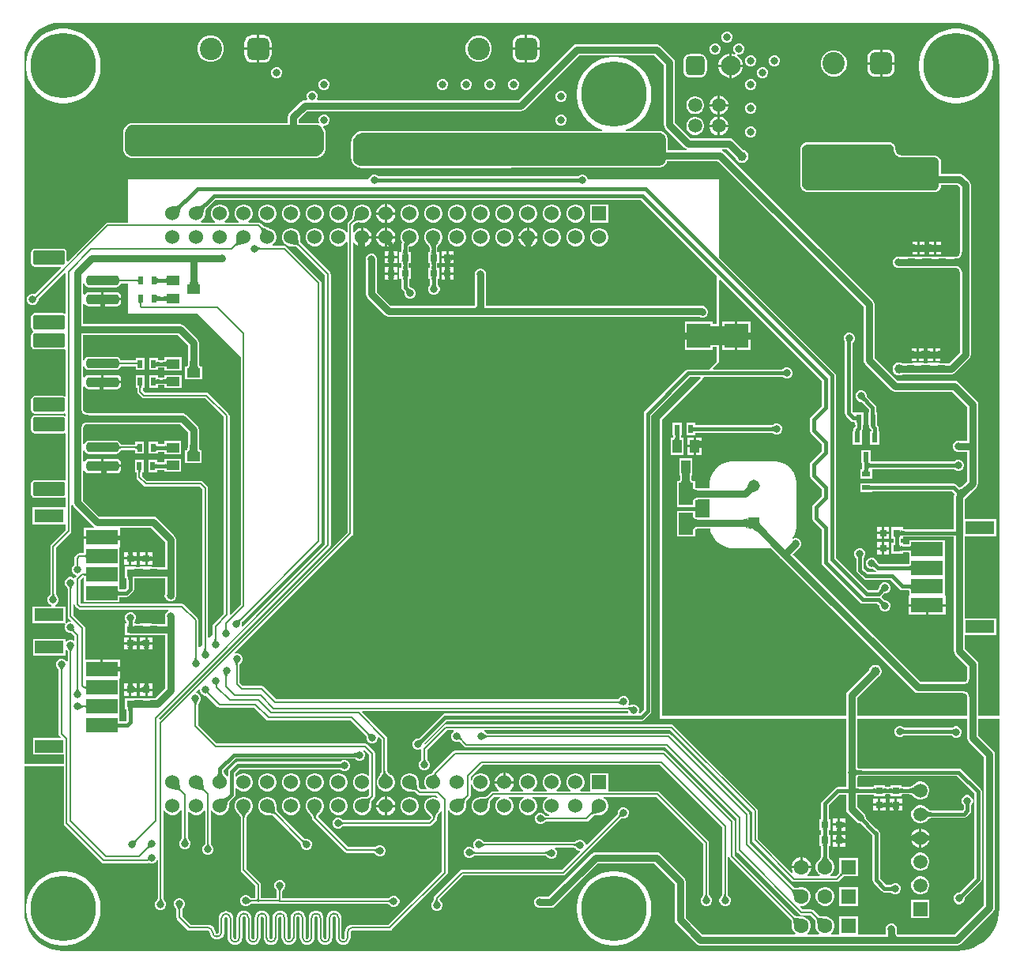
<source format=gbl>
G04*
G04 #@! TF.GenerationSoftware,Altium Limited,Altium Designer,21.3.2 (30)*
G04*
G04 Layer_Physical_Order=2*
G04 Layer_Color=16711680*
%FSTAX25Y25*%
%MOIN*%
G70*
G04*
G04 #@! TF.SameCoordinates,EB2CAA8E-72F9-4FA4-A601-E6806EDF6347*
G04*
G04*
G04 #@! TF.FilePolarity,Positive*
G04*
G01*
G75*
%ADD16R,0.13386X0.05906*%
%ADD17R,0.12205X0.05512*%
%ADD26R,0.03150X0.03150*%
%ADD27R,0.09843X0.09843*%
%ADD31C,0.05906*%
G04:AMPARAMS|DCode=32|XSize=39.37mil|YSize=137.8mil|CornerRadius=9.84mil|HoleSize=0mil|Usage=FLASHONLY|Rotation=270.000|XOffset=0mil|YOffset=0mil|HoleType=Round|Shape=RoundedRectangle|*
%AMROUNDEDRECTD32*
21,1,0.03937,0.11811,0,0,270.0*
21,1,0.01968,0.13780,0,0,270.0*
1,1,0.01968,-0.05906,-0.00984*
1,1,0.01968,-0.05906,0.00984*
1,1,0.01968,0.05906,0.00984*
1,1,0.01968,0.05906,-0.00984*
%
%ADD32ROUNDEDRECTD32*%
%ADD33R,0.06102X0.09252*%
%ADD35R,0.03543X0.02165*%
%ADD37R,0.02165X0.03543*%
%ADD38R,0.03150X0.03150*%
G04:AMPARAMS|DCode=39|XSize=59.06mil|YSize=133.86mil|CornerRadius=7.38mil|HoleSize=0mil|Usage=FLASHONLY|Rotation=270.000|XOffset=0mil|YOffset=0mil|HoleType=Round|Shape=RoundedRectangle|*
%AMROUNDEDRECTD39*
21,1,0.05906,0.11909,0,0,270.0*
21,1,0.04429,0.13386,0,0,270.0*
1,1,0.01476,-0.05955,-0.02215*
1,1,0.01476,-0.05955,0.02215*
1,1,0.01476,0.05955,0.02215*
1,1,0.01476,0.05955,-0.02215*
%
%ADD39ROUNDEDRECTD39*%
%ADD81C,0.01500*%
%ADD82C,0.00800*%
%ADD83C,0.03000*%
%ADD84C,0.01968*%
%ADD87C,0.07874*%
G04:AMPARAMS|DCode=88|XSize=94.49mil|YSize=94.49mil|CornerRadius=23.62mil|HoleSize=0mil|Usage=FLASHONLY|Rotation=180.000|XOffset=0mil|YOffset=0mil|HoleType=Round|Shape=RoundedRectangle|*
%AMROUNDEDRECTD88*
21,1,0.09449,0.04724,0,0,180.0*
21,1,0.04724,0.09449,0,0,180.0*
1,1,0.04724,-0.02362,0.02362*
1,1,0.04724,0.02362,0.02362*
1,1,0.04724,0.02362,-0.02362*
1,1,0.04724,-0.02362,-0.02362*
%
%ADD88ROUNDEDRECTD88*%
%ADD89C,0.08268*%
%ADD90R,0.06299X0.06299*%
%ADD91C,0.06299*%
%ADD92C,0.05984*%
%ADD93R,0.05984X0.05984*%
%ADD95R,0.05150X0.05150*%
%ADD96C,0.05150*%
%ADD97C,0.06024*%
%ADD98R,0.06024X0.06024*%
%ADD99C,0.09449*%
G04:AMPARAMS|DCode=100|XSize=82.68mil|YSize=82.68mil|CornerRadius=20.67mil|HoleSize=0mil|Usage=FLASHONLY|Rotation=0.000|XOffset=0mil|YOffset=0mil|HoleType=Round|Shape=RoundedRectangle|*
%AMROUNDEDRECTD100*
21,1,0.08268,0.04134,0,0,0.0*
21,1,0.04134,0.08268,0,0,0.0*
1,1,0.04134,0.02067,-0.02067*
1,1,0.04134,-0.02067,-0.02067*
1,1,0.04134,-0.02067,0.02067*
1,1,0.04134,0.02067,0.02067*
%
%ADD100ROUNDEDRECTD100*%
%ADD101C,0.03150*%
%ADD102C,0.03937*%
%ADD103C,0.02598*%
%ADD104R,0.03937X0.05512*%
%ADD105R,0.02362X0.03937*%
%ADD106R,0.05512X0.03937*%
%ADD107C,0.27559*%
G36*
X025225Y0427762D02*
X0252905Y042749D01*
X0253495Y0427096D01*
X0253996Y0426595D01*
X025439Y0426005D01*
X0254662Y042535D01*
X02548Y0424655D01*
Y0417675D01*
X0254673Y0417037D01*
X0254424Y0416437D01*
X0254063Y0415896D01*
X0253604Y0415437D01*
X0253063Y0415076D01*
X0252463Y0414827D01*
X0251825Y04147D01*
X01739D01*
X0173595Y041472D01*
X0173003Y0414878D01*
X0172454Y0415147D01*
X0171968Y041552D01*
X0171565Y0415979D01*
X0171258Y0416509D01*
X0171061Y0417088D01*
X017098Y0417695D01*
X0171Y0418D01*
X0171Y04243D01*
X0171Y04243D01*
X0171027Y0424789D01*
X0171138Y042535D01*
X017141Y0426005D01*
X0171804Y0426595D01*
X0172305Y0427096D01*
X0172895Y042749D01*
X017355Y0427762D01*
X0174246Y04279D01*
X01746Y04279D01*
X02512Y04279D01*
X0251555D01*
X025225Y0427762D01*
D02*
G37*
G36*
X0397117Y0424392D02*
X0397626Y0424181D01*
X0398085Y0423875D01*
X0398475Y0423485D01*
X0398781Y0423026D01*
X0398992Y0422517D01*
X03991Y0421976D01*
Y0413224D01*
X0398992Y0412683D01*
X0398781Y0412174D01*
X0398475Y0411715D01*
X0398085Y0411325D01*
X0397626Y0411019D01*
X0397117Y0410808D01*
X0396576Y04107D01*
X03963D01*
X0271Y04105D01*
X0270645Y041048D01*
X0269942Y041058D01*
X0269272Y0410815D01*
X026866Y0411176D01*
X0268131Y041165D01*
X0267704Y0412218D01*
X0267397Y0412858D01*
X026722Y0413545D01*
X02672Y04139D01*
X02672Y04204D01*
X02672Y04204D01*
X0267218Y0420893D01*
X0267357Y0421596D01*
X0267667Y0422342D01*
X0268115Y0423014D01*
X0268686Y0423585D01*
X0269358Y0424033D01*
X0270104Y0424342D01*
X0270896Y04245D01*
X02713Y04245D01*
X03963Y04245D01*
X0396576D01*
X0397117Y0424392D01*
D02*
G37*
G36*
X0143708Y0470942D02*
X0520944D01*
X0520985Y047095D01*
X052341Y0470791D01*
X0525834Y0470309D01*
X0528175Y0469515D01*
X0530392Y0468422D01*
X0532446Y0467049D01*
X0534305Y0465419D01*
X0535934Y0463561D01*
X0537308Y0461506D01*
X0538401Y0459289D01*
X0539195Y0456949D01*
X0539677Y0454525D01*
X0539807Y0452549D01*
X0539828Y0452058D01*
Y0452058D01*
X0539828Y0452058D01*
X0539878Y0451579D01*
X0539878Y0178642D01*
X0531032D01*
Y01904D01*
Y02003D01*
X0530855Y0201192D01*
X0530349Y0201949D01*
X0525332Y0206966D01*
Y0212591D01*
X0538535D01*
Y0219677D01*
X0525332D01*
Y0254323D01*
X0538535D01*
Y0261409D01*
X0525332D01*
Y0270034D01*
X0530149Y0274851D01*
X0530655Y0275607D01*
X0530832Y02765D01*
Y0291274D01*
X0530855Y0291307D01*
X0531032Y02922D01*
Y03098D01*
X0530855Y0310693D01*
X0530349Y0311449D01*
X0522449Y0319349D01*
X0521693Y0319855D01*
X05208Y0320032D01*
X0496766D01*
X0487132Y0329666D01*
Y03521D01*
X0486955Y0352993D01*
X0486449Y0353749D01*
X0423549Y0416649D01*
X0422792Y0417155D01*
X0422727Y0417168D01*
X0422776Y0417668D01*
X0424934D01*
X042861Y0413992D01*
X0428732Y0413536D01*
X0429095Y0412908D01*
X0429608Y0412395D01*
X0430236Y0412032D01*
X0430937Y0411844D01*
X0431663D01*
X0432364Y0412032D01*
X0432992Y0412395D01*
X0433505Y0412908D01*
X0433868Y0413536D01*
X0434056Y0414237D01*
Y0414963D01*
X0433868Y0415664D01*
X0433505Y0416292D01*
X0432992Y0416805D01*
X0432364Y0417168D01*
X0431908Y041729D01*
X0427549Y0421649D01*
X0426792Y0422155D01*
X04259Y0422332D01*
X0409666D01*
X0403032Y0428966D01*
Y04541D01*
X0402855Y0454992D01*
X0402349Y0455749D01*
X0396749Y0461349D01*
X0395992Y0461855D01*
X03951Y0462032D01*
X03615D01*
X0360608Y0461855D01*
X0359851Y0461349D01*
X0336834Y0438332D01*
X0252326D01*
X0252073Y0438832D01*
X0252362Y043953D01*
Y044047D01*
X0252003Y0441338D01*
X0251338Y0442003D01*
X025047Y0442362D01*
X024953D01*
X0248662Y0442003D01*
X0247997Y0441338D01*
X0247638Y044047D01*
Y043953D01*
X0247927Y0438832D01*
X0247674Y0438332D01*
X02469D01*
X0246007Y0438155D01*
X0245251Y0437649D01*
X0240351Y0432749D01*
X0239845Y0431992D01*
X0239668Y04311D01*
Y0428703D01*
X01746Y0428703D01*
X0174246Y0428703D01*
X0174168Y0428687D01*
X0174089D01*
X0173393Y0428549D01*
X017332Y0428519D01*
X0173243Y0428503D01*
X0172588Y0428232D01*
X0172522Y0428188D01*
X0172449Y0428158D01*
X0171859Y0427764D01*
X0171803Y0427708D01*
X0171738Y0427664D01*
X0171236Y0427163D01*
X0171192Y0427097D01*
X0171136Y0427041D01*
X0170742Y0426451D01*
X0170712Y0426378D01*
X0170668Y0426312D01*
X0170397Y0425657D01*
X0170381Y042558D01*
X0170351Y0425507D01*
X0170239Y0424945D01*
Y0424888D01*
X0170225Y0424833D01*
X0170198Y0424344D01*
X0170202Y0424322D01*
X0170197Y04243D01*
X0170197Y0418026D01*
X0170179Y0417746D01*
X0170189Y0417668D01*
X0170184Y0417589D01*
X0170265Y0416983D01*
X017029Y0416908D01*
X0170301Y0416829D01*
X0170498Y041625D01*
X0170538Y0416182D01*
X0170563Y0416107D01*
X017087Y0415577D01*
X0170922Y0415518D01*
X0170961Y0415449D01*
X0171365Y041499D01*
X0171428Y0414942D01*
X017148Y0414882D01*
X0171966Y041451D01*
X0172037Y0414475D01*
X01721Y0414427D01*
X0172649Y0414157D01*
X0172725Y0414137D01*
X0172796Y0414102D01*
X0173388Y0413944D01*
X0173467Y0413939D01*
X0173543Y0413918D01*
X0173848Y0413899D01*
X0173874Y0413902D01*
X01739Y0413897D01*
X0251825D01*
X0251903Y0413913D01*
X0251982D01*
X0252619Y0414039D01*
X0252692Y041407D01*
X025277Y0414085D01*
X025337Y0414334D01*
X0253436Y0414378D01*
X0253509Y0414408D01*
X025405Y0414769D01*
X0254106Y0414825D01*
X0254171Y0414869D01*
X0254631Y0415329D01*
X0254675Y0415394D01*
X0254731Y041545D01*
X0255092Y0415991D01*
X0255122Y0416064D01*
X0255166Y041613D01*
X0255415Y041673D01*
X025543Y0416808D01*
X0255461Y0416881D01*
X0255587Y0417518D01*
Y0417597D01*
X0255603Y0417675D01*
Y0424655D01*
X0255587Y0424732D01*
Y0424811D01*
X0255449Y0425507D01*
X0255419Y042558D01*
X0255403Y0425657D01*
X0255132Y0426312D01*
X0255088Y0426378D01*
X0255058Y0426451D01*
X0254664Y0427041D01*
X0254608Y0427097D01*
X025458Y0427138D01*
X0254602Y042724D01*
X0254796Y0427638D01*
X025547D01*
X0256338Y0427997D01*
X0257003Y0428662D01*
X0257362Y042953D01*
Y043047D01*
X0257003Y0431338D01*
X0256338Y0432003D01*
X025547Y0432362D01*
X025453D01*
X0253662Y0432003D01*
X0252997Y0431338D01*
X0252638Y043047D01*
Y042953D01*
X0252897Y0428904D01*
X025263Y0428588D01*
X0252519Y0428511D01*
X025248Y0428519D01*
X0252407Y0428549D01*
X0251711Y0428687D01*
X0251632D01*
X0251555Y0428703D01*
X0244332D01*
Y0430134D01*
X0247866Y0433668D01*
X03378D01*
X0338692Y0433845D01*
X0339449Y0434351D01*
X0362466Y0457368D01*
X0394134D01*
X0398368Y0453134D01*
Y0428D01*
X0398545Y0427107D01*
X0399051Y0426351D01*
X0407051Y0418351D01*
X0407807Y0417845D01*
X0407873Y0417832D01*
X0407824Y0417332D01*
X0399903D01*
Y0421976D01*
X0399887Y0422053D01*
Y0422132D01*
X039978Y0422673D01*
X0399749Y0422746D01*
X0399734Y0422824D01*
X0399523Y0423334D01*
X0399479Y0423399D01*
X0399449Y0423472D01*
X0399142Y0423931D01*
X0399086Y0423987D01*
X0399043Y0424053D01*
X0398653Y0424443D01*
X0398587Y0424486D01*
X0398531Y0424542D01*
X0398072Y0424849D01*
X0397999Y0424879D01*
X0397934Y0424923D01*
X0397424Y0425134D01*
X0397346Y0425149D01*
X0397273Y042518D01*
X0396732Y0425287D01*
X0396653D01*
X0396576Y0425303D01*
X0382302D01*
X0382236Y0425803D01*
X0382392Y0425844D01*
X0384299Y0426635D01*
X0386087Y0427667D01*
X0387725Y0428923D01*
X0389184Y0430383D01*
X0390441Y0432021D01*
X0391473Y0433809D01*
X0392263Y0435716D01*
X0392797Y043771D01*
X0393067Y0439757D01*
X0393067Y0440789D01*
X0393067Y0440789D01*
X0393067Y0440789D01*
X0393067Y0441821D01*
X0392797Y0443868D01*
X0392263Y0445862D01*
X0391473Y0447769D01*
X0390441Y0449557D01*
X0389184Y0451194D01*
X0387724Y0452654D01*
X0386087Y0453911D01*
X0384299Y0454943D01*
X0382392Y0455733D01*
X0380398Y0456267D01*
X0378351Y0456537D01*
X0377319Y0456537D01*
X0377319Y0456537D01*
X0376287Y0456537D01*
X037424Y0456267D01*
X0372246Y0455733D01*
X0370339Y0454943D01*
X0368551Y0453911D01*
X0366913Y0452654D01*
X0365454Y0451194D01*
X0364197Y0449557D01*
X0363165Y0447769D01*
X0362375Y0445862D01*
X036184Y0443868D01*
X0361571Y0441821D01*
X0361571Y0440789D01*
X0361571Y0440789D01*
X0361571Y0439757D01*
X036184Y043771D01*
X0362375Y0435716D01*
X0363165Y0433809D01*
X0364197Y0432021D01*
X0365454Y0430383D01*
X0366913Y0428924D01*
X0368551Y0427667D01*
X0370339Y0426635D01*
X0372246Y0425845D01*
X0372402Y0425803D01*
X0372336Y0425303D01*
X02713Y0425303D01*
X0270896Y0425303D01*
X0270819Y0425287D01*
X027074D01*
X0269947Y042513D01*
X0269874Y04251D01*
X0269797Y0425084D01*
X0269051Y0424775D01*
X0268985Y0424731D01*
X0268912Y0424701D01*
X026824Y0424252D01*
X0268184Y0424196D01*
X0268119Y0424152D01*
X0267548Y0423581D01*
X0267504Y0423516D01*
X0267448Y042346D01*
X0266999Y0422788D01*
X0266969Y0422715D01*
X0266925Y0422649D01*
X0266616Y0421903D01*
X02666Y0421826D01*
X026657Y0421753D01*
X026643Y0421049D01*
Y0420985D01*
X0266415Y0420921D01*
X0266398Y0420429D01*
X02664Y0420414D01*
X0266397Y04204D01*
X0266397Y04139D01*
X0266402Y0413878D01*
X0266398Y0413856D01*
X0266418Y0413501D01*
X0266438Y0413424D01*
X0266442Y0413345D01*
X0266619Y0412657D01*
X0266653Y0412586D01*
X0266673Y041251D01*
X0266981Y041187D01*
X0267028Y0411806D01*
X0267063Y0411735D01*
X0267489Y0411167D01*
X0267548Y0411115D01*
X0267596Y0411052D01*
X0268125Y0410578D01*
X0268193Y0410538D01*
X0268252Y0410485D01*
X0268864Y0410124D01*
X0268938Y0410098D01*
X0269006Y0410057D01*
X0269677Y0409822D01*
X0269755Y0409811D01*
X026983Y0409785D01*
X0270533Y0409685D01*
X0270612Y040969D01*
X027069Y0409679D01*
X0271023Y0409697D01*
X0396301Y0409897D01*
X0396576D01*
X0396653Y0409913D01*
X0396732D01*
X0397273Y041002D01*
X0397346Y041005D01*
X0397424Y0410066D01*
X0397934Y0410277D01*
X0397999Y0410321D01*
X0398072Y0410351D01*
X0398531Y0410658D01*
X0398587Y0410713D01*
X0398653Y0410757D01*
X0399043Y0411147D01*
X0399086Y0411213D01*
X0399142Y0411269D01*
X0399449Y0411728D01*
X0399479Y0411801D01*
X0399523Y0411867D01*
X0399734Y0412376D01*
X0399749Y0412454D01*
X039978Y0412527D01*
X0399808Y0412668D01*
X0420934D01*
X0482468Y0351134D01*
Y03287D01*
X0482645Y0327807D01*
X0483151Y0327051D01*
X0494151Y0316051D01*
X0494908Y0315545D01*
X04958Y0315368D01*
X0519834D01*
X0526368Y0308834D01*
Y0294532D01*
X0523235D01*
X0523004Y0294628D01*
X0522064D01*
X0521196Y0294268D01*
X0520532Y0293604D01*
X0520172Y0292736D01*
Y0291796D01*
X0520532Y0290928D01*
X0521196Y0290263D01*
X0521684Y0290061D01*
X0521707Y0290045D01*
X0521736Y029004D01*
X0522064Y0289903D01*
X052242D01*
X05226Y0289868D01*
X0526168D01*
Y0277466D01*
X0524259Y0275557D01*
X0524043Y0275376D01*
X0523729Y0275152D01*
X0523457Y0274995D01*
X0523234Y0274902D01*
X0523067Y0274862D01*
X0522956Y0274857D01*
X0522937Y0274861D01*
X052231Y0275407D01*
X0521763Y0275954D01*
X0521254Y0276294D01*
X0520654Y0276413D01*
X0486481D01*
X0486262Y0276425D01*
X0486259Y0276425D01*
Y0276716D01*
X0485477D01*
X048546Y0276719D01*
X0485442Y0276716D01*
X0481141D01*
Y0272976D01*
X0485442D01*
X048546Y0272972D01*
X0485477Y0272976D01*
X0486259D01*
Y0273258D01*
X0486542Y0273278D01*
X0520005D01*
X0520367Y0272917D01*
X0520894Y0272339D01*
X0521031Y0272171D01*
X0520845Y0271892D01*
X0520668Y0271D01*
Y0257267D01*
X0499481D01*
X0499372Y0257277D01*
X0499214Y0257303D01*
X0499115Y025733D01*
Y0258062D01*
X049439D01*
Y0253338D01*
X0495121D01*
X049515Y0253232D01*
X0495176Y0253076D01*
X0495185Y0252968D01*
Y0251928D01*
X0495176Y0251819D01*
X049515Y0251661D01*
X0495123Y0251562D01*
X049439D01*
Y0246838D01*
X0499115D01*
Y024757D01*
X0499214Y0247597D01*
X0499372Y0247623D01*
X0499481Y0247633D01*
X0501448D01*
X0501921Y0247317D01*
Y0245177D01*
X0501921Y0245071D01*
Y0244677D01*
X0501921Y0244571D01*
Y0242569D01*
X0501815Y024254D01*
X0501659Y0242514D01*
X0501552Y0242505D01*
X0489159D01*
X0488581Y0243082D01*
X0488474Y0243213D01*
X0488428Y0243279D01*
X0488388Y0243341D01*
X0488362Y0243388D01*
Y024347D01*
X0488003Y0244338D01*
X0487338Y0245003D01*
X048647Y0245362D01*
X048553D01*
X0484662Y0245003D01*
X0483997Y0244338D01*
X0483638Y024347D01*
Y024253D01*
X0483997Y0241662D01*
X0484662Y0240997D01*
X048553Y0240638D01*
X048647D01*
X0486514Y0240656D01*
X0486516Y0240656D01*
X0486561Y0240632D01*
X048662Y0240595D01*
X0486677Y0240552D01*
X0487401Y0239829D01*
X0487792Y0239567D01*
X048766Y0239068D01*
X0484203D01*
X0482568Y0240703D01*
Y024495D01*
X0482576Y024502D01*
X0482591Y0245106D01*
X0482609Y0245175D01*
X0482627Y0245228D01*
X0482643Y0245265D01*
X0482656Y0245288D01*
X0482663Y0245298D01*
X0482698Y0245338D01*
X0482728Y0245388D01*
X0483003Y0245662D01*
X0483362Y024653D01*
Y024747D01*
X0483003Y0248338D01*
X0482338Y0249003D01*
X048147Y0249362D01*
X048053D01*
X0479662Y0249003D01*
X0478997Y0248338D01*
X0478638Y024747D01*
Y024653D01*
X0478997Y0245662D01*
X0479272Y0245388D01*
X0479302Y0245338D01*
X0479337Y0245298D01*
X0479344Y0245288D01*
X0479357Y0245265D01*
X0479373Y0245228D01*
X0479391Y0245175D01*
X0479409Y0245106D01*
X0479422Y0245031D01*
X0479432Y024492D01*
Y0240054D01*
X0479552Y0239454D01*
X0479892Y0238945D01*
X0482445Y0236392D01*
X0482954Y0236052D01*
X0483554Y0235932D01*
X0493851D01*
X0497829Y0231955D01*
X0498337Y0231615D01*
X0498937Y0231495D01*
X0501448D01*
X0501921Y023118D01*
X0501921Y0229554D01*
X0501709Y0229142D01*
X0501709Y0228911D01*
Y0225689D01*
X0509402D01*
X0517095D01*
Y0228911D01*
X0517095Y0229142D01*
X0516882Y0229554D01*
X0516882Y0229642D01*
Y0236697D01*
X0516882Y0236803D01*
Y0237197D01*
X0516882Y0237303D01*
Y0244571D01*
X0516882Y0244677D01*
Y0245071D01*
X0516882Y0245177D01*
Y0252551D01*
X0501921D01*
Y0250832D01*
X0501815Y0250803D01*
X0501659Y0250777D01*
X0501552Y0250767D01*
X0499481D01*
X0499372Y0250777D01*
X0499214Y0250803D01*
X0499115Y025083D01*
Y0251562D01*
X0498382D01*
X0498356Y0251661D01*
X049833Y0251819D01*
X049832Y0251928D01*
Y0252968D01*
X049833Y0253076D01*
X0498356Y0253231D01*
X0498384Y0253338D01*
X0499115D01*
Y025407D01*
X0499214Y0254097D01*
X0499372Y0254123D01*
X0499481Y0254133D01*
X0520668D01*
Y0206D01*
X0520845Y0205107D01*
X0521351Y0204351D01*
X0526368Y0199334D01*
Y0194404D01*
X05263Y0194018D01*
X052619Y019369D01*
X052605Y0193429D01*
X0525879Y019322D01*
X0525671Y019305D01*
X052541Y019291D01*
X0525082Y01928D01*
X0524696Y0192732D01*
X0506592D01*
X0452691Y0246633D01*
X0455096Y0249039D01*
X0455238Y0249097D01*
X0455903Y0249762D01*
X0456262Y025063D01*
Y025157D01*
X0455903Y0252438D01*
X0455238Y0253103D01*
X045437Y0253462D01*
X045343D01*
X0453012Y0253289D01*
X045268Y0253693D01*
X0453262Y0254563D01*
X0454016Y0256383D01*
X04544Y0258315D01*
Y02593D01*
Y0276D01*
Y0276985D01*
X0454016Y0278917D01*
X0453262Y0280737D01*
X0452168Y0282375D01*
X0450775Y0283768D01*
X0449137Y0284862D01*
X0447317Y0285616D01*
X0445385Y0286D01*
X0426715D01*
X0424783Y0285616D01*
X0422963Y0284862D01*
X0421325Y0283768D01*
X0419933Y0282375D01*
X0418838Y0280737D01*
X0418084Y0278917D01*
X04177Y0276985D01*
Y0274432D01*
X0412938D01*
X0412656Y0274457D01*
X0412273Y0274521D01*
X0411968Y0274602D01*
X0411743Y0274694D01*
X0411595Y0274784D01*
X0411513Y027486D01*
X0411471Y0274923D01*
X0411446Y0274994D01*
X0411439Y0275061D01*
Y0277513D01*
X0410675D01*
X0410493Y0277533D01*
X0410422Y0277558D01*
X0410359Y02776D01*
X0410283Y0277681D01*
X0410194Y0277828D01*
X0410102Y0278051D01*
X041002Y0278355D01*
X0409957Y0278735D01*
X0409932Y0279016D01*
Y027908D01*
X0409973Y02797D01*
X0410008Y0279983D01*
X0410021Y0280057D01*
X0410356D01*
Y0280801D01*
X0410358Y0280808D01*
X0410356Y0280823D01*
Y0280839D01*
X0410359Y0280856D01*
X0410356Y0280873D01*
Y0287143D01*
X0404844D01*
Y0280873D01*
X0404841Y0280856D01*
X0404844Y0280839D01*
Y0280823D01*
X0404842Y0280808D01*
X0404844Y0280801D01*
Y0280057D01*
X0405178D01*
X0405188Y0280006D01*
X0405259Y0278916D01*
X0405243Y0278735D01*
X040518Y0278355D01*
X0405098Y0278051D01*
X0405006Y0277828D01*
X0404917Y0277681D01*
X0404841Y02776D01*
X0404778Y0277558D01*
X0404707Y0277533D01*
X0404525Y0277513D01*
X0403761D01*
Y0266687D01*
X0411439D01*
Y0269139D01*
X0411446Y0269206D01*
X0411471Y0269277D01*
X0411513Y026934D01*
X0411595Y0269416D01*
X0411743Y0269506D01*
X0411968Y0269598D01*
X0412273Y0269679D01*
X0412656Y0269743D01*
X0412938Y0269768D01*
X04177D01*
Y0262158D01*
X0412938D01*
X0412656Y0262183D01*
X0412273Y0262247D01*
X0411968Y0262328D01*
X0411743Y026242D01*
X0411595Y026251D01*
X0411513Y0262586D01*
X0411471Y0262649D01*
X0411446Y026272D01*
X0411439Y0262787D01*
Y0264915D01*
X0403761D01*
Y0254088D01*
X0411439D01*
Y0256865D01*
X0411446Y0256932D01*
X0411471Y0257003D01*
X0411513Y0257066D01*
X0411595Y0257142D01*
X0411743Y0257232D01*
X0411968Y0257324D01*
X0412273Y0257405D01*
X0412656Y0257469D01*
X0412938Y0257494D01*
X0417863D01*
X0418084Y0256383D01*
X0418838Y0254563D01*
X0419933Y0252925D01*
X0421325Y0251533D01*
X0422963Y0250438D01*
X0424783Y0249684D01*
X0426715Y02493D01*
X0443428D01*
X0447414Y0245314D01*
X0503977Y0188751D01*
X0504734Y0188245D01*
X0505626Y0188068D01*
X0524696D01*
X0525082Y0188D01*
X052541Y018789D01*
X0525671Y018775D01*
X0525879Y018758D01*
X052605Y0187371D01*
X052619Y018711D01*
X05263Y0186782D01*
X0526368Y0186396D01*
Y0178642D01*
X0479832D01*
Y0186334D01*
X0488108Y019461D01*
X0488564Y0194732D01*
X0489192Y0195095D01*
X0489705Y0195608D01*
X0490068Y0196236D01*
X0490256Y0196937D01*
Y0197663D01*
X0490068Y0198364D01*
X0489705Y0198992D01*
X0489192Y0199505D01*
X0488564Y0199868D01*
X0487863Y0200056D01*
X0487137D01*
X0486436Y0199868D01*
X0485808Y0199505D01*
X0485295Y0198992D01*
X0484932Y0198364D01*
X048481Y0197908D01*
X0475851Y0188949D01*
X0475345Y0188192D01*
X0475168Y01873D01*
Y0178642D01*
X0397441D01*
Y0303491D01*
X0414453Y0320503D01*
X0414627Y0320763D01*
X0414643Y0320844D01*
X0415332Y0321533D01*
X044805D01*
X044812Y0321524D01*
X0448206Y0321509D01*
X0448275Y0321491D01*
X0448328Y0321473D01*
X0448365Y0321457D01*
X0448388Y0321444D01*
X0448398Y0321437D01*
X0448438Y0321402D01*
X0448488Y0321372D01*
X0448762Y0321097D01*
X044963Y0320738D01*
X045057D01*
X0451438Y0321097D01*
X0452103Y0321762D01*
X0452462Y032263D01*
Y032357D01*
X0452103Y0324438D01*
X0451438Y0325103D01*
X045057Y0325462D01*
X044963D01*
X0448762Y0325103D01*
X0448488Y0324828D01*
X0448438Y0324798D01*
X0448398Y0324763D01*
X0448388Y0324756D01*
X0448365Y0324743D01*
X0448328Y0324727D01*
X0448275Y0324709D01*
X0448206Y0324691D01*
X0448131Y0324678D01*
X044802Y0324668D01*
X0419271D01*
X041908Y032513D01*
X0421237Y0327287D01*
X0421411Y0327547D01*
X0421427Y0327628D01*
X0421752Y0327953D01*
Y0362378D01*
X0422214Y0362569D01*
X0464932Y0319851D01*
Y03165D01*
Y03115D01*
Y0309149D01*
X0460392Y0304608D01*
X0460052Y03041D01*
X0459933Y03035D01*
Y0299D01*
X0460052Y02984D01*
X0460392Y0297892D01*
X0464932Y0293351D01*
Y0290149D01*
X0460392Y0285608D01*
X0460052Y02851D01*
X0459933Y02845D01*
Y028D01*
X0460052Y02794D01*
X0460392Y0278892D01*
X0464932Y0274351D01*
Y0271149D01*
X046141Y0267627D01*
X046107Y0267118D01*
X0460951Y0266518D01*
Y0262018D01*
X046107Y0261418D01*
X046141Y026091D01*
X0464932Y0257387D01*
Y02475D01*
Y02432D01*
X0465052Y02426D01*
X0465392Y0242092D01*
X0481092Y0226392D01*
X04816Y0226052D01*
X04822Y0225933D01*
X0488351D01*
X0488942Y0225341D01*
X0488986Y0225286D01*
X0489035Y0225214D01*
X0489072Y0225153D01*
X0489097Y0225103D01*
X0489112Y0225065D01*
X0489119Y022504D01*
X0489121Y0225027D01*
X0489123Y0224974D01*
X0489138Y0224918D01*
Y022453D01*
X0489497Y0223662D01*
X0490162Y0222997D01*
X049103Y0222638D01*
X049197D01*
X0492838Y0222997D01*
X0493503Y0223662D01*
X0493862Y022453D01*
Y022547D01*
X0493503Y0226338D01*
X0492838Y0227003D01*
X049197Y0227362D01*
X0491582D01*
X0491526Y0227377D01*
X0491473Y0227379D01*
X049146Y0227381D01*
X0491435Y0227389D01*
X0491397Y0227403D01*
X0491347Y0227428D01*
X0491286Y0227465D01*
X0491223Y0227508D01*
X0491137Y0227579D01*
X0490258Y0228459D01*
X049023Y0228507D01*
X0490197Y0228962D01*
X0490237Y0229124D01*
X0491074Y0229961D01*
X0491131Y0230005D01*
X04912Y0230051D01*
X0491258Y0230085D01*
X0491304Y0230106D01*
X0491337Y0230118D01*
X0491357Y0230123D01*
X0491365Y0230124D01*
X0491417Y0230125D01*
X0491479Y0230138D01*
X049197D01*
X0492838Y0230497D01*
X0493503Y0231162D01*
X0493862Y023203D01*
Y023297D01*
X0493503Y0233838D01*
X0492838Y0234503D01*
X049197Y0234862D01*
X049103D01*
X0490162Y0234503D01*
X0489497Y0233838D01*
X0489138Y023297D01*
Y023267D01*
X0489127Y0232634D01*
X0489122Y0232581D01*
X0489118Y0232565D01*
X0489109Y0232536D01*
X0489091Y0232494D01*
X0489063Y023244D01*
X0489023Y0232376D01*
X0488977Y023231D01*
X0488908Y0232229D01*
X0488247Y0231568D01*
X0484649D01*
X0470867Y0245349D01*
Y03222D01*
X0470748Y03228D01*
X0470408Y0323308D01*
X0421752Y0371965D01*
Y0404921D01*
X0366262D01*
Y040497D01*
X0365903Y0405838D01*
X0365238Y0406503D01*
X036437Y0406862D01*
X036343D01*
X0362562Y0406503D01*
X0362288Y0406228D01*
X0362238Y0406199D01*
X0362198Y0406163D01*
X0362188Y0406156D01*
X0362165Y0406143D01*
X0362128Y0406127D01*
X0362075Y0406109D01*
X0362006Y0406091D01*
X0361931Y0406078D01*
X036182Y0406068D01*
X027815D01*
X027808Y0406076D01*
X0277994Y0406091D01*
X0277925Y0406109D01*
X0277872Y0406127D01*
X0277835Y0406143D01*
X0277812Y0406156D01*
X0277802Y0406163D01*
X0277762Y0406199D01*
X0277712Y0406228D01*
X0277438Y0406503D01*
X027657Y0406862D01*
X027563D01*
X0274762Y0406503D01*
X0274097Y0405838D01*
X0273738Y040497D01*
Y0404921D01*
X0172343D01*
Y0386711D01*
X01637D01*
X0163237Y0386618D01*
X0162844Y0386356D01*
X0162844Y0386356D01*
X0146808Y0370321D01*
X0146346Y0370512D01*
Y0374036D01*
X0146228Y0374631D01*
X0145891Y0375136D01*
X0145386Y0375473D01*
X0144791Y0375591D01*
X0132881D01*
X0132286Y0375473D01*
X0131782Y0375136D01*
X0131444Y0374631D01*
X0131326Y0374036D01*
Y0369607D01*
X0131444Y0369011D01*
X0131782Y0368507D01*
X0132286Y036817D01*
X0132881Y0368051D01*
X0143886D01*
X0144077Y0367589D01*
X0132977Y0356489D01*
X0132558Y0356662D01*
X0131618D01*
X013075Y0356303D01*
X0130085Y0355638D01*
X0129726Y035477D01*
Y035383D01*
X0130085Y0352962D01*
X013075Y0352297D01*
X0131618Y0351938D01*
X0132558D01*
X0133426Y0352297D01*
X013409Y0352962D01*
X013445Y035383D01*
Y0354538D01*
X0145489Y0365577D01*
X0145989Y036537D01*
Y0348506D01*
X0145489Y0348239D01*
X0145386Y0348307D01*
X0144791Y0348426D01*
X0132881D01*
X0132286Y0348307D01*
X0131782Y034797D01*
X0131444Y0347466D01*
X0131326Y034687D01*
Y0342441D01*
X0131444Y0341846D01*
X0131782Y0341341D01*
X013222Y0341048D01*
X0132256Y0340778D01*
X013222Y0340508D01*
X0131782Y0340214D01*
X0131444Y033971D01*
X0131326Y0339115D01*
Y0334685D01*
X0131444Y033409D01*
X0131782Y0333586D01*
X0132286Y0333248D01*
X0132881Y033313D01*
X0144791D01*
X0145386Y0333248D01*
X0145489Y0333317D01*
X0145989Y033305D01*
Y0313585D01*
X0145489Y0313317D01*
X0145386Y0313386D01*
X0144791Y0313505D01*
X0132881D01*
X0132286Y0313386D01*
X0131782Y0313049D01*
X0131444Y0312544D01*
X0131326Y0311949D01*
Y030752D01*
X0131444Y0306925D01*
X0131782Y030642D01*
X0132286Y0306083D01*
X0132881Y0305965D01*
X0144791D01*
X0145386Y0306083D01*
X0145489Y0306152D01*
X0145989Y0305885D01*
Y030527D01*
X0145489Y0305002D01*
X0145386Y0305071D01*
X0144791Y030519D01*
X0132881D01*
X0132286Y0305071D01*
X0131782Y0304734D01*
X0131444Y0304229D01*
X0131326Y0303634D01*
Y0299205D01*
X0131444Y029861D01*
X0131782Y0298105D01*
X0132286Y0297768D01*
X0132881Y029765D01*
X0144791D01*
X0145386Y0297768D01*
X0145489Y0297837D01*
X0145989Y029757D01*
Y0278104D01*
X0145489Y0277837D01*
X0145386Y0277906D01*
X0144791Y0278024D01*
X0132881D01*
X0132286Y0277906D01*
X0131782Y0277569D01*
X0131444Y0277064D01*
X0131326Y0276469D01*
Y027204D01*
X0131444Y0271445D01*
X0131782Y027094D01*
X0132286Y0270603D01*
X0132881Y0270484D01*
X0144791D01*
X0145386Y0270603D01*
X0145489Y0270672D01*
X0145989Y0270404D01*
Y0266849D01*
X0145844Y0266409D01*
X0145489Y0266409D01*
X0132065D01*
Y0259323D01*
X0145489D01*
X0145844Y0259323D01*
X0145989Y0258883D01*
Y0257001D01*
X0139844Y0250856D01*
X0139582Y0250463D01*
X0139489Y025D01*
X0139489Y025D01*
Y0229795D01*
X0139486Y0229771D01*
X013947Y0229714D01*
X0139446Y0229649D01*
X0139412Y0229576D01*
X0139365Y0229495D01*
X0139305Y0229405D01*
X013923Y0229309D01*
X013914Y0229206D01*
X0139022Y0229084D01*
X0138982Y0229023D01*
X0138697Y0228738D01*
X0138338Y022787D01*
Y022693D01*
X0138697Y0226062D01*
X0139362Y0225397D01*
X0139894Y0225177D01*
X0139794Y0224677D01*
X0132065D01*
Y0217591D01*
X0145543D01*
X0145694Y0217322D01*
X0145778Y0217091D01*
X0145438Y021627D01*
Y021533D01*
X0145797Y0214462D01*
X0146462Y0213797D01*
X014733Y0213438D01*
X0147733D01*
X0147804Y0213422D01*
X0147974Y021342D01*
X0148111Y0213411D01*
X0148232Y0213396D01*
X0148337Y0213375D01*
X0148428Y021335D01*
X0148504Y0213323D01*
X0148567Y0213294D01*
X0148618Y0213265D01*
X0148638Y021325D01*
X0149689Y0212198D01*
Y0210405D01*
X0149189Y0210164D01*
X014847Y0210462D01*
X014753D01*
X0146662Y0210103D01*
X014639Y020983D01*
X014589Y0210037D01*
Y0210943D01*
X013211D01*
Y0203857D01*
X014589D01*
Y0206163D01*
X0145893Y0206165D01*
X0146114Y0206294D01*
X014639Y0206346D01*
X014644Y0206294D01*
X014653Y0206191D01*
X0146605Y0206095D01*
X0146665Y0206005D01*
X0146712Y0205924D01*
X0146747Y0205851D01*
X014677Y0205786D01*
X0146785Y0205729D01*
X0146789Y0205705D01*
Y0201528D01*
X0146289Y0201429D01*
X0146203Y0201638D01*
X0145538Y0202303D01*
X014467Y0202662D01*
X014373D01*
X0142862Y0202303D01*
X0142197Y0201638D01*
X0141838Y020077D01*
Y019983D01*
X0142197Y0198962D01*
X0142482Y0198677D01*
X0142522Y0198616D01*
X014264Y0198494D01*
X014273Y0198391D01*
X0142805Y0198294D01*
X0142865Y0198205D01*
X0142912Y0198124D01*
X0142947Y0198051D01*
X014297Y0197986D01*
X0142985Y0197929D01*
X0142989Y0197905D01*
Y0171005D01*
X0142989Y0171005D01*
X0143081Y0170542D01*
X0143344Y0170149D01*
X014382Y0169673D01*
X0143629Y0169211D01*
X013211D01*
Y0162124D01*
X0145202D01*
Y0158366D01*
X0128558D01*
Y0455792D01*
X0128545Y0455853D01*
X0128727Y0458165D01*
X0129283Y0460479D01*
X0130194Y0462678D01*
X0131437Y0464707D01*
X0132983Y0466517D01*
X0134793Y0468063D01*
X0136822Y0469306D01*
X0139021Y0470217D01*
X0141335Y0470773D01*
X0143647Y0470955D01*
X0143708Y0470942D01*
D02*
G37*
G36*
X0362775Y0403398D02*
X0362701Y0403465D01*
X0362617Y0403524D01*
X0362522Y0403577D01*
X0362417Y0403623D01*
X0362301Y0403662D01*
X0362176Y0403694D01*
X036204Y0403718D01*
X0361894Y0403736D01*
X0361737Y0403747D01*
X036157Y040375D01*
Y040525D01*
X0361737Y0405254D01*
X036204Y0405282D01*
X0362176Y0405306D01*
X0362301Y0405338D01*
X0362417Y0405377D01*
X0362522Y0405423D01*
X0362617Y0405476D01*
X0362701Y0405535D01*
X0362775Y0405602D01*
Y0403398D01*
D02*
G37*
G36*
X0277299Y0405535D02*
X0277383Y0405476D01*
X0277478Y0405423D01*
X0277583Y0405377D01*
X0277699Y0405338D01*
X0277824Y0405306D01*
X027796Y0405282D01*
X0278106Y0405264D01*
X0278263Y0405254D01*
X027843Y040525D01*
Y040375D01*
X0278263Y0403747D01*
X027796Y0403718D01*
X0277824Y0403694D01*
X0277699Y0403662D01*
X0277583Y0403623D01*
X0277478Y0403577D01*
X0277383Y0403524D01*
X0277299Y0403465D01*
X0277225Y0403398D01*
Y0405602D01*
X0277299Y0405535D01*
D02*
G37*
G36*
X0204939Y0393247D02*
X0204773Y0393061D01*
X0204624Y0392855D01*
X0204493Y0392628D01*
X020438Y0392381D01*
X0204285Y0392113D01*
X0204208Y0391825D01*
X020415Y0391516D01*
X0204108Y0391187D01*
X0204085Y0390837D01*
X020408Y0390467D01*
X0201099Y0393449D01*
X0201469Y0393454D01*
X0202148Y0393518D01*
X0202456Y0393577D01*
X0202745Y0393654D01*
X0203012Y0393749D01*
X020326Y0393862D01*
X0203486Y0393992D01*
X0203693Y0394141D01*
X0203879Y0394308D01*
X0204939Y0393247D01*
D02*
G37*
G36*
X0194939D02*
X0194773Y0393061D01*
X0194624Y0392855D01*
X0194493Y0392628D01*
X019438Y0392381D01*
X0194285Y0392113D01*
X0194209Y0391825D01*
X0194149Y0391516D01*
X0194108Y0391187D01*
X0194085Y0390837D01*
X019408Y0390467D01*
X0191099Y0393449D01*
X0191469Y0393454D01*
X0192148Y0393518D01*
X0192456Y0393577D01*
X0192745Y0393654D01*
X0193012Y0393749D01*
X019326Y0393862D01*
X0193486Y0393992D01*
X0193693Y0394141D01*
X0193879Y0394308D01*
X0194939Y0393247D01*
D02*
G37*
G36*
X0270663Y0387453D02*
X027023Y0387503D01*
X0269453Y0387541D01*
X026911Y0387528D01*
X0268797Y0387495D01*
X0268513Y038744D01*
X026826Y0387365D01*
X0268036Y0387268D01*
X0267842Y0387151D01*
X0267678Y0387013D01*
X0267184Y038765D01*
X0267301Y0387789D01*
X0267412Y0387967D01*
X0267516Y0388184D01*
X0267615Y0388439D01*
X0267707Y0388733D01*
X0267873Y0389437D01*
X0267947Y0389847D01*
X0268077Y0390783D01*
X0270663Y0387453D01*
D02*
G37*
G36*
X0420669Y0364114D02*
Y0343742D01*
X0419012D01*
Y0344898D01*
X0407169D01*
Y0333055D01*
X0419012D01*
Y0334211D01*
X0420669D01*
Y0327854D01*
X0417483Y0324668D01*
X04086D01*
X0408Y0324548D01*
X0407492Y0324208D01*
X0390392Y0307108D01*
X0390052Y03066D01*
X0389932Y0306D01*
Y0181149D01*
X0388391Y0179608D01*
X0387964Y0179642D01*
X0387682Y0180094D01*
X0387862Y018053D01*
Y018147D01*
X0387503Y0182338D01*
X0386838Y0183003D01*
X038597Y0183362D01*
X038503D01*
X038474Y0183242D01*
X0384691Y0183236D01*
X0384317Y0183108D01*
X0383987Y0183016D01*
X0383763Y0182969D01*
X0383548Y0183141D01*
X0383443Y01833D01*
X038341Y0183421D01*
X0383662Y018403D01*
Y018497D01*
X0383303Y0185838D01*
X0382638Y0186503D01*
X038177Y0186862D01*
X038083D01*
X0379962Y0186503D01*
X0379297Y0185838D01*
X0379244Y018571D01*
X0379244Y0185709D01*
X0379175Y0185625D01*
X0379111Y0185558D01*
X0379052Y0185507D01*
X0379Y018547D01*
X0378953Y0185444D01*
X0378911Y0185426D01*
X0378871Y0185414D01*
X0378853Y0185411D01*
X0234901D01*
X0229556Y0190756D01*
X0229163Y0191018D01*
X02287Y0191111D01*
X02287Y0191111D01*
X0220702D01*
X0219311Y0192501D01*
Y0200005D01*
X0219315Y0200029D01*
X021933Y0200086D01*
X0219354Y0200151D01*
X0219388Y0200224D01*
X0219435Y0200305D01*
X0219495Y0200395D01*
X021957Y0200491D01*
X0219659Y0200594D01*
X0219778Y0200716D01*
X0219818Y0200777D01*
X0220103Y0201062D01*
X0220462Y020193D01*
Y020287D01*
X0220103Y0203738D01*
X0219438Y0204403D01*
X021857Y0204762D01*
X0217675D01*
X0217577Y020488D01*
X0217424Y0205218D01*
X0266856Y025465D01*
X0267119Y0255043D01*
X0267211Y0255506D01*
X0267211Y0255506D01*
Y0378095D01*
X0267711Y0378229D01*
X0267858Y0377974D01*
X0268605Y0377227D01*
X026952Y0376699D01*
X027054Y0376425D01*
X0270568D01*
Y0380437D01*
Y0384449D01*
X027054D01*
X026952Y0384175D01*
X0268605Y0383647D01*
X0267858Y03829D01*
X0267711Y0382645D01*
X0267211Y0382779D01*
Y0385399D01*
X0268293Y0386481D01*
X0268312Y0386497D01*
X0268405Y0386553D01*
X0268534Y0386609D01*
X0268704Y038666D01*
X0268915Y03867D01*
X0269167Y0386727D01*
X0269448Y0386737D01*
X0270164Y0386702D01*
X0270452Y0386669D01*
X0270568Y0386638D01*
X0271569D01*
X0272535Y0386897D01*
X0273401Y0387397D01*
X0274109Y0388104D01*
X0274609Y0388971D01*
X0274868Y0389937D01*
Y0390937D01*
X0274609Y0391903D01*
X0274109Y039277D01*
X0273401Y0393477D01*
X0272535Y0393977D01*
X0271569Y0394236D01*
X0270568D01*
X0269602Y0393977D01*
X0268736Y0393477D01*
X0268028Y039277D01*
X0267528Y0391903D01*
X0267269Y0390937D01*
Y0390806D01*
X0267154Y0389973D01*
X0267087Y03896D01*
X0266932Y0388946D01*
X0266857Y0388704D01*
X0266779Y0388503D01*
X0266707Y0388355D01*
X026665Y0388262D01*
X0265144Y0386756D01*
X0264881Y0386363D01*
X0264789Y03859D01*
X0264789Y03859D01*
Y0382591D01*
X0264289Y0382457D01*
X0264109Y038277D01*
X0263401Y0383477D01*
X0262535Y0383977D01*
X0261569Y0384236D01*
X0260568D01*
X0259602Y0383977D01*
X0258736Y0383477D01*
X0258028Y038277D01*
X0257528Y0381904D01*
X0257269Y0380937D01*
Y0379937D01*
X0257528Y0378971D01*
X0258028Y0378104D01*
X0258736Y0377397D01*
X0259602Y0376897D01*
X0260568Y0376638D01*
X0261569D01*
X0262535Y0376897D01*
X0263401Y0377397D01*
X0264109Y0378104D01*
X0264289Y0378417D01*
X0264789Y0378283D01*
Y0256008D01*
X0185776Y0176995D01*
X0185243Y0177169D01*
X0185208Y0177396D01*
X0257456Y0249644D01*
X0257456Y0249644D01*
X0257718Y0250037D01*
X0257811Y02505D01*
X0257811Y02505D01*
Y0364906D01*
X0257718Y0365369D01*
X0257456Y0365762D01*
X0257456Y0365762D01*
X0245272Y0377945D01*
X0245263Y0377957D01*
X0245205Y0378051D01*
X0245141Y0378192D01*
X0245077Y0378379D01*
X0245018Y0378612D01*
X0244971Y037887D01*
X0244885Y0379979D01*
X0244883Y0380411D01*
X0244868Y0380486D01*
Y0380937D01*
X0244609Y0381904D01*
X0244109Y038277D01*
X0243401Y0383477D01*
X0242535Y0383977D01*
X0241569Y0384236D01*
X0240568D01*
X0239602Y0383977D01*
X0238736Y0383477D01*
X0238028Y038277D01*
X0237528Y0381904D01*
X0237269Y0380937D01*
Y0379937D01*
X0237528Y0378971D01*
X0238028Y0378104D01*
X0238736Y0377397D01*
X0239602Y0376897D01*
X0240568Y0376638D01*
X024102D01*
X0241095Y0376623D01*
X0241535Y037662D01*
X0242307Y0376576D01*
X0242618Y0376537D01*
X0242894Y0376487D01*
X0243127Y0376429D01*
X0243314Y0376365D01*
X0243454Y0376301D01*
X0243549Y0376243D01*
X024356Y0376233D01*
X0255389Y0364404D01*
Y0251002D01*
X022051Y0216122D01*
X0220086Y0216406D01*
X0220262Y021683D01*
Y0217233D01*
X0220278Y0217304D01*
X022028Y0217474D01*
X0220289Y0217611D01*
X0220304Y0217732D01*
X0220325Y0217837D01*
X022035Y0217928D01*
X0220377Y0218004D01*
X0220406Y0218067D01*
X0220435Y0218118D01*
X022045Y0218138D01*
X0253556Y0251244D01*
X0253556Y0251244D01*
X0253818Y0251637D01*
X0253911Y02521D01*
Y03611D01*
X0253911Y03611D01*
X0253818Y0361563D01*
X0253556Y0361956D01*
X0253556Y0361956D01*
X0238956Y0376556D01*
X0238563Y0376818D01*
X02381Y0376911D01*
X02381Y0376911D01*
X0233525D01*
X0233419Y0377306D01*
X0233415Y0377411D01*
X0234109Y0378104D01*
X0234609Y0378971D01*
X0234868Y0379937D01*
Y0380937D01*
X0234609Y0381904D01*
X0234109Y038277D01*
X0233401Y0383477D01*
X0232535Y0383977D01*
X0232314Y0384037D01*
X0232289Y0384051D01*
X0232288Y0384051D01*
X0232288Y0384052D01*
X0231281Y0384399D01*
X0230151Y0384826D01*
X0229662Y0385043D01*
X0229517Y0385118D01*
X0229458Y0385154D01*
X0228256Y0386356D01*
X0227863Y0386618D01*
X02274Y0386711D01*
X02274Y0386711D01*
X0223213D01*
X0223079Y0387211D01*
X0223401Y0387397D01*
X0224109Y0388104D01*
X0224609Y0388971D01*
X0224868Y0389937D01*
Y0390937D01*
X0224609Y0391903D01*
X0224109Y039277D01*
X0223401Y0393477D01*
X0222535Y0393977D01*
X0221569Y0394236D01*
X0220568D01*
X0219602Y0393977D01*
X0218736Y0393477D01*
X0218028Y039277D01*
X0217528Y0391903D01*
X0217269Y0390937D01*
Y0389937D01*
X0217528Y0388971D01*
X0218028Y0388104D01*
X0218736Y0387397D01*
X0219058Y0387211D01*
X0218924Y0386711D01*
X0213213D01*
X0213079Y0387211D01*
X0213401Y0387397D01*
X0214109Y0388104D01*
X0214609Y0388971D01*
X0214868Y0389937D01*
Y0390937D01*
X0214609Y0391903D01*
X0214109Y039277D01*
X0213401Y0393477D01*
X0212535Y0393977D01*
X0211569Y0394236D01*
X0210568D01*
X0209602Y0393977D01*
X0208736Y0393477D01*
X0208028Y039277D01*
X0207528Y0391903D01*
X0207269Y0390937D01*
Y0389937D01*
X0207528Y0388971D01*
X0208028Y0388104D01*
X0208736Y0387397D01*
X0209058Y0387211D01*
X0208924Y0386711D01*
X0203213D01*
X0203079Y0387211D01*
X0203401Y0387397D01*
X0204109Y0388104D01*
X0204609Y0388971D01*
X0204868Y0389937D01*
Y0390385D01*
X0204883Y0390456D01*
X0204888Y0390805D01*
X0204908Y0391111D01*
X0204943Y0391391D01*
X0204992Y0391646D01*
X0205053Y0391875D01*
X0205125Y039208D01*
X0205208Y039226D01*
X0205299Y0392419D01*
X0205382Y0392534D01*
X0209081Y0396233D01*
X0388551D01*
X0420669Y0364114D01*
D02*
G37*
G36*
X0228976Y0384508D02*
X022912Y0384419D01*
X0229314Y0384319D01*
X0229846Y0384083D01*
X0231008Y0383643D01*
X0232026Y0383293D01*
X0228233Y0381452D01*
X0228357Y0381831D01*
X0228451Y0382187D01*
X0228516Y038252D01*
X0228549Y0382831D01*
X0228553Y0383119D01*
X0228526Y0383384D01*
X0228469Y0383627D01*
X0228381Y0383847D01*
X0228264Y0384044D01*
X0228116Y0384218D01*
X022888Y0384586D01*
X0228976Y0384508D01*
D02*
G37*
G36*
X0244082Y0379946D02*
X0244174Y0378767D01*
X0244233Y0378442D01*
X0244306Y0378151D01*
X0244393Y0377895D01*
X0244495Y0377673D01*
X024461Y0377485D01*
X024474Y0377331D01*
X0244174Y0376766D01*
X024402Y0376895D01*
X0243832Y0377011D01*
X024361Y0377112D01*
X0243354Y0377199D01*
X0243063Y0377272D01*
X0242739Y0377331D01*
X024238Y0377376D01*
X024156Y0377423D01*
X0241099Y0377425D01*
X024408Y0380407D01*
X0244082Y0379946D01*
D02*
G37*
G36*
X0221038Y0377425D02*
X0220577Y0377423D01*
X0219398Y0377331D01*
X0219074Y0377272D01*
X0218783Y0377199D01*
X0218527Y0377112D01*
X0218305Y0377011D01*
X0218117Y0376895D01*
X0217963Y0376766D01*
X0217397Y0377331D01*
X0217527Y0377485D01*
X0217642Y0377673D01*
X0217744Y0377895D01*
X0217831Y0378151D01*
X0217904Y0378442D01*
X0217963Y0378767D01*
X0218007Y0379125D01*
X0218055Y0379946D01*
X0218057Y0380407D01*
X0221038Y0377425D01*
D02*
G37*
G36*
X0226762Y0376669D02*
X0226899Y037655D01*
X0227035Y0376444D01*
X022717Y0376353D01*
X0227305Y0376276D01*
X0227439Y0376212D01*
X0227572Y0376163D01*
X0227705Y0376128D01*
X0227837Y0376107D01*
X0227968Y03761D01*
Y03753D01*
X0227837Y0375293D01*
X0227705Y0375272D01*
X0227572Y0375237D01*
X0227439Y0375188D01*
X0227305Y0375124D01*
X022717Y0375047D01*
X0227035Y0374956D01*
X0226899Y0374851D01*
X0226762Y0374731D01*
X0226625Y0374598D01*
Y0376802D01*
X0226762Y0376669D01*
D02*
G37*
G36*
X0176521Y0361376D02*
X0176513Y0361452D01*
X0176489Y036152D01*
X0176449Y036158D01*
X0176393Y0361632D01*
X0176321Y0361676D01*
X0176233Y0361712D01*
X0176129Y036174D01*
X0176009Y036176D01*
X0175873Y0361772D01*
X0175721Y0361776D01*
Y0362576D01*
X0175873Y036258D01*
X0176009Y0362592D01*
X0176129Y0362612D01*
X0176233Y036264D01*
X0176321Y0362676D01*
X0176393Y036272D01*
X0176449Y0362772D01*
X0176489Y0362832D01*
X0176513Y03629D01*
X0176521Y0362976D01*
Y0361376D01*
D02*
G37*
G36*
X0168367Y03629D02*
X0168391Y0362832D01*
X0168432Y0362772D01*
X0168489Y036272D01*
X0168562Y0362676D01*
X0168651Y036264D01*
X0168757Y0362612D01*
X0168878Y0362592D01*
X0169017Y036258D01*
X0169171Y0362576D01*
Y0361776D01*
X0169017Y0361772D01*
X0168878Y036176D01*
X0168757Y036174D01*
X0168651Y0361712D01*
X0168562Y0361676D01*
X0168489Y0361632D01*
X0168432Y036158D01*
X0168391Y036152D01*
X0168367Y0361452D01*
X0168359Y0361376D01*
Y0362976D01*
X0168367Y03629D01*
D02*
G37*
G36*
X0188668Y03607D02*
X0188653Y0360842D01*
X0188608Y036097D01*
X0188532Y0361083D01*
X0188426Y036118D01*
X018829Y0361262D01*
X0188124Y036133D01*
X0187927Y0361383D01*
X01877Y036142D01*
X0187443Y0361442D01*
X0187156Y036145D01*
Y036295D01*
X0187443Y0362958D01*
X01877Y036298D01*
X0187927Y0363018D01*
X0188124Y036307D01*
X018829Y0363138D01*
X0188426Y036322D01*
X0188532Y0363317D01*
X0188608Y036343D01*
X0188653Y0363558D01*
X0188668Y03637D01*
Y03607D01*
D02*
G37*
G36*
X0184374Y0363558D02*
X0184419Y036343D01*
X0184495Y0363317D01*
X0184601Y036322D01*
X0184737Y0363138D01*
X0184903Y036307D01*
X0185099Y0363018D01*
X0185326Y036298D01*
X0185583Y0362958D01*
X0185871Y036295D01*
Y036145D01*
X0185583Y0361442D01*
X0185326Y036142D01*
X0185099Y0361383D01*
X0184903Y036133D01*
X0184737Y0361262D01*
X0184601Y036118D01*
X0184495Y0361083D01*
X0184419Y036097D01*
X0184374Y0360842D01*
X0184359Y03607D01*
Y03637D01*
X0184374Y0363558D01*
D02*
G37*
G36*
X0201574Y0362846D02*
X0201673Y0361886D01*
X020176Y0361496D01*
X0201872Y0361166D01*
X0202009Y0360896D01*
X0202171Y0360686D01*
X0202358Y0360536D01*
X0202569Y0360446D01*
X0202805Y0360416D01*
X0197318D01*
X0197554Y0360446D01*
X0197765Y0360536D01*
X0197952Y0360686D01*
X0198114Y0360896D01*
X019825Y0361166D01*
X0198362Y0361496D01*
X019845Y0361886D01*
X0198512Y0362336D01*
X0198549Y0362846D01*
X0198561Y0363416D01*
X0201561D01*
X0201574Y0362846D01*
D02*
G37*
G36*
X0172343Y034813D02*
X0201575D01*
X0219789Y0329915D01*
Y0225302D01*
X0215611Y0221123D01*
X0215111Y022133D01*
Y03052D01*
X0215111Y03052D01*
X0215019Y0305663D01*
X0214756Y0306056D01*
X0214756Y0306056D01*
X0206256Y0314556D01*
X0205863Y0314819D01*
X02054Y0314911D01*
X02054Y0314911D01*
X0179501D01*
X0178589Y0315823D01*
Y0317001D01*
X0179249D01*
Y0322119D01*
X0175509D01*
Y0317001D01*
X0176168D01*
Y0315321D01*
X0176168Y0315321D01*
X017626Y0314858D01*
X0176523Y0314465D01*
X0178144Y0312844D01*
X0178144Y0312844D01*
X0178537Y0312581D01*
X0179Y0312489D01*
X0179Y0312489D01*
X0204899D01*
X0212689Y0304698D01*
Y0221602D01*
X0208244Y0217156D01*
X0207981Y0216763D01*
X0207889Y02163D01*
X0207889Y02163D01*
Y0212811D01*
X0206473Y0211394D01*
X0206011Y0211585D01*
Y0238121D01*
X0206011Y0238121D01*
Y02746D01*
X0206011Y02746D01*
X0205919Y0275063D01*
X0205656Y0275456D01*
X0205656Y0275456D01*
X0203856Y0277256D01*
X0203463Y0277519D01*
X0203Y0277611D01*
X0203Y0277611D01*
X0180301D01*
X0178256Y0279656D01*
Y0281341D01*
X0178916D01*
Y0286459D01*
X0175176D01*
Y0281341D01*
X0175835D01*
Y0279154D01*
X0175835Y0279154D01*
X0175927Y0278691D01*
X017619Y0278298D01*
X0178944Y0275544D01*
X0179337Y0275282D01*
X01798Y0275189D01*
X01798Y0275189D01*
X0202499D01*
X0203589Y0274098D01*
Y0238121D01*
X0203589Y0238121D01*
X0203589Y0238121D01*
Y0208511D01*
X0202473Y0207394D01*
X0202011Y0207585D01*
Y02188D01*
X0202011Y02188D01*
X0201919Y0219263D01*
X0201656Y0219656D01*
X0201656Y0219656D01*
X0195856Y0225456D01*
X0195463Y0225718D01*
X0195Y0225811D01*
X0195Y0225811D01*
X0152401D01*
X015211Y0226102D01*
Y0235698D01*
X0153218Y0236806D01*
X0153718Y023674D01*
Y0234323D01*
X0153718D01*
Y0233929D01*
X0153718D01*
Y0226449D01*
X0168679D01*
Y0228557D01*
X0168785Y0228586D01*
X0168941Y0228612D01*
X0169048Y0228622D01*
X0171589D01*
X0172189Y0228741D01*
X0172697Y0229081D01*
X0174308Y0230692D01*
X0174648Y02312D01*
X0174767Y02318D01*
Y0235636D01*
X0174799Y0236567D01*
X0174803Y023659D01*
X0174829Y0236687D01*
X0174935Y0236689D01*
X0175562D01*
Y0236702D01*
X0176367Y0236719D01*
X0177638D01*
Y0236689D01*
X017842D01*
X0178437Y0236685D01*
X0178443Y0236686D01*
X0178449Y0236685D01*
X0178464Y0236689D01*
X0181546D01*
X0181563Y0236685D01*
X0181571Y0236687D01*
X018158Y0236686D01*
X0181735Y0236689D01*
X0182362D01*
Y0236702D01*
X0183168Y0236719D01*
X0187768D01*
Y0229742D01*
X0187738Y022967D01*
Y022873D01*
X0188097Y0227862D01*
X0188762Y0227197D01*
X018963Y0226838D01*
X019057D01*
X0191438Y0227197D01*
X0192103Y0227862D01*
X0192462Y022873D01*
Y022967D01*
X0192432Y0229742D01*
Y02392D01*
Y0253D01*
X0192255Y0253892D01*
X0191749Y0254649D01*
X0184448Y0261951D01*
X0183691Y0262456D01*
X0182798Y0262634D01*
X0160064D01*
X0153332Y0269366D01*
Y0281791D01*
X0153832Y0281943D01*
X0154138Y0281485D01*
X0154794Y0281047D01*
X0155569Y0280893D01*
X0160974D01*
Y0281806D01*
X016087Y0281876D01*
X0160742Y0281921D01*
X01606Y0281937D01*
X0160974D01*
Y02839D01*
Y0286907D01*
X0155569D01*
X0154794Y0286753D01*
X0154138Y0286315D01*
X0153832Y0285857D01*
X0153332Y0286009D01*
Y0290388D01*
X0153832Y0290438D01*
X01539Y0290099D01*
X0154291Y0289512D01*
X0154877Y0289121D01*
X0155569Y0288983D01*
X0167379D01*
X0168071Y0289121D01*
X0168657Y0289512D01*
X0169048Y0290099D01*
X0169141Y0290563D01*
X0175321D01*
Y0289141D01*
X0179061D01*
Y0294259D01*
X0175321D01*
Y0292985D01*
X0169141D01*
X0169048Y0293449D01*
X0168657Y0294036D01*
X0168071Y0294427D01*
X0167379Y0294565D01*
X0155569D01*
X0154877Y0294427D01*
X0154291Y0294036D01*
X01539Y0293449D01*
X0153832Y029311D01*
X0153332Y029316D01*
Y0299996D01*
X01534Y0300382D01*
X015351Y030071D01*
X015365Y0300971D01*
X0153821Y030118D01*
X0154029Y030135D01*
X015429Y030149D01*
X0154618Y03016D01*
X0155004Y0301668D01*
X0194134D01*
X0197468Y0298334D01*
Y0292084D01*
X0197451Y0291861D01*
X0197397Y0291469D01*
X0197327Y0291154D01*
X0197247Y0290918D01*
X019717Y0290767D01*
X0197113Y0290692D01*
X0197087Y0290672D01*
X0197081Y0290669D01*
X0196978Y0290656D01*
X0196257D01*
Y0289874D01*
X0196253Y0289857D01*
X0196257Y0289839D01*
Y0285144D01*
X0203343D01*
Y0289839D01*
X0203347Y0289857D01*
X0203343Y0289874D01*
Y0290656D01*
X0202622D01*
X0202519Y0290669D01*
X0202513Y0290672D01*
X0202487Y0290692D01*
X020243Y0290767D01*
X0202353Y0290918D01*
X0202273Y0291154D01*
X0202206Y0291456D01*
X0202132Y0292165D01*
Y02993D01*
X0201955Y0300192D01*
X0201449Y0300949D01*
X0196749Y0305649D01*
X0195993Y0306155D01*
X01951Y0306332D01*
X0155004D01*
X0154618Y03064D01*
X015429Y030651D01*
X0154029Y030665D01*
X0153821Y0306821D01*
X015365Y0307029D01*
X015351Y030729D01*
X01534Y0307618D01*
X0153332Y0308004D01*
Y0317271D01*
X0153832Y0317423D01*
X0154138Y0316966D01*
X0154794Y0316527D01*
X0155569Y0316373D01*
X0160974D01*
Y031938D01*
Y0322388D01*
X0155569D01*
X0154794Y0322234D01*
X0154138Y0321795D01*
X0153832Y0321338D01*
X0153332Y0321489D01*
Y0325869D01*
X0153832Y0325918D01*
X01539Y0325579D01*
X0154291Y0324993D01*
X0154877Y0324601D01*
X0155569Y0324464D01*
X0167379D01*
X0168071Y0324601D01*
X0168657Y0324993D01*
X0169048Y0325579D01*
X0169141Y0326044D01*
X0175509D01*
Y0324481D01*
X0179249D01*
Y0329599D01*
X0175509D01*
Y0328465D01*
X0169141D01*
X0169048Y032893D01*
X0168657Y0329516D01*
X0168071Y0329907D01*
X0167379Y0330045D01*
X0155569D01*
X0154877Y0329907D01*
X0154291Y0329516D01*
X01539Y032893D01*
X0153832Y0328591D01*
X0153332Y032864D01*
Y0339168D01*
X0193234D01*
X0197568Y0334834D01*
Y0327484D01*
X0197551Y0327261D01*
X0197497Y0326869D01*
X0197427Y0326554D01*
X0197347Y0326319D01*
X019727Y0326167D01*
X0197213Y0326092D01*
X0197187Y0326072D01*
X0197181Y0326069D01*
X0197078Y0326056D01*
X0196357D01*
Y0325274D01*
X0196353Y0325256D01*
X0196357Y0325239D01*
Y0320544D01*
X0203443D01*
Y0325239D01*
X0203447Y0325256D01*
X0203443Y0325274D01*
Y0326056D01*
X0202722D01*
X0202619Y0326069D01*
X0202613Y0326072D01*
X0202587Y0326092D01*
X020253Y0326167D01*
X0202453Y0326318D01*
X0202373Y0326554D01*
X0202306Y0326856D01*
X0202232Y0327565D01*
Y03358D01*
X0202055Y0336693D01*
X0201549Y0337449D01*
X0195849Y0343149D01*
X0195092Y0343655D01*
X01942Y0343832D01*
X0153332D01*
Y0352193D01*
X0153832Y0352344D01*
X0154138Y0351887D01*
X0154794Y0351448D01*
X0155569Y0351294D01*
X0160701D01*
X0160694Y035137D01*
X0160656Y0351597D01*
X0160604Y0351794D01*
X0160537Y035196D01*
X0160454Y0352096D01*
X0160356Y0352202D01*
X0160244Y0352278D01*
X0160117Y0352323D01*
X0159974Y0352338D01*
X0160974D01*
Y0354302D01*
Y0357309D01*
X0155569D01*
X0154794Y0357155D01*
X0154138Y0356716D01*
X0153832Y0356259D01*
X0153332Y0356411D01*
Y036079D01*
X0153832Y0360839D01*
X01539Y03605D01*
X0154291Y0359914D01*
X0154877Y0359523D01*
X0155569Y0359385D01*
X0167379D01*
X0168071Y0359523D01*
X0168657Y0359914D01*
X0169048Y03605D01*
X0169141Y0360965D01*
X0172343D01*
Y034813D01*
D02*
G37*
G36*
X0188668Y035321D02*
X0188653Y0353352D01*
X0188608Y035348D01*
X0188532Y0353592D01*
X0188426Y035369D01*
X018829Y0353772D01*
X0188124Y035384D01*
X0187927Y0353892D01*
X01877Y035393D01*
X0187443Y0353952D01*
X0187156Y035396D01*
Y035546D01*
X0187443Y0355467D01*
X01877Y035549D01*
X0187927Y0355527D01*
X0188124Y035558D01*
X018829Y0355647D01*
X0188426Y035573D01*
X0188532Y0355827D01*
X0188608Y035594D01*
X0188653Y0356067D01*
X0188668Y035621D01*
Y035321D01*
D02*
G37*
G36*
X0184374Y0356067D02*
X0184419Y035594D01*
X0184495Y0355827D01*
X0184601Y035573D01*
X0184737Y0355647D01*
X0184903Y035558D01*
X0185099Y0355527D01*
X0185326Y035549D01*
X0185583Y0355467D01*
X0185871Y035546D01*
Y035396D01*
X0185583Y0353952D01*
X0185326Y035393D01*
X0185099Y0353892D01*
X0184903Y035384D01*
X0184737Y0353772D01*
X0184601Y035369D01*
X0184495Y0353592D01*
X0184419Y035348D01*
X0184374Y0353352D01*
X0184359Y035321D01*
Y035621D01*
X0184374Y0356067D01*
D02*
G37*
G36*
X0178315Y0352944D02*
X0178247Y035292D01*
X0178187Y0352879D01*
X0178135Y0352822D01*
X0178091Y0352749D01*
X0178055Y035266D01*
X0178027Y0352554D01*
X0178007Y0352433D01*
X0177995Y0352295D01*
X0177991Y035214D01*
X0177191D01*
X0177187Y0352295D01*
X0177175Y0352433D01*
X0177155Y0352554D01*
X0177127Y035266D01*
X0177091Y0352749D01*
X0177047Y0352822D01*
X0176995Y0352879D01*
X0176935Y035292D01*
X0176867Y0352944D01*
X0176791Y0352952D01*
X0178391D01*
X0178315Y0352944D01*
D02*
G37*
G36*
X0176308Y0326454D02*
X01763Y032653D01*
X0176276Y0326598D01*
X0176236Y0326658D01*
X017618Y032671D01*
X0176108Y0326754D01*
X017602Y032679D01*
X0175916Y0326818D01*
X0175796Y0326838D01*
X017566Y032685D01*
X0175508Y0326854D01*
Y0327654D01*
X017566Y0327658D01*
X0175796Y032767D01*
X0175916Y032769D01*
X017602Y0327718D01*
X0176108Y0327754D01*
X017618Y0327798D01*
X0176236Y032785D01*
X0176276Y032791D01*
X01763Y0327978D01*
X0176308Y0328054D01*
Y0326454D01*
D02*
G37*
G36*
X0168367Y0327978D02*
X0168391Y032791D01*
X0168432Y032785D01*
X0168489Y0327798D01*
X0168562Y0327754D01*
X0168651Y0327718D01*
X0168757Y032769D01*
X0168878Y032767D01*
X0169017Y0327658D01*
X0169171Y0327654D01*
Y0326854D01*
X0169017Y032685D01*
X0168878Y0326838D01*
X0168757Y0326818D01*
X0168651Y032679D01*
X0168562Y0326754D01*
X0168489Y032671D01*
X0168432Y0326658D01*
X0168391Y0326598D01*
X0168367Y032653D01*
X0168359Y0326454D01*
Y0328054D01*
X0168367Y0327978D01*
D02*
G37*
G36*
X0201412Y0327687D02*
X0201512Y0326727D01*
X0201599Y0326337D01*
X0201711Y0326007D01*
X0201848Y0325736D01*
X020201Y0325526D01*
X0202196Y0325377D01*
X0202408Y0325287D01*
X0202644Y0325256D01*
X0197156D01*
X0197392Y0325287D01*
X0197604Y0325377D01*
X0197791Y0325526D01*
X0197952Y0325736D01*
X0198089Y0326007D01*
X0198201Y0326337D01*
X0198288Y0326727D01*
X019835Y0327176D01*
X0198388Y0327687D01*
X01984Y0328257D01*
X02014D01*
X0201412Y0327687D01*
D02*
G37*
G36*
X0448975Y0321998D02*
X0448901Y0322065D01*
X0448817Y0322125D01*
X0448722Y0322177D01*
X0448617Y0322223D01*
X0448501Y0322262D01*
X0448376Y0322294D01*
X044824Y0322318D01*
X0448094Y0322336D01*
X0447937Y0322346D01*
X044777Y032235D01*
Y032385D01*
X0447937Y0323853D01*
X044824Y0323882D01*
X0448376Y0323906D01*
X0448501Y0323938D01*
X0448617Y0323977D01*
X0448722Y0324023D01*
X0448817Y0324076D01*
X0448901Y0324135D01*
X0448975Y0324202D01*
Y0321998D01*
D02*
G37*
G36*
X0178103Y0317804D02*
X0178035Y031778D01*
X0177975Y0317739D01*
X0177923Y0317682D01*
X0177879Y0317609D01*
X0177843Y031752D01*
X0177815Y0317414D01*
X0177795Y0317292D01*
X0177783Y0317155D01*
X0177779Y0317D01*
X0176979D01*
X0176975Y0317155D01*
X0176963Y0317292D01*
X0176943Y0317414D01*
X0176915Y031752D01*
X0176879Y0317609D01*
X0176835Y0317682D01*
X0176783Y0317739D01*
X0176723Y031778D01*
X0176655Y0317804D01*
X0176579Y0317812D01*
X0178179D01*
X0178103Y0317804D01*
D02*
G37*
G36*
X015253Y030793D02*
X015262Y030742D01*
X015277Y030697D01*
X015298Y030658D01*
X015325Y030625D01*
X015358Y030598D01*
X015397Y030577D01*
X015442Y030562D01*
X015493Y030553D01*
X01555Y03055D01*
Y03025D01*
X015493Y030247D01*
X015442Y030238D01*
X015397Y030223D01*
X015358Y030202D01*
X015325Y030175D01*
X015298Y030142D01*
X015277Y030103D01*
X015262Y030058D01*
X015253Y030007D01*
X01525Y02995D01*
X01495Y0304D01*
X01525Y03085D01*
X015253Y030793D01*
D02*
G37*
G36*
X0176121Y0290974D02*
X0176113Y029105D01*
X0176089Y0291118D01*
X0176049Y0291178D01*
X0175993Y029123D01*
X0175921Y0291274D01*
X0175833Y029131D01*
X0175729Y0291338D01*
X0175609Y0291358D01*
X0175473Y029137D01*
X0175321Y0291374D01*
Y0292174D01*
X0175473Y0292178D01*
X0175609Y029219D01*
X0175729Y029221D01*
X0175833Y0292238D01*
X0175921Y0292274D01*
X0175993Y0292318D01*
X0176049Y029237D01*
X0176089Y029243D01*
X0176113Y0292498D01*
X0176121Y0292574D01*
Y0290974D01*
D02*
G37*
G36*
X0168367Y0292498D02*
X0168391Y029243D01*
X0168432Y029237D01*
X0168489Y0292318D01*
X0168562Y0292274D01*
X0168651Y0292238D01*
X0168757Y029221D01*
X0168878Y029219D01*
X0169017Y0292178D01*
X0169171Y0292174D01*
Y0291374D01*
X0169017Y029137D01*
X0168878Y0291358D01*
X0168757Y0291338D01*
X0168651Y029131D01*
X0168562Y0291274D01*
X0168489Y029123D01*
X0168432Y0291178D01*
X0168391Y0291118D01*
X0168367Y029105D01*
X0168359Y0290974D01*
Y0292574D01*
X0168367Y0292498D01*
D02*
G37*
G36*
X0201312Y0292286D02*
X0201412Y0291326D01*
X0201499Y0290936D01*
X0201611Y0290606D01*
X0201748Y0290336D01*
X0201909Y0290126D01*
X0202096Y0289977D01*
X0202308Y0289886D01*
X0202544Y0289857D01*
X0197056D01*
X0197292Y0289886D01*
X0197504Y0289977D01*
X019769Y0290126D01*
X0197852Y0290336D01*
X0197989Y0290606D01*
X0198101Y0290936D01*
X0198188Y0291326D01*
X019825Y0291776D01*
X0198288Y0292286D01*
X01983Y0292857D01*
X02013D01*
X0201312Y0292286D01*
D02*
G37*
G36*
X017777Y0282144D02*
X0177702Y028212D01*
X0177642Y0282079D01*
X017759Y0282022D01*
X0177546Y0281949D01*
X017751Y028186D01*
X0177482Y0281754D01*
X0177462Y0281633D01*
X017745Y0281495D01*
X0177446Y028134D01*
X0176646D01*
X0176642Y0281495D01*
X017663Y0281633D01*
X017661Y0281754D01*
X0176582Y028186D01*
X0176546Y0281949D01*
X0176502Y0282022D01*
X017645Y0282079D01*
X017639Y028212D01*
X0176322Y0282144D01*
X0176246Y0282152D01*
X0177846D01*
X017777Y0282144D01*
D02*
G37*
G36*
X040947Y0280826D02*
X0409392Y0280736D01*
X0409324Y0280586D01*
X0409264Y0280376D01*
X0409214Y0280106D01*
X0409173Y0279776D01*
X0409125Y0279034D01*
X040916Y0278634D01*
X0409235Y0278184D01*
X040934Y0277794D01*
X0409475Y0277464D01*
X040964Y0277194D01*
X0409835Y0276984D01*
X041006Y0276834D01*
X0410315Y0276744D01*
X04106Y0276714D01*
X04046D01*
X0404885Y0276744D01*
X040514Y0276834D01*
X0405365Y0276984D01*
X040556Y0277194D01*
X0405725Y0277464D01*
X040586Y0277794D01*
X0405965Y0278184D01*
X040604Y0278634D01*
X0406064Y0278907D01*
X0405986Y0280106D01*
X0405936Y0280376D01*
X0405876Y0280586D01*
X0405808Y0280736D01*
X040573Y0280826D01*
X0405644Y0280856D01*
X0409556D01*
X040947Y0280826D01*
D02*
G37*
G36*
X0526932Y0272811D02*
X0524811Y0270689D01*
X0522375Y0271853D01*
X052225Y0271728D01*
X0522228Y0271838D01*
X052218Y0271946D01*
X0521939Y0272061D01*
X0521971Y0272113D01*
X0521976Y0272182D01*
X0521956Y0272268D01*
X0521917Y0272356D01*
X0521916Y0272358D01*
X0521501Y0272864D01*
X0520923Y0273498D01*
X052018Y0274259D01*
X052124Y027532D01*
X0521637Y0274928D01*
X0522531Y027415D01*
X0522626Y0274105D01*
X0522891Y0274052D01*
X0523177Y0274062D01*
X0523485Y0274136D01*
X0523814Y0274274D01*
X0524164Y0274476D01*
X0524535Y0274741D01*
X0524927Y027507D01*
X0525341Y0275462D01*
X0526932Y0272811D01*
D02*
G37*
G36*
X0485475Y0275855D02*
X048552Y0275801D01*
X0485595Y0275753D01*
X04857Y0275711D01*
X0485835Y0275676D01*
X0486Y0275647D01*
X0486195Y0275624D01*
X0486675Y0275599D01*
X048696Y0275596D01*
Y0274096D01*
X0486675Y0274093D01*
X0486Y0274044D01*
X0485835Y0274015D01*
X04857Y027398D01*
X0485595Y0273938D01*
X048552Y027389D01*
X0485475Y0273836D01*
X048546Y0273775D01*
Y0275916D01*
X0485475Y0275855D01*
D02*
G37*
G36*
X0436174Y0272999D02*
X0436083Y027299D01*
X0435979Y0272958D01*
X0435863Y0272906D01*
X0435733Y0272832D01*
X0435591Y0272737D01*
X0435436Y027262D01*
X0435088Y0272323D01*
X0434688Y0271941D01*
X0432567Y0274062D01*
X0432769Y0274269D01*
X0433246Y027481D01*
X0433363Y0274965D01*
X0433458Y0275107D01*
X0433532Y0275237D01*
X0433584Y0275353D01*
X0433615Y0275457D01*
X0433625Y0275548D01*
X0436174Y0272999D01*
D02*
G37*
G36*
X0410657Y0274815D02*
X0410748Y027456D01*
X0410898Y0274335D01*
X0411109Y027414D01*
X041138Y0273975D01*
X0411712Y027384D01*
X0412103Y0273735D01*
X0412555Y027366D01*
X0413067Y0273615D01*
X0413639Y02736D01*
Y02706D01*
X0413067Y0270585D01*
X0412555Y027054D01*
X0412103Y0270465D01*
X0411712Y027036D01*
X041138Y0270225D01*
X0411109Y027006D01*
X0410898Y0269865D01*
X0410748Y026964D01*
X0410657Y0269385D01*
X0410627Y02691D01*
Y02751D01*
X0410657Y0274815D01*
D02*
G37*
G36*
X0433637Y0257263D02*
X0433607Y0257465D01*
X0433517Y0257646D01*
X0433367Y0257805D01*
X0433157Y0257943D01*
X0432887Y025806D01*
X0432557Y0258156D01*
X0432167Y025823D01*
X0431717Y0258283D01*
X0431207Y0258315D01*
X0430637Y0258326D01*
Y0261326D01*
X0431207Y0261337D01*
X0432167Y0261422D01*
X0432557Y0261496D01*
X0432887Y0261592D01*
X0433157Y0261709D01*
X0433367Y0261847D01*
X0433517Y0262006D01*
X0433607Y0262187D01*
X0433637Y0262389D01*
Y0257263D01*
D02*
G37*
G36*
X0410657Y0262541D02*
X0410748Y0262286D01*
X0410898Y0262061D01*
X0411109Y0261866D01*
X041138Y0261701D01*
X0411712Y0261566D01*
X0412103Y0261461D01*
X0412555Y0261386D01*
X0413067Y0261341D01*
X0413639Y0261326D01*
Y0258326D01*
X0413067Y0258311D01*
X0412555Y0258266D01*
X0412103Y0258191D01*
X0411712Y0258086D01*
X041138Y0257951D01*
X0411109Y0257786D01*
X0410898Y0257591D01*
X0410748Y0257366D01*
X0410657Y0257111D01*
X0410627Y0256826D01*
Y0262826D01*
X0410657Y0262541D01*
D02*
G37*
G36*
X0438593Y0261273D02*
X0438508Y0260997D01*
Y0260679D01*
X0438593Y0260318D01*
X0438763Y0259915D01*
X0439017Y0259469D01*
X0439357Y0258981D01*
X0439781Y0258451D01*
X0440884Y0257263D01*
X0438763Y0255142D01*
X0438148Y0255736D01*
X0437044Y0256669D01*
X0436557Y0257009D01*
X0436111Y0257263D01*
X0435708Y0257433D01*
X0435348Y0257518D01*
X0435029D01*
X0434754Y0257433D01*
X043452Y0257263D01*
X0438763Y0261506D01*
X0438593Y0261273D01*
D02*
G37*
G36*
X0498319Y0257057D02*
X0498364Y025693D01*
X049844Y0256818D01*
X0498546Y025672D01*
X0498681Y0256638D01*
X0498848Y025657D01*
X0499044Y0256518D01*
X0499271Y025648D01*
X0499528Y0256457D01*
X0499816Y025645D01*
Y025495D01*
X0499528Y0254942D01*
X0499271Y025492D01*
X0499044Y0254883D01*
X0498848Y025483D01*
X0498681Y0254763D01*
X0498546Y025468D01*
X049844Y0254583D01*
X0498364Y025447D01*
X0498319Y0254343D01*
X0498304Y02542D01*
Y02572D01*
X0498319Y0257057D01*
D02*
G37*
G36*
X049811Y0254122D02*
X0497983Y0254077D01*
X049787Y0254002D01*
X0497773Y0253897D01*
X049769Y0253762D01*
X0497623Y0253597D01*
X049757Y0253402D01*
X0497533Y0253177D01*
X049751Y0252922D01*
X0497503Y0252637D01*
X0496003D01*
X0495995Y0252922D01*
X0495973Y0253177D01*
X0495935Y0253402D01*
X0495883Y0253597D01*
X0495815Y0253762D01*
X0495733Y0253897D01*
X0495635Y0254002D01*
X0495523Y0254077D01*
X0495395Y0254122D01*
X0495253Y0254137D01*
X0498253D01*
X049811Y0254122D01*
D02*
G37*
G36*
X049751Y0251975D02*
X0497533Y0251718D01*
X049757Y0251492D01*
X0497623Y0251295D01*
X049769Y0251129D01*
X0497773Y0250993D01*
X049787Y0250887D01*
X0497983Y0250811D01*
X049811Y0250766D01*
X0498253Y0250751D01*
X0495253D01*
X0495395Y0250766D01*
X0495523Y0250811D01*
X0495635Y0250887D01*
X0495733Y0250993D01*
X0495815Y0251129D01*
X0495883Y0251295D01*
X0495935Y0251492D01*
X0495973Y0251718D01*
X0495995Y0251975D01*
X0496003Y0252263D01*
X0497503D01*
X049751Y0251975D01*
D02*
G37*
G36*
X0502721Y02477D02*
X0502706Y0247843D01*
X0502661Y024797D01*
X0502586Y0248082D01*
X0502481Y024818D01*
X0502346Y0248263D01*
X0502181Y024833D01*
X0501986Y0248382D01*
X0501761Y024842D01*
X0501506Y0248443D01*
X0501221Y024845D01*
Y024995D01*
X0501506Y0249957D01*
X0501761Y024998D01*
X0501986Y0250017D01*
X0502181Y025007D01*
X0502346Y0250137D01*
X0502481Y025022D01*
X0502586Y0250318D01*
X0502661Y025043D01*
X0502706Y0250557D01*
X0502721Y02507D01*
Y02477D01*
D02*
G37*
G36*
X0498319Y0250557D02*
X0498364Y025043D01*
X049844Y0250318D01*
X0498546Y025022D01*
X0498681Y0250137D01*
X0498848Y025007D01*
X0499044Y0250017D01*
X0499271Y024998D01*
X0499528Y0249957D01*
X0499816Y024995D01*
Y024845D01*
X0499528Y0248443D01*
X0499271Y024842D01*
X0499044Y0248382D01*
X0498848Y024833D01*
X0498681Y0248263D01*
X0498546Y024818D01*
X049844Y0248082D01*
X0498364Y024797D01*
X0498319Y0247843D01*
X0498304Y02477D01*
Y02507D01*
X0498319Y0250557D01*
D02*
G37*
G36*
X015453Y0245137D02*
X0154521Y0245213D01*
X0154497Y0245281D01*
X0154456Y0245341D01*
X01544Y0245393D01*
X0154326Y0245437D01*
X0154237Y0245473D01*
X0154132Y0245501D01*
X015401Y0245521D01*
X0153872Y0245533D01*
X0153718Y0245537D01*
Y0246337D01*
X0153872Y0246341D01*
X015401Y0246353D01*
X0154132Y0246373D01*
X0154237Y0246401D01*
X0154326Y0246437D01*
X01544Y0246481D01*
X0154456Y0246533D01*
X0154497Y0246593D01*
X0154521Y0246661D01*
X015453Y0246737D01*
Y0245137D01*
D02*
G37*
G36*
X0482102Y0245875D02*
X0482035Y0245801D01*
X0481976Y0245717D01*
X0481923Y0245622D01*
X0481877Y0245517D01*
X0481838Y0245401D01*
X0481806Y0245276D01*
X0481782Y024514D01*
X0481764Y0244994D01*
X0481753Y0244837D01*
X048175Y024467D01*
X048025Y024467D01*
X0480246Y0244837D01*
X0480218Y024514D01*
X0480194Y0245276D01*
X0480162Y0245401D01*
X0480123Y0245517D01*
X0480077Y0245622D01*
X0480024Y0245717D01*
X0479965Y0245801D01*
X0479898Y0245875D01*
X0482102Y0245875D01*
D02*
G37*
G36*
X0149351Y0266751D02*
X0157449Y0258652D01*
X0158031Y0258264D01*
X0157879Y0257764D01*
X0153506D01*
Y0254311D01*
X0161198D01*
X0167879D01*
Y02552D01*
X0167894Y0255058D01*
X0167939Y025493D01*
X0168014Y0254818D01*
X0168119Y025472D01*
X0168254Y0254638D01*
X0168419Y025457D01*
X0168614Y0254518D01*
X0168839Y025448D01*
X0168891Y0254475D01*
Y0257469D01*
X0168891Y0257764D01*
X0169306Y0257969D01*
X0181832D01*
X0187768Y0252034D01*
Y0241383D01*
X0182362D01*
Y0241413D01*
X018158D01*
X0181563Y0241417D01*
X0181557Y0241416D01*
X0181551Y0241417D01*
X0181536Y0241413D01*
X0178454D01*
X0178437Y0241417D01*
X0178429Y0241415D01*
X017842Y0241417D01*
X0178265Y0241413D01*
X0177638D01*
Y02414D01*
X0176832Y0241383D01*
X0175562D01*
Y0241413D01*
X017478D01*
X0174763Y0241417D01*
X0174757Y0241416D01*
X0174751Y0241417D01*
X0174736Y0241413D01*
X0170838D01*
Y0236689D01*
X0171551D01*
X0171633Y023546D01*
Y0232449D01*
X017094Y0231756D01*
X0169048D01*
X0168941Y0231766D01*
X0168785Y0231792D01*
X0168679Y0231821D01*
Y0233929D01*
X0168679D01*
Y0234323D01*
X0168679D01*
Y0241803D01*
X0168679D01*
Y0242197D01*
X0168679D01*
X0168679Y0249446D01*
X0168891Y0249858D01*
X0168891Y0250089D01*
Y0252925D01*
X0168839Y025292D01*
X0168614Y0252883D01*
X0168419Y025283D01*
X0168254Y0252763D01*
X0168119Y025268D01*
X0168014Y0252583D01*
X0167939Y025247D01*
X0167894Y0252343D01*
X0167879Y02522D01*
Y0253311D01*
X0161198D01*
X0153506D01*
Y0250089D01*
X0153506Y0249858D01*
X0153718Y0249446D01*
X0153718Y0247148D01*
X0151737D01*
X0151737Y0247148D01*
X0151274Y0247056D01*
X0150881Y0246793D01*
X0150881Y0246793D01*
X0149944Y0245856D01*
X0149681Y0245463D01*
X0149589Y0245D01*
X0149589Y0245D01*
Y0242355D01*
X0149462Y0242303D01*
X0148797Y0241638D01*
X0148438Y024077D01*
Y023983D01*
X0148797Y0238962D01*
X0149462Y0238297D01*
X0150251Y023797D01*
X0150464Y0237476D01*
X0150043Y0237055D01*
X0149903Y0236845D01*
X014938Y0236713D01*
X0149283Y0236725D01*
X014847Y0237062D01*
X014753D01*
X0146662Y0236703D01*
X0145997Y0236038D01*
X0145638Y023517D01*
Y023423D01*
X0145997Y0233362D01*
X0146282Y0233077D01*
X0146322Y0233016D01*
X014644Y0232894D01*
X014653Y0232791D01*
X0146605Y0232695D01*
X0146665Y0232605D01*
X0146712Y0232524D01*
X0146747Y0232451D01*
X014677Y0232386D01*
X0146785Y0232329D01*
X0146789Y0232305D01*
Y02205D01*
X0146789Y02205D01*
X0146881Y0220037D01*
X0147144Y0219644D01*
X0148126Y0218662D01*
X0147919Y0218162D01*
X014733D01*
X0146462Y0217803D01*
X0146344Y0217685D01*
X0145844Y0217892D01*
Y0224677D01*
X0141606D01*
X0141506Y0225177D01*
X0142038Y0225397D01*
X0142703Y0226062D01*
X0143062Y022693D01*
Y022787D01*
X0142703Y0228738D01*
X0142418Y0229023D01*
X0142378Y0229084D01*
X014226Y0229206D01*
X014217Y0229309D01*
X0142095Y0229405D01*
X0142035Y0229495D01*
X0141988Y0229576D01*
X0141954Y0229649D01*
X014193Y0229714D01*
X0141914Y0229771D01*
X0141911Y0229795D01*
Y0249499D01*
X0148056Y0255644D01*
X0148056Y0255644D01*
X0148319Y0256037D01*
X0148411Y02565D01*
X0148411Y02565D01*
Y0267325D01*
X0148911Y026741D01*
X0149351Y0266751D01*
D02*
G37*
G36*
X0487568Y0243214D02*
X04876Y0243124D01*
X0487643Y024303D01*
X0487697Y0242933D01*
X0487761Y0242831D01*
X0487836Y0242726D01*
X0488017Y0242503D01*
X0488124Y0242386D01*
X0488241Y0242266D01*
X0487431Y0240954D01*
X048731Y0241069D01*
X0487192Y024117D01*
X0487076Y0241257D01*
X0486962Y0241329D01*
X0486851Y0241387D01*
X0486742Y024143D01*
X0486635Y0241459D01*
X0486532Y0241474D01*
X048643Y0241474D01*
X0486331Y024146D01*
X0487546Y02433D01*
X0487568Y0243214D01*
D02*
G37*
G36*
X0178437Y0237488D02*
X0178407Y02375D01*
X0178317Y0237511D01*
X0178167Y023752D01*
X0176949Y0237534D01*
X0174763Y0237488D01*
Y0240614D01*
X0174793Y0240602D01*
X0174883Y0240591D01*
X0175033Y0240582D01*
X0176251Y0240568D01*
X0178437Y0240614D01*
Y0237488D01*
D02*
G37*
G36*
X0502721Y0239437D02*
X0502706Y023958D01*
X0502661Y0239707D01*
X0502586Y023982D01*
X0502481Y0239917D01*
X0502346Y024D01*
X0502181Y0240067D01*
X0501986Y024012D01*
X0501761Y0240157D01*
X0501506Y0240179D01*
X0501221Y0240187D01*
Y0241687D01*
X0501506Y0241694D01*
X0501761Y0241717D01*
X0501986Y0241755D01*
X0502181Y0241807D01*
X0502346Y0241875D01*
X0502481Y0241957D01*
X0502586Y0242055D01*
X0502661Y0242167D01*
X0502706Y0242295D01*
X0502721Y0242437D01*
Y0239437D01*
D02*
G37*
G36*
X0181593Y0240602D02*
X0181683Y0240591D01*
X0181833Y0240582D01*
X0184563Y0240551D01*
Y0237551D01*
X0181563Y0237488D01*
Y0240614D01*
X0181593Y0240602D01*
D02*
G37*
G36*
X015453Y0237263D02*
X0154521Y0237339D01*
X0154497Y0237407D01*
X0154456Y0237467D01*
X01544Y0237519D01*
X0154326Y0237563D01*
X0154237Y0237599D01*
X0154132Y0237627D01*
X015401Y0237647D01*
X0153872Y0237659D01*
X0153718Y0237663D01*
Y0238463D01*
X0153872Y0238467D01*
X015401Y0238479D01*
X0154132Y0238499D01*
X0154237Y0238527D01*
X0154326Y0238563D01*
X01544Y0238607D01*
X0154456Y0238659D01*
X0154497Y0238719D01*
X0154521Y0238787D01*
X015453Y0238863D01*
Y0237263D01*
D02*
G37*
G36*
X0174202Y0237902D02*
X0174149Y0237762D01*
X0174102Y0237569D01*
X0174091Y02375D01*
X01747D01*
X0174557Y0237485D01*
X017443Y023744D01*
X0174318Y0237364D01*
X017422Y0237258D01*
X0174137Y0237122D01*
X017407Y0236956D01*
X0174018Y0236759D01*
X0173999Y0236646D01*
X0173953Y0235311D01*
X017395Y0234752D01*
X017245D01*
X0172447Y0235311D01*
X0172341Y0236916D01*
X017233Y0236956D01*
X0172263Y0237122D01*
X017218Y0237258D01*
X0172082Y0237364D01*
X017197Y023744D01*
X0171843Y0237485D01*
X01717Y02375D01*
X0172302D01*
X0172298Y0237569D01*
X0172251Y0237762D01*
X0172198Y0237902D01*
X0172139Y0237991D01*
X0174261D01*
X0174202Y0237902D01*
D02*
G37*
G36*
X0148969Y0233438D02*
X0148849Y0233301D01*
X0148744Y0233165D01*
X0148653Y023303D01*
X0148576Y0232895D01*
X0148512Y0232761D01*
X0148463Y0232628D01*
X0148428Y0232495D01*
X0148407Y0232363D01*
X01484Y0232232D01*
X01476D01*
X0147593Y0232363D01*
X0147572Y0232495D01*
X0147537Y0232628D01*
X0147488Y0232761D01*
X0147424Y0232895D01*
X0147347Y023303D01*
X0147256Y0233165D01*
X0147151Y0233301D01*
X0147031Y0233438D01*
X0146898Y0233575D01*
X0149102D01*
X0148969Y0233438D01*
D02*
G37*
G36*
X0502721Y0231563D02*
X0502706Y0231705D01*
X0502661Y0231833D01*
X0502586Y0231945D01*
X0502481Y0232043D01*
X0502346Y0232125D01*
X0502181Y0232193D01*
X0501986Y0232245D01*
X0501761Y0232283D01*
X0501506Y0232306D01*
X0501221Y0232313D01*
Y0233813D01*
X0501506Y0233821D01*
X0501761Y0233843D01*
X0501986Y023388D01*
X0502181Y0233933D01*
X0502346Y0234D01*
X0502481Y0234083D01*
X0502586Y023418D01*
X0502661Y0234293D01*
X0502706Y023442D01*
X0502721Y0234563D01*
Y0231563D01*
D02*
G37*
G36*
X0491411Y0230928D02*
X049131Y0230927D01*
X0491208Y0230913D01*
X0491102Y0230887D01*
X0490995Y0230848D01*
X0490885Y0230797D01*
X0490774Y0230732D01*
X049066Y0230655D01*
X0490544Y0230566D01*
X0490425Y0230463D01*
X0490305Y0230348D01*
X04893Y0231465D01*
X0489416Y0231585D01*
X0489612Y0231818D01*
X0489692Y0231931D01*
X0489761Y0232042D01*
X0489818Y023215D01*
X0489862Y0232256D01*
X0489896Y0232359D01*
X0489917Y0232459D01*
X0489926Y0232558D01*
X0491411Y0230928D01*
D02*
G37*
G36*
X0167894Y0231546D02*
X0167939Y0231419D01*
X0168014Y0231307D01*
X0168119Y0231209D01*
X0168254Y0231126D01*
X0168419Y0231059D01*
X0168614Y0231007D01*
X0168839Y0230969D01*
X0169094Y0230946D01*
X0169379Y0230939D01*
Y0229439D01*
X0169094Y0229432D01*
X0168839Y0229409D01*
X0168614Y0229372D01*
X0168419Y0229319D01*
X0168254Y0229252D01*
X0168119Y0229169D01*
X0168014Y0229071D01*
X0167939Y0228959D01*
X0167894Y0228832D01*
X0167879Y0228689D01*
Y0231689D01*
X0167894Y0231546D01*
D02*
G37*
G36*
X0141107Y0229737D02*
X0141128Y0229605D01*
X0141163Y0229472D01*
X0141212Y0229339D01*
X0141276Y0229205D01*
X0141353Y022907D01*
X0141444Y0228935D01*
X014155Y0228799D01*
X0141669Y0228662D01*
X0141802Y0228525D01*
X0139598D01*
X0139731Y0228662D01*
X013985Y0228799D01*
X0139956Y0228935D01*
X0140047Y022907D01*
X0140124Y0229205D01*
X0140188Y0229339D01*
X0140237Y0229472D01*
X0140272Y0229605D01*
X0140293Y0229737D01*
X01403Y0229868D01*
X01411D01*
X0141107Y0229737D01*
D02*
G37*
G36*
X0490504Y0227062D02*
X0490737Y0226868D01*
X0490851Y0226789D01*
X0490962Y0226723D01*
X0491071Y0226669D01*
X0491178Y0226627D01*
X0491282Y0226597D01*
X0491384Y022658D01*
X0491484Y0226575D01*
X0489925Y0225016D01*
X048992Y0225116D01*
X0489903Y0225218D01*
X0489873Y0225322D01*
X0489831Y0225429D01*
X0489777Y0225538D01*
X0489711Y0225649D01*
X0489632Y0225763D01*
X0489541Y0225878D01*
X0489438Y0225996D01*
X0489322Y0226117D01*
X0490383Y0227178D01*
X0490504Y0227062D01*
D02*
G37*
G36*
X014978Y0225138D02*
X0150043Y0224745D01*
X0151044Y0223744D01*
X0151044Y0223744D01*
X0151437Y0223481D01*
X01519Y0223389D01*
X01519Y0223389D01*
X0189213D01*
X0189313Y0222889D01*
X0188862Y0222703D01*
X0188197Y0222038D01*
X0187838Y022117D01*
Y022023D01*
X0187868Y0220158D01*
Y0217381D01*
X0182362D01*
Y0217411D01*
X018158D01*
X0181563Y0217415D01*
X0181557Y0217413D01*
X0181551Y0217414D01*
X0181536Y0217411D01*
X0178454D01*
X0178437Y0217415D01*
X0178429Y0217413D01*
X017842Y0217414D01*
X0178265Y0217411D01*
X0177638D01*
Y0217398D01*
X0176832Y0217381D01*
X0175562D01*
Y0217411D01*
X0174926D01*
X0174901Y021751D01*
X0174876Y0217668D01*
X0174867Y021777D01*
Y0217951D01*
X0174876Y021802D01*
X0174891Y0218106D01*
X0174909Y0218175D01*
X0174927Y0218228D01*
X0174943Y0218265D01*
X0174956Y0218288D01*
X0174963Y0218298D01*
X0174998Y0218338D01*
X0175028Y0218388D01*
X0175303Y0218662D01*
X0175662Y021953D01*
Y022047D01*
X0175303Y0221338D01*
X0174638Y0222003D01*
X017377Y0222362D01*
X017283D01*
X0171962Y0222003D01*
X0171297Y0221338D01*
X0170938Y022047D01*
Y021953D01*
X0171297Y0218662D01*
X0171572Y0218388D01*
X0171601Y0218338D01*
X0171637Y0218298D01*
X0171644Y0218288D01*
X0171657Y0218265D01*
X0171673Y0218228D01*
X0171691Y0218175D01*
X0171709Y0218106D01*
X0171722Y0218031D01*
X0171732Y021792D01*
Y0217778D01*
X0171723Y0217669D01*
X0171697Y0217512D01*
X017167Y0217411D01*
X0170838D01*
Y0212687D01*
X0174746D01*
X0174763Y0212683D01*
X0174771Y0212685D01*
X017478Y0212684D01*
X0174935Y0212687D01*
X0175562D01*
Y02127D01*
X0176367Y0212717D01*
X0177638D01*
Y0212687D01*
X017842D01*
X0178437Y0212683D01*
X0178443Y0212684D01*
X0178449Y0212683D01*
X0178464Y0212687D01*
X0181545D01*
X0181563Y0212683D01*
X0181571Y0212685D01*
X018158Y0212684D01*
X0181735Y0212687D01*
X0182362D01*
Y02127D01*
X0183168Y0212717D01*
X0187868D01*
Y0190166D01*
X0183634Y0185932D01*
X0182362D01*
Y0185947D01*
X018158D01*
X0181563Y0185951D01*
X0181546Y0185947D01*
X0178454D01*
X0178437Y0185951D01*
X0178431Y0185949D01*
X0178425Y018595D01*
X0178215Y0185947D01*
X0177638D01*
Y0185938D01*
X017728Y0185932D01*
X0175562D01*
Y0185947D01*
X017478D01*
X0174763Y0185951D01*
X0174746Y0185947D01*
X0170838D01*
Y0181223D01*
X0171551D01*
X0171633Y0179993D01*
Y0176649D01*
X0171274Y017629D01*
X0168724D01*
Y0178463D01*
X0168724D01*
Y0178857D01*
X0168724D01*
Y0186337D01*
X0168724D01*
Y0186731D01*
X0168724D01*
Y019398D01*
X0168937Y0194392D01*
X0168937Y0194392D01*
X0168937Y0194392D01*
Y019757D01*
X0168885Y0197565D01*
X016866Y0197527D01*
X0168465Y0197475D01*
X01683Y0197407D01*
X0168165Y0197325D01*
X016806Y0197227D01*
X0167985Y0197115D01*
X016794Y0196987D01*
X0167925Y0196845D01*
Y0197845D01*
X0161244D01*
Y0198345D01*
X0160744D01*
Y0202298D01*
X0154111D01*
Y02156D01*
X0154111Y02156D01*
X0154018Y0216063D01*
X0153756Y0216456D01*
X0153756Y0216456D01*
X0149211Y0221002D01*
Y0225439D01*
X0149711Y0225488D01*
X014978Y0225138D01*
D02*
G37*
G36*
X0219928Y0218762D02*
X021984Y0218665D01*
X0219762Y0218556D01*
X0219693Y0218438D01*
X0219633Y0218309D01*
X0219583Y0218169D01*
X0219543Y0218019D01*
X0219511Y0217859D01*
X021949Y0217688D01*
X0219478Y0217507D01*
X0219475Y0217316D01*
X0217916Y0218875D01*
X0218107Y0218878D01*
X0218288Y021889D01*
X0218459Y0218911D01*
X0218619Y0218942D01*
X0218769Y0218983D01*
X0218909Y0219033D01*
X0219038Y0219093D01*
X0219156Y0219162D01*
X0219265Y021924D01*
X0219362Y0219328D01*
X0219928Y0218762D01*
D02*
G37*
G36*
X0174335Y0218801D02*
X0174276Y0218717D01*
X0174223Y0218622D01*
X0174177Y0218517D01*
X0174138Y0218401D01*
X0174106Y0218276D01*
X0174082Y021814D01*
X0174064Y0217994D01*
X0174056Y0217873D01*
X0174057Y0217827D01*
X0174079Y0217572D01*
X0174114Y0217347D01*
X0174164Y0217152D01*
X0174228Y0216987D01*
X0174307Y0216852D01*
X0174399Y0216747D01*
X0174506Y0216672D01*
X0174627Y0216627D01*
X0174763Y0216612D01*
X01718Y02166D01*
X0171942Y0216616D01*
X017207Y0216661D01*
X0172183Y0216737D01*
X017228Y0216843D01*
X0172362Y0216979D01*
X017243Y0217146D01*
X0172483Y0217342D01*
X017252Y0217568D01*
X0172543Y0217825D01*
X0172544Y0217868D01*
X0172518Y021814D01*
X0172494Y0218276D01*
X0172462Y0218401D01*
X0172423Y0218517D01*
X0172377Y0218622D01*
X0172325Y0218717D01*
X0172265Y0218801D01*
X0172198Y0218875D01*
X0174402D01*
X0174335Y0218801D01*
D02*
G37*
G36*
X0178437Y0213486D02*
X0178407Y0213498D01*
X0178317Y0213509D01*
X0178167Y0213518D01*
X0176949Y0213532D01*
X0174763Y0213486D01*
Y0216612D01*
X0174793Y02166D01*
X0174883Y0216589D01*
X0175033Y021658D01*
X0176251Y0216566D01*
X0178437Y0216612D01*
Y0213486D01*
D02*
G37*
G36*
X0214007Y0215437D02*
X0214028Y0215305D01*
X0214063Y0215172D01*
X0214112Y0215039D01*
X0214176Y0214905D01*
X0214253Y021477D01*
X0214344Y0214635D01*
X021445Y0214499D01*
X0214569Y0214362D01*
X0214702Y0214225D01*
X0212498D01*
X0212631Y0214362D01*
X0212751Y0214499D01*
X0212856Y0214635D01*
X0212947Y021477D01*
X0213024Y0214905D01*
X0213088Y0215039D01*
X0213137Y0215172D01*
X0213172Y0215305D01*
X0213193Y0215437D01*
X02132Y0215568D01*
X0214D01*
X0214007Y0215437D01*
D02*
G37*
G36*
X0149378Y0215593D02*
X014939Y0215412D01*
X0149411Y0215241D01*
X0149443Y0215081D01*
X0149483Y0214931D01*
X0149533Y0214791D01*
X0149593Y0214662D01*
X0149662Y0214544D01*
X014974Y0214436D01*
X0149828Y0214338D01*
X0149262Y0213772D01*
X0149164Y021386D01*
X0149056Y0213938D01*
X0148938Y0214007D01*
X0148809Y0214067D01*
X0148669Y0214117D01*
X0148519Y0214158D01*
X0148359Y0214189D01*
X0148188Y021421D01*
X0148007Y0214223D01*
X0147816Y0214225D01*
X0149375Y0215784D01*
X0149378Y0215593D01*
D02*
G37*
G36*
X0181593Y02166D02*
X0181683Y0216589D01*
X0181833Y021658D01*
X0184563Y0216549D01*
Y0213549D01*
X0181563Y0213486D01*
Y0216612D01*
X0181593Y02166D01*
D02*
G37*
G36*
X0209507Y0210737D02*
X0209528Y0210605D01*
X0209563Y0210472D01*
X0209612Y0210339D01*
X0209676Y0210205D01*
X0209753Y021007D01*
X0209844Y0209935D01*
X0209949Y0209799D01*
X0210069Y0209662D01*
X0210202Y0209525D01*
X0207998D01*
X0208131Y0209662D01*
X020825Y0209799D01*
X0208356Y0209935D01*
X0208447Y021007D01*
X0208524Y0210205D01*
X0208588Y0210339D01*
X0208637Y0210472D01*
X0208672Y0210605D01*
X0208693Y0210737D01*
X02087Y0210868D01*
X02095D01*
X0209507Y0210737D01*
D02*
G37*
G36*
X0148969Y0206838D02*
X0148849Y0206701D01*
X0148744Y0206565D01*
X0148653Y020643D01*
X0148576Y0206295D01*
X0148512Y0206161D01*
X0148463Y0206028D01*
X0148428Y0205895D01*
X0148407Y0205763D01*
X01484Y0205632D01*
X01476D01*
X0147593Y0205763D01*
X0147572Y0205895D01*
X0147537Y0206028D01*
X0147488Y0206161D01*
X0147424Y0206295D01*
X0147347Y020643D01*
X0147256Y0206565D01*
X0147151Y0206701D01*
X0147031Y0206838D01*
X0146898Y0206975D01*
X0149102D01*
X0148969Y0206838D01*
D02*
G37*
G36*
X0205207Y0206637D02*
X0205228Y0206505D01*
X0205263Y0206372D01*
X0205312Y0206239D01*
X0205376Y0206105D01*
X0205453Y020597D01*
X0205544Y0205835D01*
X0205649Y0205699D01*
X0205769Y0205562D01*
X0205902Y0205425D01*
X0203698D01*
X0203831Y0205562D01*
X0203951Y0205699D01*
X0204056Y0205835D01*
X0204147Y020597D01*
X0204224Y0206105D01*
X0204288Y0206239D01*
X0204337Y0206372D01*
X0204372Y0206505D01*
X0204393Y0206637D01*
X02044Y0206768D01*
X02052D01*
X0205207Y0206637D01*
D02*
G37*
G36*
X0201207Y0202837D02*
X0201228Y0202705D01*
X0201263Y0202572D01*
X0201312Y0202439D01*
X0201376Y0202305D01*
X0201453Y020217D01*
X0201544Y0202035D01*
X0201649Y0201899D01*
X0201769Y0201762D01*
X0201902Y0201625D01*
X0199698D01*
X0199831Y0201762D01*
X0199951Y0201899D01*
X0200056Y0202035D01*
X0200147Y020217D01*
X0200224Y0202305D01*
X0200288Y0202439D01*
X0200337Y0202572D01*
X0200372Y0202705D01*
X0200393Y0202837D01*
X02004Y0202968D01*
X02012D01*
X0201207Y0202837D01*
D02*
G37*
G36*
X0219069Y0201138D02*
X021895Y0201001D01*
X0218844Y0200865D01*
X0218753Y020073D01*
X0218676Y0200595D01*
X0218612Y0200461D01*
X0218563Y0200328D01*
X0218528Y0200195D01*
X0218507Y0200063D01*
X02185Y0199932D01*
X02177D01*
X0217693Y0200063D01*
X0217672Y0200195D01*
X0217637Y0200328D01*
X0217588Y0200461D01*
X0217524Y0200595D01*
X0217447Y020073D01*
X0217356Y0200865D01*
X021725Y0201001D01*
X0217131Y0201138D01*
X0216998Y0201275D01*
X0219202D01*
X0219069Y0201138D01*
D02*
G37*
G36*
X0145169Y0199038D02*
X014505Y0198901D01*
X0144944Y0198765D01*
X0144853Y019863D01*
X0144776Y0198495D01*
X0144712Y0198361D01*
X0144663Y0198228D01*
X0144628Y0198095D01*
X0144607Y0197963D01*
X01446Y0197832D01*
X01438D01*
X0143793Y0197963D01*
X0143772Y0198095D01*
X0143737Y0198228D01*
X0143688Y0198361D01*
X0143624Y0198495D01*
X0143547Y019863D01*
X0143456Y0198765D01*
X0143351Y0198901D01*
X0143231Y0199038D01*
X0143098Y0199175D01*
X0145302D01*
X0145169Y0199038D01*
D02*
G37*
G36*
X021478Y0196032D02*
X0214632Y0195941D01*
X0214499Y0195844D01*
X0214383Y0195741D01*
X0214281Y0195634D01*
X0214195Y0195521D01*
X0214125Y0195404D01*
X021407Y0195281D01*
X0214031Y0195152D01*
X0214008Y0195019D01*
X0214Y019488D01*
X02132Y0195099D01*
X0213194Y0195216D01*
X0213178Y0195341D01*
X021315Y0195473D01*
X0213112Y0195611D01*
X0213062Y0195757D01*
X021293Y019607D01*
X0212847Y0196237D01*
X0212648Y0196592D01*
X021478Y0196032D01*
D02*
G37*
G36*
X0154575Y0189671D02*
X0154567Y0189747D01*
X0154543Y0189815D01*
X0154502Y0189875D01*
X0154445Y0189927D01*
X0154372Y0189971D01*
X0154283Y0190007D01*
X0154177Y0190035D01*
X0154056Y0190055D01*
X0153918Y0190067D01*
X0153763Y0190071D01*
Y0190871D01*
X0153918Y0190875D01*
X0154056Y0190887D01*
X0154177Y0190907D01*
X0154283Y0190935D01*
X0154372Y0190971D01*
X0154445Y0191015D01*
X0154502Y0191067D01*
X0154543Y0191127D01*
X0154567Y0191195D01*
X0154575Y0191271D01*
Y0189671D01*
D02*
G37*
G36*
X0151307Y0189937D02*
X0151328Y0189805D01*
X0151363Y0189672D01*
X0151412Y0189539D01*
X0151476Y0189405D01*
X0151553Y018927D01*
X0151644Y0189135D01*
X015175Y0188999D01*
X0151869Y0188862D01*
X0152002Y0188725D01*
X0149798D01*
X0149931Y0188862D01*
X015005Y0188999D01*
X0150156Y0189135D01*
X0150247Y018927D01*
X0150324Y0189405D01*
X0150388Y0189539D01*
X0150437Y0189672D01*
X0150472Y0189805D01*
X0150493Y0189937D01*
X01505Y0190068D01*
X01513D01*
X0151307Y0189937D01*
D02*
G37*
G36*
X05302Y01904D02*
X05272Y01859D01*
X052717Y018647D01*
X052708Y018698D01*
X052693Y018743D01*
X052672Y018782D01*
X052645Y018815D01*
X052612Y018842D01*
X052573Y018863D01*
X052528Y018878D01*
X052477Y018887D01*
X05242Y01889D01*
Y01919D01*
X052477Y019193D01*
X052528Y019202D01*
X052573Y019217D01*
X052612Y019238D01*
X052645Y019265D01*
X052672Y019298D01*
X052693Y019337D01*
X052708Y019382D01*
X052717Y019433D01*
X05272Y01949D01*
X05302Y01904D01*
D02*
G37*
G36*
X0178437Y0182022D02*
X0178407Y0182037D01*
X0178317Y018205D01*
X0178167Y0182062D01*
X0177136Y0182084D01*
X0174763Y0182022D01*
Y0185148D01*
X0174793Y0185139D01*
X0174883Y0185131D01*
X0175243Y0185117D01*
X0176135Y0185111D01*
X0178437Y0185148D01*
Y0182022D01*
D02*
G37*
G36*
X0201669Y0184538D02*
X020155Y0184401D01*
X0201444Y0184265D01*
X0201353Y018413D01*
X0201276Y0183995D01*
X0201212Y0183861D01*
X0201163Y0183728D01*
X0201128Y0183595D01*
X0201107Y0183463D01*
X02011Y0183332D01*
X02003D01*
X0200293Y0183463D01*
X0200272Y0183595D01*
X0200237Y0183728D01*
X0200188Y0183861D01*
X0200124Y0183995D01*
X0200047Y018413D01*
X0199956Y0184265D01*
X019985Y0184401D01*
X0199731Y0184538D01*
X0199598Y0184675D01*
X0201802D01*
X0201669Y0184538D01*
D02*
G37*
G36*
X0380406Y0183204D02*
X0380236Y0183317D01*
X0379911Y0183508D01*
X0379757Y0183585D01*
X0379465Y0183705D01*
X0379327Y0183746D01*
X0379194Y0183776D01*
X0379066Y0183794D01*
X0378944Y01838D01*
X0378783Y01846D01*
X0378921Y0184608D01*
X0379054Y0184631D01*
X0379184Y0184669D01*
X037931Y0184723D01*
X0379432Y0184792D01*
X037955Y0184877D01*
X0379665Y0184976D01*
X0379776Y0185091D01*
X0379883Y0185222D01*
X0379986Y0185368D01*
X0380406Y0183204D01*
D02*
G37*
G36*
X0181593Y0185139D02*
X0181683Y0185131D01*
X0182043Y0185117D01*
X0184563Y01851D01*
Y01821D01*
X0181563Y0182022D01*
Y0185148D01*
X0181593Y0185139D01*
D02*
G37*
G36*
X0154575Y01817D02*
X0154567Y0181776D01*
X0154543Y0181844D01*
X0154502Y0181904D01*
X0154445Y0181956D01*
X0154372Y0182D01*
X0154283Y0182036D01*
X0154177Y0182064D01*
X0154056Y0182084D01*
X0153918Y0182096D01*
X0153763Y01821D01*
Y01829D01*
X0153918Y0182904D01*
X0154056Y0182916D01*
X0154177Y0182936D01*
X0154283Y0182964D01*
X0154372Y0183D01*
X0154445Y0183044D01*
X0154502Y0183096D01*
X0154543Y0183156D01*
X0154567Y0183224D01*
X0154575Y01833D01*
Y01817D01*
D02*
G37*
G36*
X0152162Y0183469D02*
X0152299Y018335D01*
X0152435Y0183244D01*
X015257Y0183153D01*
X0152705Y0183076D01*
X0152839Y0183012D01*
X0152972Y0182963D01*
X0153105Y0182928D01*
X0153237Y0182907D01*
X0153368Y01829D01*
Y01821D01*
X0153237Y0182093D01*
X0153105Y0182072D01*
X0152972Y0182037D01*
X0152839Y0181988D01*
X0152705Y0181924D01*
X015257Y0181847D01*
X0152435Y0181756D01*
X0152299Y018165D01*
X0152162Y0181531D01*
X0152025Y0181398D01*
Y0183602D01*
X0152162Y0183469D01*
D02*
G37*
G36*
X0384003Y0180512D02*
X0383946Y0180662D01*
X0383881Y0180796D01*
X0383805Y0180914D01*
X038372Y0181017D01*
X0383626Y0181103D01*
X0383522Y0181174D01*
X0383408Y0181229D01*
X0383285Y0181269D01*
X0383152Y0181292D01*
X0383009Y01813D01*
X0383144Y01821D01*
X0383306Y0182104D01*
X0383641Y0182134D01*
X0383816Y018216D01*
X0384177Y0182235D01*
X0384555Y0182341D01*
X0384951Y0182476D01*
X0384003Y0180512D01*
D02*
G37*
G36*
X0174202Y0182436D02*
X0174149Y0182296D01*
X0174102Y0182102D01*
X0174091Y0182034D01*
X01747D01*
X0174557Y0182019D01*
X017443Y0181974D01*
X0174318Y0181898D01*
X017422Y0181792D01*
X0174137Y0181656D01*
X017407Y018149D01*
X0174018Y0181293D01*
X0173999Y018118D01*
X0173953Y0179845D01*
X017395Y0179286D01*
X017245D01*
X0172447Y0179845D01*
X0172341Y018145D01*
X017233Y018149D01*
X0172263Y0181656D01*
X017218Y0181792D01*
X0172082Y0181898D01*
X017197Y0181974D01*
X0171843Y0182019D01*
X01717Y0182034D01*
X0172302D01*
X0172298Y0182102D01*
X0172251Y0182296D01*
X0172198Y0182436D01*
X0172139Y0182525D01*
X0174261D01*
X0174202Y0182436D01*
D02*
G37*
G36*
X0273835Y017114D02*
X0273944Y0171062D01*
X0274062Y0170993D01*
X0274191Y0170933D01*
X0274331Y0170883D01*
X0274481Y0170843D01*
X0274641Y0170811D01*
X0274812Y017079D01*
X0274993Y0170777D01*
X0275184Y0170775D01*
X0273625Y0169216D01*
X0273622Y0169407D01*
X027361Y0169588D01*
X0273589Y0169759D01*
X0273557Y0169919D01*
X0273517Y0170069D01*
X0273467Y0170209D01*
X0273407Y0170338D01*
X0273338Y0170456D01*
X027326Y0170564D01*
X0273172Y0170662D01*
X0273738Y0171228D01*
X0273835Y017114D01*
D02*
G37*
G36*
X0322739Y0170797D02*
X0322862Y0170672D01*
X0322986Y0170561D01*
X0323113Y0170466D01*
X032324Y0170384D01*
X0323369Y0170318D01*
X0323499Y0170266D01*
X032363Y0170229D01*
X0323763Y0170207D01*
X0323898Y01702D01*
X0323825Y01694D01*
X0323697Y0169393D01*
X0323567Y0169374D01*
X0323434Y0169341D01*
X0323298Y0169295D01*
X0323159Y0169235D01*
X0323018Y0169163D01*
X0322873Y0169077D01*
X0322726Y0168978D01*
X0322424Y0168741D01*
X0322617Y0170937D01*
X0322739Y0170797D01*
D02*
G37*
G36*
X0312576Y0170026D02*
X0312654Y0169664D01*
X0312702Y01695D01*
X0312756Y0169348D01*
X0312817Y0169209D01*
X0312882Y016908D01*
X0312954Y0168964D01*
X0313032Y016886D01*
X0313116Y0168767D01*
X0312635Y0168117D01*
X0312533Y0168208D01*
X0312423Y0168286D01*
X0312304Y0168351D01*
X0312176Y0168405D01*
X031204Y0168445D01*
X0311894Y0168473D01*
X031174Y0168489D01*
X0311577Y0168491D01*
X0311405Y0168482D01*
X0311224Y0168459D01*
X0312545Y0170225D01*
X0312576Y0170026D01*
D02*
G37*
G36*
X0296678Y0167617D02*
X0296562Y0167497D01*
X0296368Y0167263D01*
X0296289Y0167149D01*
X0296223Y0167038D01*
X0296169Y0166929D01*
X0296127Y0166822D01*
X0296097Y0166718D01*
X029608Y0166616D01*
X0296075Y0166516D01*
X0294516Y0168075D01*
X0294616Y016808D01*
X0294718Y0168097D01*
X0294822Y0168127D01*
X0294929Y0168169D01*
X0295038Y0168223D01*
X0295149Y0168289D01*
X0295263Y0168368D01*
X0295378Y0168459D01*
X0295497Y0168562D01*
X0295617Y0168678D01*
X0296678Y0167617D01*
D02*
G37*
G36*
X0268875Y0160898D02*
X0268801Y0160965D01*
X0268717Y0161024D01*
X0268622Y0161077D01*
X0268517Y0161123D01*
X0268401Y0161162D01*
X0268276Y0161194D01*
X026814Y0161218D01*
X0267994Y0161236D01*
X0267837Y0161247D01*
X026767Y016125D01*
Y016275D01*
X0267837Y0162753D01*
X026814Y0162782D01*
X0268276Y0162806D01*
X0268401Y0162838D01*
X0268517Y0162877D01*
X0268622Y0162923D01*
X0268717Y0162976D01*
X0268801Y0163035D01*
X0268875Y0163102D01*
Y0160898D01*
D02*
G37*
G36*
X0297707Y0160137D02*
X0297728Y0160005D01*
X0297763Y0159872D01*
X0297812Y0159739D01*
X0297876Y0159605D01*
X0297953Y015947D01*
X0298044Y0159335D01*
X0298149Y0159199D01*
X0298269Y0159062D01*
X0298402Y0158925D01*
X0296198D01*
X0296331Y0159062D01*
X029645Y0159199D01*
X0296556Y0159335D01*
X0296647Y015947D01*
X0296724Y0159605D01*
X0296788Y0159739D01*
X0296837Y0159872D01*
X0296872Y0160005D01*
X0296893Y0160137D01*
X02969Y0160268D01*
X02977D01*
X0297707Y0160137D01*
D02*
G37*
G36*
X0262375Y0156398D02*
X0262301Y0156465D01*
X0262217Y0156525D01*
X0262122Y0156577D01*
X0262017Y0156623D01*
X0261901Y0156662D01*
X0261776Y0156694D01*
X026164Y0156718D01*
X0261494Y0156736D01*
X0261337Y0156746D01*
X026117Y015675D01*
Y015825D01*
X0261337Y0158254D01*
X026164Y0158282D01*
X0261776Y0158306D01*
X0261901Y0158338D01*
X0262017Y0158377D01*
X0262122Y0158423D01*
X0262217Y0158475D01*
X0262301Y0158535D01*
X0262375Y0158602D01*
Y0156398D01*
D02*
G37*
G36*
X0202203Y0189964D02*
X0202638Y0189725D01*
Y018893D01*
X0202997Y0188062D01*
X0203662Y0187397D01*
X020453Y0187038D01*
X020535D01*
X0210031Y0182357D01*
X0210424Y0182094D01*
X0210887Y0182002D01*
X0210887Y0182002D01*
X0225586D01*
X0230644Y0176944D01*
X0230644Y0176944D01*
X0231037Y0176681D01*
X02315Y0176589D01*
X0266098D01*
X027265Y0170038D01*
X0272664Y0170018D01*
X0272694Y0169967D01*
X0272723Y0169904D01*
X027275Y0169828D01*
X0272775Y0169737D01*
X0272796Y0169632D01*
X0272811Y0169511D01*
X027282Y0169374D01*
X0272822Y0169204D01*
X0272838Y0169133D01*
Y016873D01*
X0273197Y0167862D01*
X0273862Y0167197D01*
X027473Y0166838D01*
X027567D01*
X0276538Y0167197D01*
X0277203Y0167862D01*
X0277562Y016873D01*
Y0169319D01*
X0278062Y0169526D01*
X0279189Y0168398D01*
Y0155022D01*
X0279168Y0154928D01*
X0279114Y0154767D01*
X027904Y0154583D01*
X0278122Y0152915D01*
X0278034Y0152776D01*
X0278028Y015277D01*
X0278006Y0152731D01*
X0277857Y0152496D01*
X0277857Y0152495D01*
X0277856Y0152494D01*
X027783Y0152426D01*
X0277528Y0151903D01*
X0277269Y0150937D01*
Y0149937D01*
X0277528Y0148971D01*
X0278028Y0148104D01*
X0278736Y0147397D01*
X0279602Y0146897D01*
X0280568Y0146638D01*
X0281569D01*
X0282535Y0146897D01*
X0283401Y0147397D01*
X0284109Y0148104D01*
X0284609Y0148971D01*
X0284868Y0149937D01*
Y0150937D01*
X0284609Y0151903D01*
X0284109Y015277D01*
X0283401Y0153477D01*
X0283122Y0153639D01*
X0283083Y0153676D01*
X0282749Y0153892D01*
X0282471Y0154093D01*
X0282234Y0154286D01*
X0282038Y0154469D01*
X0281883Y0154641D01*
X0281767Y0154797D01*
X0281687Y0154934D01*
X0281638Y0155053D01*
X0281613Y0155154D01*
X0281611Y0155183D01*
Y01689D01*
X0281611Y01689D01*
X0281519Y0169363D01*
X0281256Y0169756D01*
X0281256Y0169756D01*
X0270985Y0180027D01*
X0271176Y0180489D01*
X0383081D01*
X0383092Y0180487D01*
X0383109Y0180482D01*
X0383119Y0180477D01*
X0383126Y0180472D01*
X0383138Y0180462D01*
X0383155Y018044D01*
X038318Y0180402D01*
X0383208Y0180344D01*
X0383251Y0180231D01*
X0383284Y0180177D01*
X0383376Y0179955D01*
X0383051Y0179455D01*
X0305888D01*
X0305288Y0179336D01*
X0304779Y0178996D01*
X0294841Y0169058D01*
X0294786Y0169014D01*
X0294714Y0168965D01*
X0294653Y0168928D01*
X0294603Y0168903D01*
X0294565Y0168888D01*
X029454Y0168881D01*
X0294527Y0168879D01*
X0294475Y0168877D01*
X0294418Y0168862D01*
X029403D01*
X0293162Y0168503D01*
X0292497Y0167838D01*
X0292138Y016697D01*
Y016603D01*
X0292497Y0165162D01*
X0293162Y0164497D01*
X029403Y0164138D01*
X029497D01*
X0295589Y0164394D01*
X0296089Y0164095D01*
Y0160195D01*
X0296086Y0160171D01*
X029607Y0160114D01*
X0296046Y0160049D01*
X0296012Y0159976D01*
X0295965Y0159895D01*
X0295905Y0159806D01*
X029583Y0159709D01*
X0295741Y0159606D01*
X0295622Y0159484D01*
X0295582Y0159423D01*
X0295297Y0159138D01*
X0294938Y015827D01*
Y015733D01*
X0295297Y0156462D01*
X0295962Y0155797D01*
X029683Y0155438D01*
X029777D01*
X0298638Y0155797D01*
X0299303Y0156462D01*
X0299662Y015733D01*
Y015827D01*
X0299303Y0159138D01*
X0299018Y0159423D01*
X0298978Y0159484D01*
X029886Y0159606D01*
X029877Y0159709D01*
X0298695Y0159806D01*
X0298635Y0159895D01*
X0298588Y0159976D01*
X0298553Y0160049D01*
X029853Y0160114D01*
X0298515Y0160171D01*
X0298511Y0160195D01*
Y0164099D01*
X0306902Y0172489D01*
X0309477D01*
X0309606Y0172131D01*
X0309617Y0171989D01*
X0308982Y0171354D01*
X0308622Y0170486D01*
Y0169546D01*
X0308982Y0168678D01*
X0309646Y0168013D01*
X0310514Y0167654D01*
X0311454D01*
X0311529Y0167684D01*
X0311593Y0167688D01*
X0311693Y0167686D01*
X0311778Y0167678D01*
X0311849Y0167664D01*
X0311908Y0167647D01*
X0311955Y0167627D01*
X0311996Y0167605D01*
X0312012Y0167593D01*
X0314161Y0165444D01*
X0314161Y0165444D01*
X0314554Y0165182D01*
X0315018Y0165089D01*
X0398998D01*
X0428889Y0135198D01*
Y01218D01*
X0428889Y01218D01*
X0428981Y0121337D01*
X0429244Y0120944D01*
X0455455Y0094732D01*
X0455455Y0094732D01*
X0455848Y009447D01*
X0456312Y0094378D01*
X0456312Y0094378D01*
X046011D01*
X0461937Y009255D01*
X0461951Y0092534D01*
X0462012Y0092433D01*
X046208Y0092283D01*
X0462147Y0092084D01*
X0462208Y0091836D01*
X0462257Y0091561D01*
X0462346Y0090386D01*
X0462348Y0089928D01*
X0462363Y0089853D01*
Y0089382D01*
X0462631Y008838D01*
X046315Y0087483D01*
X04638Y0086832D01*
X0463683Y0086332D01*
X0458917D01*
X04588Y0086832D01*
X045945Y0087483D01*
X0459969Y008838D01*
X0460237Y0089382D01*
Y0090418D01*
X0459969Y009142D01*
X045945Y0092317D01*
X0458717Y009305D01*
X045782Y0093569D01*
X0456818Y0093837D01*
X0456347D01*
X0456272Y0093852D01*
X0455806Y0093854D01*
X0454987Y00939D01*
X0454657Y009394D01*
X0454364Y0093992D01*
X0454116Y0094053D01*
X0453917Y009412D01*
X0453767Y0094187D01*
X0453666Y0094249D01*
X045365Y0094263D01*
X0428201Y0119711D01*
Y0133809D01*
X0428201Y0133809D01*
X0428109Y0134273D01*
X0427847Y0134665D01*
X0427847Y0134665D01*
X0399056Y0163456D01*
X0398663Y0163718D01*
X03982Y0163811D01*
X03982Y0163811D01*
X03102D01*
X0309737Y0163718D01*
X0309344Y0163456D01*
X0309344Y0163456D01*
X0301078Y015519D01*
X0300816Y0154797D01*
X0300723Y0154334D01*
X0300568Y0154236D01*
X0299602Y0153977D01*
X0298736Y0153477D01*
X0298028Y015277D01*
X0297528Y0151903D01*
X0297269Y0150937D01*
Y0149937D01*
X0297528Y0148971D01*
X0298028Y0148104D01*
X0298222Y014791D01*
X0298031Y0147449D01*
X0295769D01*
X0295272Y0147945D01*
X0295263Y0147957D01*
X0295205Y0148051D01*
X0295141Y0148192D01*
X0295077Y0148379D01*
X0295018Y0148612D01*
X0294971Y014887D01*
X0294885Y0149979D01*
X0294883Y0150411D01*
X0294868Y0150486D01*
Y0150937D01*
X0294609Y0151903D01*
X0294109Y015277D01*
X0293401Y0153477D01*
X0292535Y0153977D01*
X0291569Y0154236D01*
X0290568D01*
X0289602Y0153977D01*
X0288736Y0153477D01*
X0288028Y015277D01*
X0287528Y0151903D01*
X0287269Y0150937D01*
Y0149937D01*
X0287528Y0148971D01*
X0288028Y0148104D01*
X0288736Y0147397D01*
X0289602Y0146897D01*
X0290568Y0146638D01*
X029102D01*
X0291095Y0146623D01*
X0291535Y014662D01*
X0292307Y0146576D01*
X0292618Y0146537D01*
X0292894Y0146487D01*
X0293127Y0146429D01*
X0293314Y0146365D01*
X0293454Y0146301D01*
X0293549Y0146243D01*
X029356Y0146233D01*
X0294412Y0145382D01*
X0294804Y0145119D01*
X0295268Y0145027D01*
X0295268Y0145027D01*
X0302261D01*
X0303004Y0144284D01*
X0302697Y0143884D01*
X0302535Y0143977D01*
X0301569Y0144236D01*
X0300568D01*
X0299602Y0143977D01*
X0298736Y0143477D01*
X0298028Y014277D01*
X0297528Y0141903D01*
X0297269Y0140937D01*
Y0139937D01*
X0297528Y0138971D01*
X0298028Y0138104D01*
X0298736Y0137397D01*
X0298808Y0137355D01*
X0299313Y0136926D01*
X0299545Y0136699D01*
X0299743Y0136481D01*
X0299903Y013628D01*
X0300024Y0136098D01*
X0300109Y013594D01*
X0300162Y0135807D01*
X0300187Y0135702D01*
X0300189Y0135678D01*
Y0135502D01*
X0299098Y0134411D01*
X0263195D01*
X0263171Y0134415D01*
X0263114Y013443D01*
X0263049Y0134453D01*
X0262976Y0134488D01*
X0262895Y0134535D01*
X0262806Y0134595D01*
X0262709Y013467D01*
X0262606Y0134759D01*
X0262484Y0134878D01*
X0262423Y0134918D01*
X0262138Y0135203D01*
X026127Y0135562D01*
X026033D01*
X0259462Y0135203D01*
X0258797Y0134538D01*
X0258438Y013367D01*
Y013273D01*
X0258797Y0131862D01*
X0259462Y0131197D01*
X026033Y0130838D01*
X026127D01*
X0262138Y0131197D01*
X0262423Y0131482D01*
X0262484Y0131522D01*
X0262606Y013164D01*
X0262709Y013173D01*
X0262806Y0131805D01*
X0262895Y0131865D01*
X0262976Y0131912D01*
X0263049Y0131947D01*
X0263114Y013197D01*
X0263171Y0131985D01*
X0263195Y0131989D01*
X02996D01*
X02996Y0131989D01*
X0300063Y0132081D01*
X0300456Y0132344D01*
X0302256Y0134144D01*
X0302256Y0134144D01*
X0302519Y0134537D01*
X0302611Y0135D01*
Y0135763D01*
X0302611Y0135765D01*
X0302636Y0135873D01*
X030269Y0136027D01*
X0302778Y0136222D01*
X0302899Y0136451D01*
X0303048Y0136699D01*
X0303738Y0137667D01*
X0304002Y0137997D01*
X0304109Y0138104D01*
X0304189Y0138244D01*
X0304689Y013811D01*
Y0112802D01*
X0282199Y0090311D01*
X02668D01*
Y0090314D01*
X0265994Y0090208D01*
X0265243Y0089897D01*
X0264598Y0089402D01*
X0264103Y0088757D01*
X0263792Y0088006D01*
X0263686Y00872D01*
X0263689D01*
Y0085D01*
X0263675D01*
X0263624Y0084741D01*
X0263478Y0084522D01*
X0263259Y0084376D01*
X0263Y0084324D01*
X0262741Y0084376D01*
X0262522Y0084522D01*
X0262376Y0084741D01*
X0262324Y0085D01*
X0262311D01*
Y00932D01*
X0262314D01*
X0262208Y0094006D01*
X0261897Y0094757D01*
X0261402Y0095402D01*
X0260757Y0095897D01*
X0260006Y0096208D01*
X02592Y0096314D01*
X0258394Y0096208D01*
X0257643Y0095897D01*
X0256998Y0095402D01*
X0256503Y0094757D01*
X0256192Y0094006D01*
X0256086Y00932D01*
X0256089D01*
Y0085D01*
X0256076D01*
X0256024Y0084741D01*
X0255878Y0084522D01*
X0255659Y0084376D01*
X02554Y0084324D01*
X0255141Y0084376D01*
X0254922Y0084522D01*
X0254776Y0084741D01*
X0254724Y0085D01*
X0254711D01*
Y00932D01*
X0254714D01*
X0254608Y0094006D01*
X0254297Y0094757D01*
X0253802Y0095402D01*
X0253157Y0095897D01*
X0252406Y0096208D01*
X02516Y0096314D01*
X0250794Y0096208D01*
X0250043Y0095897D01*
X0249398Y0095402D01*
X0248903Y0094757D01*
X0248592Y0094006D01*
X0248486Y00932D01*
X0248489D01*
Y0085D01*
X0248476D01*
X0248424Y0084741D01*
X0248278Y0084522D01*
X0248059Y0084376D01*
X02478Y0084324D01*
X0247541Y0084376D01*
X0247322Y0084522D01*
X0247176Y0084741D01*
X0247124Y0085D01*
X0247111D01*
Y00932D01*
X0247114D01*
X0247008Y0094006D01*
X0246697Y0094757D01*
X0246202Y0095402D01*
X0245557Y0095897D01*
X0244806Y0096208D01*
X0244Y0096314D01*
X0243194Y0096208D01*
X0242443Y0095897D01*
X0241798Y0095402D01*
X0241303Y0094757D01*
X0240992Y0094006D01*
X0240886Y00932D01*
X0240889D01*
Y0085D01*
X0240876D01*
X0240824Y0084741D01*
X0240678Y0084522D01*
X0240458Y0084376D01*
X02402Y0084324D01*
X0239941Y0084376D01*
X0239722Y0084522D01*
X0239576Y0084741D01*
X0239524Y0085D01*
X0239511D01*
Y00932D01*
X0239514D01*
X0239408Y0094006D01*
X0239097Y0094757D01*
X0238602Y0095402D01*
X0237957Y0095897D01*
X0237206Y0096208D01*
X02364Y0096314D01*
X0235594Y0096208D01*
X0234843Y0095897D01*
X0234198Y0095402D01*
X0233703Y0094757D01*
X0233392Y0094006D01*
X0233286Y00932D01*
X0233289D01*
Y0085D01*
X0233276D01*
X0233224Y0084741D01*
X0233078Y0084522D01*
X0232858Y0084376D01*
X02326Y0084324D01*
X0232341Y0084376D01*
X0232122Y0084522D01*
X0231976Y0084741D01*
X0231924Y0085D01*
X0231911D01*
Y00932D01*
X0231914D01*
X0231808Y0094006D01*
X0231497Y0094757D01*
X0231002Y0095402D01*
X0230357Y0095897D01*
X0229606Y0096208D01*
X02288Y0096314D01*
X0227994Y0096208D01*
X0227243Y0095897D01*
X0226598Y0095402D01*
X0226103Y0094757D01*
X0225792Y0094006D01*
X0225686Y00932D01*
X0225689D01*
Y0085D01*
X0225676D01*
X0225624Y0084741D01*
X0225478Y0084522D01*
X0225258Y0084376D01*
X0225Y0084324D01*
X0224741Y0084376D01*
X0224522Y0084522D01*
X0224376Y0084741D01*
X0224324Y0085D01*
X0224311D01*
Y00932D01*
X0224314D01*
X0224208Y0094006D01*
X0223897Y0094757D01*
X0223402Y0095402D01*
X0222757Y0095897D01*
X0222006Y0096208D01*
X02212Y0096314D01*
X0220394Y0096208D01*
X0219643Y0095897D01*
X0218998Y0095402D01*
X0218503Y0094757D01*
X0218192Y0094006D01*
X0218086Y00932D01*
X0218089D01*
Y0085D01*
X0218075D01*
X0218024Y0084741D01*
X0217878Y0084522D01*
X0217658Y0084376D01*
X02174Y0084324D01*
X0217141Y0084376D01*
X0216922Y0084522D01*
X0216776Y0084741D01*
X0216724Y0085D01*
X0216711D01*
Y0093018D01*
X0216714D01*
X0216608Y0093824D01*
X0216297Y0094575D01*
X0215802Y009522D01*
X0215157Y0095714D01*
X0214406Y0096026D01*
X02136Y0096132D01*
X0212794Y0096026D01*
X0212043Y0095714D01*
X0211398Y009522D01*
X0210903Y0094575D01*
X0210592Y0093824D01*
X0210486Y0093018D01*
X0210489D01*
Y00872D01*
X0210475D01*
X0210424Y0086941D01*
X0210278Y0086722D01*
X0210058Y0086576D01*
X02098Y0086524D01*
X0209541Y0086576D01*
X0209322Y0086722D01*
X0209289Y0086772D01*
X0209134Y0087151D01*
X0209124Y00872D01*
X0209122Y00872D01*
X0209114Y00872D01*
X0209008Y0088006D01*
X0208697Y0088757D01*
X0208202Y0089402D01*
X0207557Y0089897D01*
X0206806Y0090208D01*
X0206Y0090314D01*
Y0090311D01*
X0198702D01*
X0195111Y0093901D01*
Y0096705D01*
X0195115Y0096729D01*
X019513Y0096786D01*
X0195153Y0096851D01*
X0195188Y0096924D01*
X0195235Y0097005D01*
X0195295Y0097095D01*
X019537Y0097191D01*
X0195459Y0097294D01*
X0195578Y0097416D01*
X0195618Y0097477D01*
X0195903Y0097762D01*
X0196262Y009863D01*
Y009957D01*
X0195903Y0100438D01*
X0195238Y0101103D01*
X019437Y0101462D01*
X019343D01*
X0192562Y0101103D01*
X0191897Y0100438D01*
X0191538Y009957D01*
Y009863D01*
X0191897Y0097762D01*
X0192182Y0097477D01*
X0192222Y0097416D01*
X019234Y0097294D01*
X019243Y0097191D01*
X0192505Y0097095D01*
X0192565Y0097005D01*
X0192612Y0096924D01*
X0192647Y0096851D01*
X019267Y0096786D01*
X0192685Y0096729D01*
X0192689Y0096705D01*
Y00934D01*
X0192689Y00934D01*
X0192781Y0092937D01*
X0193044Y0092544D01*
X0197344Y0088244D01*
X0197344Y0088244D01*
X0197737Y0087981D01*
X01982Y0087889D01*
X0206D01*
Y0087876D01*
X0206259Y0087824D01*
X0206478Y0087678D01*
X0206511Y0087628D01*
X0206666Y0087249D01*
X0206676Y00872D01*
X0206678Y00872D01*
X0206686Y00872D01*
X0206792Y0086394D01*
X0207103Y0085643D01*
X0207598Y0084998D01*
X0208243Y0084503D01*
X0208994Y0084192D01*
X02098Y0084086D01*
X0210606Y0084192D01*
X0211357Y0084503D01*
X0212002Y0084998D01*
X0212497Y0085643D01*
X0212808Y0086394D01*
X0212914Y00872D01*
X0212911D01*
Y0093018D01*
X0212924D01*
X0212976Y0093276D01*
X0213122Y0093495D01*
X0213341Y0093642D01*
X02136Y0093693D01*
X0213859Y0093642D01*
X0214078Y0093495D01*
X0214224Y0093276D01*
X0214276Y0093018D01*
X0214289D01*
Y0085D01*
X0214286D01*
X0214392Y0084194D01*
X0214703Y0083443D01*
X0215198Y0082798D01*
X0215843Y0082303D01*
X0216594Y0081992D01*
X02174Y0081886D01*
X0218206Y0081992D01*
X0218957Y0082303D01*
X0219602Y0082798D01*
X0220097Y0083443D01*
X0220408Y0084194D01*
X0220514Y0085D01*
X0220511D01*
Y00932D01*
X0220524D01*
X0220576Y0093458D01*
X0220722Y0093678D01*
X0220941Y0093824D01*
X02212Y0093876D01*
X0221459Y0093824D01*
X0221678Y0093678D01*
X0221824Y0093458D01*
X0221876Y00932D01*
X0221889D01*
Y0085D01*
X0221886D01*
X0221992Y0084194D01*
X0222303Y0083443D01*
X0222798Y0082798D01*
X0223443Y0082303D01*
X0224194Y0081992D01*
X0225Y0081886D01*
X0225806Y0081992D01*
X0226557Y0082303D01*
X0227202Y0082798D01*
X0227697Y0083443D01*
X0228008Y0084194D01*
X0228114Y0085D01*
X0228111D01*
Y00932D01*
X0228124D01*
X0228176Y0093458D01*
X0228322Y0093678D01*
X0228541Y0093824D01*
X02288Y0093876D01*
X0229059Y0093824D01*
X0229278Y0093678D01*
X0229424Y0093458D01*
X0229475Y00932D01*
X0229489D01*
Y0085D01*
X0229486D01*
X0229592Y0084194D01*
X0229903Y0083443D01*
X0230398Y0082798D01*
X0231043Y0082303D01*
X0231794Y0081992D01*
X02326Y0081886D01*
X0233406Y0081992D01*
X0234157Y0082303D01*
X0234802Y0082798D01*
X0235297Y0083443D01*
X0235608Y0084194D01*
X0235714Y0085D01*
X0235711D01*
Y00932D01*
X0235724D01*
X0235776Y0093458D01*
X0235922Y0093678D01*
X0236141Y0093824D01*
X02364Y0093876D01*
X0236659Y0093824D01*
X0236878Y0093678D01*
X0237024Y0093458D01*
X0237075Y00932D01*
X0237089D01*
Y0085D01*
X0237086D01*
X0237192Y0084194D01*
X0237503Y0083443D01*
X0237998Y0082798D01*
X0238643Y0082303D01*
X0239394Y0081992D01*
X02402Y0081886D01*
X0241006Y0081992D01*
X0241757Y0082303D01*
X0242402Y0082798D01*
X0242897Y0083443D01*
X0243208Y0084194D01*
X0243314Y0085D01*
X0243311D01*
Y00932D01*
X0243324D01*
X0243376Y0093458D01*
X0243522Y0093678D01*
X0243741Y0093824D01*
X0244Y0093876D01*
X0244258Y0093824D01*
X0244478Y0093678D01*
X0244624Y0093458D01*
X0244675Y00932D01*
X0244689D01*
Y0085D01*
X0244686D01*
X0244792Y0084194D01*
X0245103Y0083443D01*
X0245598Y0082798D01*
X0246243Y0082303D01*
X0246994Y0081992D01*
X02478Y0081886D01*
X0248606Y0081992D01*
X0249357Y0082303D01*
X0250002Y0082798D01*
X0250497Y0083443D01*
X0250808Y0084194D01*
X0250914Y0085D01*
X0250911D01*
Y00932D01*
X0250924D01*
X0250976Y0093458D01*
X0251122Y0093678D01*
X0251341Y0093824D01*
X02516Y0093876D01*
X0251858Y0093824D01*
X0252078Y0093678D01*
X0252224Y0093458D01*
X0252275Y00932D01*
X0252289D01*
Y0085D01*
X0252286D01*
X0252392Y0084194D01*
X0252703Y0083443D01*
X0253198Y0082798D01*
X0253843Y0082303D01*
X0254594Y0081992D01*
X02554Y0081886D01*
X0256206Y0081992D01*
X0256957Y0082303D01*
X0257602Y0082798D01*
X0258097Y0083443D01*
X0258408Y0084194D01*
X0258514Y0085D01*
X0258511D01*
Y00932D01*
X0258524D01*
X0258576Y0093458D01*
X0258722Y0093678D01*
X0258941Y0093824D01*
X02592Y0093876D01*
X0259458Y0093824D01*
X0259678Y0093678D01*
X0259824Y0093458D01*
X0259875Y00932D01*
X0259889D01*
Y0085D01*
X0259886D01*
X0259992Y0084194D01*
X0260303Y0083443D01*
X0260798Y0082798D01*
X0261443Y0082303D01*
X0262194Y0081992D01*
X0263Y0081886D01*
X0263806Y0081992D01*
X0264557Y0082303D01*
X0265202Y0082798D01*
X0265697Y0083443D01*
X0266008Y0084194D01*
X0266114Y0085D01*
X0266111D01*
Y00872D01*
X0266124D01*
X0266176Y0087458D01*
X0266322Y0087678D01*
X0266541Y0087824D01*
X02668Y0087876D01*
Y0087889D01*
X02827D01*
X02827Y0087889D01*
X0283163Y0087981D01*
X0283556Y0088244D01*
X0306756Y0111444D01*
X0306756Y0111444D01*
X0307018Y0111837D01*
X0307111Y01123D01*
Y0138694D01*
X0307611Y0138828D01*
X0308028Y0138104D01*
X0308736Y0137397D01*
X0309602Y0136897D01*
X0310568Y0136638D01*
X0311569D01*
X0312535Y0136897D01*
X0313401Y0137397D01*
X0314109Y0138104D01*
X0314609Y0138971D01*
X0314868Y0139937D01*
Y0140388D01*
X0314883Y0140463D01*
X0314885Y0140903D01*
X031493Y0141676D01*
X0314968Y0141986D01*
X0315018Y0142262D01*
X0315077Y0142495D01*
X0315141Y0142682D01*
X0315205Y0142823D01*
X0315263Y0142918D01*
X0315272Y0142929D01*
X0316474Y014413D01*
X0316474Y014413D01*
X0316736Y0144523D01*
X0316828Y0144986D01*
Y0149651D01*
X0317328Y0149716D01*
X0317528Y0148971D01*
X0318028Y0148104D01*
X0318736Y0147397D01*
X0319602Y0146897D01*
X0320568Y0146638D01*
X0321569D01*
X0322535Y0146897D01*
X0323401Y0147397D01*
X0324109Y0148104D01*
X0324609Y0148971D01*
X0324868Y0149937D01*
Y0150937D01*
X0324609Y0151903D01*
X0324109Y015277D01*
X0323401Y0153477D01*
X0322535Y0153977D01*
X0321569Y0154236D01*
X0320568D01*
X0319602Y0153977D01*
X0318736Y0153477D01*
X0318028Y015277D01*
X0317528Y0151903D01*
X0317328Y0151158D01*
X0316828Y0151224D01*
Y0152716D01*
X0321901Y0157789D01*
X0396599D01*
X0422889Y0131499D01*
Y0102995D01*
X0422886Y0102971D01*
X042287Y0102914D01*
X0422847Y0102849D01*
X0422812Y0102776D01*
X0422765Y0102695D01*
X0422705Y0102605D01*
X042263Y0102509D01*
X042254Y0102406D01*
X0422422Y0102284D01*
X0422382Y0102223D01*
X0422097Y0101938D01*
X0421738Y010107D01*
Y010013D01*
X0422097Y0099262D01*
X0422762Y0098597D01*
X042363Y0098238D01*
X042457D01*
X0425438Y0098597D01*
X0426103Y0099262D01*
X0426462Y010013D01*
Y010107D01*
X0426103Y0101938D01*
X0425818Y0102223D01*
X0425778Y0102284D01*
X042566Y0102406D01*
X042557Y0102509D01*
X0425495Y0102605D01*
X0425435Y0102695D01*
X0425388Y0102776D01*
X0425353Y0102849D01*
X042533Y0102914D01*
X0425315Y0102971D01*
X0425311Y0102995D01*
Y0119007D01*
X0425811Y0119056D01*
X0425872Y0118746D01*
X0426135Y0118353D01*
X0451937Y009255D01*
X0451951Y0092534D01*
X0452012Y0092433D01*
X045208Y0092283D01*
X0452147Y0092084D01*
X0452208Y0091836D01*
X0452257Y0091561D01*
X0452346Y0090386D01*
X0452348Y0089928D01*
X0452363Y0089853D01*
Y0089382D01*
X0452631Y008838D01*
X045315Y0087483D01*
X04538Y0086832D01*
X0453683Y0086332D01*
X0414566D01*
X0407532Y0093366D01*
Y01086D01*
X0407355Y0109493D01*
X0406849Y0110249D01*
X0396849Y0120249D01*
X0396093Y0120755D01*
X03952Y0120932D01*
X03695D01*
X0368607Y0120755D01*
X0367851Y0120249D01*
X0349734Y0102132D01*
X0346442D01*
X034637Y0102162D01*
X034543D01*
X0344562Y0101803D01*
X0343897Y0101138D01*
X0343538Y010027D01*
Y009933D01*
X0343897Y0098462D01*
X0344562Y0097797D01*
X034543Y0097438D01*
X034637D01*
X0346442Y0097468D01*
X03507D01*
X0351592Y0097645D01*
X0352349Y0098151D01*
X0370466Y0116268D01*
X0394234D01*
X0402868Y0107634D01*
Y00924D01*
X0403045Y0091508D01*
X0403551Y0090751D01*
X0411951Y0082351D01*
X0412708Y0081845D01*
X04136Y0081668D01*
X0522D01*
X0522893Y0081845D01*
X0523649Y0082351D01*
X0537349Y0096051D01*
X0537855Y0096807D01*
X0538032Y00977D01*
Y01621D01*
X0537855Y0162993D01*
X0537349Y0163749D01*
X0531032Y0170066D01*
Y0177264D01*
X0539878D01*
X0539878Y0097693D01*
X0539843Y0097286D01*
X0539828Y009721D01*
X0539828D01*
X0539836Y0097202D01*
X0539684Y0094879D01*
X0539228Y0092587D01*
X0538477Y0090375D01*
X0537444Y0088279D01*
X0536146Y0086337D01*
X0534605Y008458D01*
X0532848Y0083039D01*
X0530906Y0081741D01*
X052881Y0080708D01*
X0526598Y0079957D01*
X0524306Y0079501D01*
X0522007Y0079351D01*
X0521975Y0079357D01*
X0144801D01*
X0144781Y0079353D01*
X014268Y0079491D01*
X0140595Y0079905D01*
X0138583Y0080589D01*
X0136677Y0081529D01*
X0134909Y0082709D01*
X0133312Y0084111D01*
X013191Y0085709D01*
X0130729Y0087476D01*
X0129789Y0089382D01*
X0129106Y0091395D01*
X0128692Y0093479D01*
X0128554Y0095581D01*
X0128558Y00956D01*
Y0157283D01*
X0145202D01*
Y0133087D01*
X0145202Y0133087D01*
X0145294Y0132624D01*
X0145556Y0132231D01*
X0161144Y0116644D01*
X0161144Y0116644D01*
X0161537Y0116382D01*
X0162Y0116289D01*
X0180464D01*
X0180464Y0116289D01*
X0180928Y0116382D01*
X0180971Y0116411D01*
X018163Y0116138D01*
X018257D01*
X0183438Y0116497D01*
X0184103Y0117162D01*
X0184302Y0117644D01*
X0184802Y0117545D01*
Y0101408D01*
X0184799Y0101384D01*
X0184783Y0101327D01*
X0184759Y0101262D01*
X0184725Y0101189D01*
X0184678Y0101108D01*
X0184618Y0101019D01*
X0184543Y0100922D01*
X0184453Y0100819D01*
X0184335Y0100697D01*
X0184295Y0100636D01*
X018401Y0100351D01*
X0183651Y0099483D01*
Y0098543D01*
X018401Y0097675D01*
X0184675Y009701D01*
X0185543Y0096651D01*
X0186483D01*
X0187351Y009701D01*
X0188016Y0097675D01*
X0188375Y0098543D01*
Y0099483D01*
X0188016Y0100351D01*
X0187731Y0100636D01*
X0187691Y0100697D01*
X0187573Y0100819D01*
X0187483Y0100922D01*
X0187408Y0101019D01*
X0187348Y0101108D01*
X0187301Y0101189D01*
X0187267Y0101262D01*
X0187243Y0101327D01*
X0187227Y0101384D01*
X0187224Y0101408D01*
Y0138498D01*
X0187724Y0138632D01*
X0188028Y0138104D01*
X0188736Y0137397D01*
X0189602Y0136897D01*
X0190568Y0136638D01*
X0191569D01*
X0192535Y0136897D01*
X0193401Y0137397D01*
X0194109Y0138104D01*
X0194589Y0138937D01*
X0194636Y013895D01*
X0195089Y013871D01*
Y0127095D01*
X0195086Y0127071D01*
X019507Y0127014D01*
X0195046Y0126949D01*
X0195012Y0126876D01*
X0194965Y0126795D01*
X0194905Y0126706D01*
X019483Y0126609D01*
X019474Y0126506D01*
X0194622Y0126384D01*
X0194582Y0126323D01*
X0194297Y0126038D01*
X0193938Y012517D01*
Y012423D01*
X0194297Y0123362D01*
X0194962Y0122697D01*
X019583Y0122338D01*
X019677D01*
X0197638Y0122697D01*
X0198303Y0123362D01*
X0198662Y012423D01*
Y012517D01*
X0198303Y0126038D01*
X0198018Y0126323D01*
X0197978Y0126384D01*
X019786Y0126506D01*
X019777Y0126609D01*
X0197695Y0126706D01*
X0197635Y0126795D01*
X0197588Y0126876D01*
X0197554Y0126949D01*
X019753Y0127014D01*
X0197514Y0127071D01*
X0197511Y0127095D01*
Y0138001D01*
X0198011Y0138135D01*
X0198028Y0138104D01*
X0198736Y0137397D01*
X0199602Y0136897D01*
X0200568Y0136638D01*
X0201569D01*
X0202535Y0136897D01*
X0203401Y0137397D01*
X0204109Y0138104D01*
X0204289Y0138417D01*
X0204789Y0138283D01*
Y0124495D01*
X0204785Y0124471D01*
X020477Y0124414D01*
X0204747Y0124349D01*
X0204712Y0124276D01*
X0204665Y0124195D01*
X0204605Y0124106D01*
X020453Y0124009D01*
X020444Y0123906D01*
X0204322Y0123784D01*
X0204282Y0123723D01*
X0203997Y0123438D01*
X0203638Y012257D01*
Y012163D01*
X0203997Y0120762D01*
X0204662Y0120097D01*
X020553Y0119738D01*
X020647D01*
X0207338Y0120097D01*
X0208003Y0120762D01*
X0208362Y012163D01*
Y012257D01*
X0208003Y0123438D01*
X0207718Y0123723D01*
X0207678Y0123784D01*
X020756Y0123906D01*
X020747Y0124009D01*
X0207395Y0124106D01*
X0207335Y0124195D01*
X0207288Y0124276D01*
X0207254Y0124349D01*
X020723Y0124414D01*
X0207214Y0124471D01*
X0207211Y0124495D01*
Y0138521D01*
X0207711Y0138654D01*
X0208028Y0138104D01*
X0208736Y0137397D01*
X0209602Y0136897D01*
X0210568Y0136638D01*
X0211569D01*
X0212535Y0136897D01*
X0213401Y0137397D01*
X0214109Y0138104D01*
X0214609Y0138971D01*
X0214868Y0139937D01*
Y0140385D01*
X0214883Y0140456D01*
X0214888Y0140805D01*
X0214908Y0141111D01*
X0214943Y0141391D01*
X0214992Y0141646D01*
X0215053Y0141875D01*
X0215125Y014208D01*
X0215208Y014226D01*
X0215299Y0142419D01*
X0215382Y0142534D01*
X0217108Y014426D01*
X0217448Y0144769D01*
X0217567Y0145369D01*
Y0147981D01*
X0217752Y014803D01*
X0218068Y0148065D01*
X0218736Y0147397D01*
X0219602Y0146897D01*
X0220568Y0146638D01*
X0221569D01*
X0222535Y0146897D01*
X0223401Y0147397D01*
X0224109Y0148104D01*
X0224609Y0148971D01*
X0224868Y0149937D01*
Y0150937D01*
X0224609Y0151903D01*
X0224109Y015277D01*
X0223401Y0153477D01*
X0222535Y0153977D01*
X0221569Y0154236D01*
X0220568D01*
X0219602Y0153977D01*
X0218736Y0153477D01*
X0218068Y0152809D01*
X0217752Y0152844D01*
X0217567Y0152893D01*
Y0154351D01*
X0219149Y0155932D01*
X0261451D01*
X026152Y0155924D01*
X0261606Y0155909D01*
X0261675Y0155891D01*
X0261728Y0155873D01*
X0261765Y0155857D01*
X0261788Y0155844D01*
X0261798Y0155837D01*
X0261838Y0155801D01*
X0261888Y0155772D01*
X0262162Y0155497D01*
X026303Y0155138D01*
X026397D01*
X0264838Y0155497D01*
X0265503Y0156162D01*
X0265862Y015703D01*
Y015797D01*
X0265503Y0158838D01*
X0264838Y0159503D01*
X026397Y0159862D01*
X026303D01*
X0262162Y0159503D01*
X0261888Y0159228D01*
X0261838Y0159198D01*
X0261798Y0159163D01*
X0261788Y0159156D01*
X0261765Y0159143D01*
X0261728Y0159127D01*
X0261675Y0159109D01*
X0261606Y0159091D01*
X0261531Y0159078D01*
X026142Y0159067D01*
X02185D01*
X02179Y0158948D01*
X0217392Y0158608D01*
X0214892Y0156108D01*
X0214552Y01556D01*
X0214433Y0155D01*
Y0153153D01*
X0213932Y0152946D01*
X0213792Y0153086D01*
X0213752Y0153148D01*
X0213509Y0153398D01*
X0213307Y0153628D01*
X0213134Y0153851D01*
X0212988Y0154066D01*
X0212869Y0154271D01*
X0212776Y0154467D01*
X0212706Y0154653D01*
X0212659Y015483D01*
X0212636Y015497D01*
Y0155419D01*
X0217649Y0160433D01*
X0267951D01*
X026802Y0160424D01*
X0268106Y0160409D01*
X0268175Y0160391D01*
X0268228Y0160373D01*
X0268265Y0160357D01*
X0268288Y0160344D01*
X0268298Y0160337D01*
X0268338Y0160301D01*
X0268388Y0160272D01*
X0268662Y0159997D01*
X026953Y0159638D01*
X027047D01*
X0271338Y0159997D01*
X0272003Y0160662D01*
X0272362Y016153D01*
Y016247D01*
X0272003Y0163338D01*
X0271666Y0163675D01*
X0271815Y0164232D01*
X0271926Y0164262D01*
X0274057Y0162131D01*
Y0153475D01*
X0273595Y0153283D01*
X0273401Y0153477D01*
X0272535Y0153977D01*
X0271569Y0154236D01*
X0270568D01*
X0269602Y0153977D01*
X0268736Y0153477D01*
X0268028Y015277D01*
X0267528Y0151903D01*
X0267269Y0150937D01*
Y0149937D01*
X0267528Y0148971D01*
X0268028Y0148104D01*
X0268736Y0147397D01*
X0269602Y0146897D01*
X0270568Y0146638D01*
X0271569D01*
X0272535Y0146897D01*
X0273401Y0147397D01*
X0273595Y0147591D01*
X0274057Y0147399D01*
Y0145138D01*
X027356Y0144641D01*
X0273549Y0144631D01*
X0273454Y0144573D01*
X0273314Y0144509D01*
X0273127Y0144445D01*
X0272894Y0144387D01*
X0272636Y014434D01*
X0271527Y0144254D01*
X0271095Y0144252D01*
X027102Y0144236D01*
X0270568D01*
X0269602Y0143977D01*
X0268736Y0143477D01*
X0268028Y014277D01*
X0267528Y0141903D01*
X0267269Y0140937D01*
Y0139937D01*
X0267528Y0138971D01*
X0268028Y0138104D01*
X0268736Y0137397D01*
X0269602Y0136897D01*
X0270568Y0136638D01*
X0271569D01*
X0272535Y0136897D01*
X0273401Y0137397D01*
X0274109Y0138104D01*
X0274609Y0138971D01*
X0274868Y0139937D01*
Y0140388D01*
X0274883Y0140463D01*
X0274885Y0140903D01*
X0274929Y0141676D01*
X0274968Y0141986D01*
X0275018Y0142262D01*
X0275077Y0142495D01*
X0275141Y0142682D01*
X0275205Y0142823D01*
X0275263Y0142918D01*
X0275272Y0142929D01*
X0276124Y014378D01*
X0276386Y0144173D01*
X0276478Y0144636D01*
X0276478Y0144636D01*
Y0162632D01*
X0276386Y0163096D01*
X0276124Y0163488D01*
X0273056Y0166556D01*
X0272663Y0166818D01*
X02722Y0166911D01*
X02722Y0166911D01*
X0209601D01*
X0201911Y0174601D01*
Y0183405D01*
X0201915Y0183429D01*
X020193Y0183486D01*
X0201954Y0183551D01*
X0201988Y0183624D01*
X0202035Y0183705D01*
X0202095Y0183794D01*
X020217Y0183891D01*
X0202259Y0183994D01*
X0202378Y0184116D01*
X0202418Y0184177D01*
X0202703Y0184462D01*
X0203062Y018533D01*
Y018627D01*
X0202703Y0187138D01*
X0202038Y0187803D01*
X020117Y0188162D01*
X0201021D01*
X020083Y0188624D01*
X0202176Y018997D01*
X0202203Y0189964D01*
D02*
G37*
G36*
X0302341Y0154133D02*
X0302361Y0153941D01*
X0302394Y0153758D01*
X030244Y0153586D01*
X03025Y0153423D01*
X0302572Y0153269D01*
X0302658Y0153125D01*
X0302758Y0152991D01*
X030287Y0152866D01*
X0302996Y0152751D01*
X0300734Y015343D01*
X0300886Y0153455D01*
X0301022Y0153495D01*
X0301142Y0153549D01*
X0301246Y0153618D01*
X0301334Y0153701D01*
X0301406Y0153799D01*
X0301462Y0153911D01*
X0301502Y0154037D01*
X0301526Y0154178D01*
X0301534Y0154334D01*
X0302334D01*
X0302341Y0154133D01*
D02*
G37*
G36*
X0211832Y0154912D02*
X0211873Y0154661D01*
X0211941Y0154408D01*
X0212036Y0154153D01*
X0212158Y0153897D01*
X0212308Y0153639D01*
X0212484Y0153379D01*
X0212688Y0153117D01*
X0212919Y0152853D01*
X0213177Y0152588D01*
X020896D01*
X0209218Y0152853D01*
X0209653Y0153379D01*
X0209829Y0153639D01*
X0209979Y0153897D01*
X0210101Y0154153D01*
X0210196Y0154408D01*
X0210264Y0154661D01*
X0210305Y0154912D01*
X0210318Y0155161D01*
X0211819D01*
X0211832Y0154912D01*
D02*
G37*
G36*
X0280819Y0155023D02*
X0280874Y01548D01*
X0280966Y0154578D01*
X0281096Y0154355D01*
X0281262Y0154131D01*
X0281465Y0153906D01*
X0281705Y0153681D01*
X0281982Y0153455D01*
X0282296Y0153229D01*
X0282647Y0153002D01*
X0278535Y0152066D01*
X0278814Y0152506D01*
X0279766Y0154237D01*
X0279868Y015449D01*
X0279941Y0154711D01*
X0279985Y0154901D01*
X028Y015506D01*
X02808Y0155244D01*
X0280819Y0155023D01*
D02*
G37*
G36*
X0479015Y015788D02*
X047906Y015737D01*
X0479135Y015692D01*
X047924Y015653D01*
X0479375Y01562D01*
X047954Y015593D01*
X0479735Y015572D01*
X047996Y015557D01*
X0480189Y0155489D01*
X048124Y0155453D01*
X0481799Y015545D01*
Y015395D01*
X048124Y0153947D01*
X0480072Y015387D01*
X047996Y015383D01*
X0479735Y015368D01*
X047954Y015347D01*
X0479375Y01532D01*
X047924Y015287D01*
X0479135Y015248D01*
X047906Y015203D01*
X0479015Y015152D01*
X0479Y015095D01*
X0476Y01547D01*
X0479Y015845D01*
X0479015Y015788D01*
D02*
G37*
G36*
X0294082Y0149946D02*
X0294174Y0148767D01*
X0294233Y0148442D01*
X0294306Y0148152D01*
X0294393Y0147895D01*
X0294495Y0147673D01*
X029461Y0147485D01*
X029474Y0147331D01*
X0294174Y0146766D01*
X029402Y0146895D01*
X0293832Y0147011D01*
X029361Y0147112D01*
X0293354Y0147199D01*
X0293063Y0147272D01*
X0292739Y0147331D01*
X029238Y0147376D01*
X029156Y0147423D01*
X0291099Y0147425D01*
X029408Y0150407D01*
X0294082Y0149946D01*
D02*
G37*
G36*
X0204082D02*
X0204174Y0148767D01*
X0204233Y0148442D01*
X0204306Y0148152D01*
X0204393Y0147895D01*
X0204495Y0147673D01*
X020461Y0147485D01*
X020474Y0147331D01*
X0204174Y0146766D01*
X0204021Y0146895D01*
X0203833Y0147011D01*
X020361Y0147112D01*
X0203354Y0147199D01*
X0203064Y0147272D01*
X0202739Y0147331D01*
X020238Y0147376D01*
X020156Y0147423D01*
X0201099Y0147425D01*
X020408Y0150407D01*
X0204082Y0149946D01*
D02*
G37*
G36*
X0194082D02*
X0194174Y0148767D01*
X0194233Y0148442D01*
X0194306Y0148152D01*
X0194393Y0147895D01*
X0194495Y0147673D01*
X019461Y0147485D01*
X019474Y0147331D01*
X0194174Y0146766D01*
X019402Y0146895D01*
X0193833Y0147011D01*
X019361Y0147112D01*
X0193354Y0147199D01*
X0193063Y0147272D01*
X0192739Y0147331D01*
X019238Y0147376D01*
X019156Y0147423D01*
X0191099Y0147425D01*
X019408Y0150407D01*
X0194082Y0149946D01*
D02*
G37*
G36*
X0478649Y0147955D02*
X0478789Y0147902D01*
X0478982Y0147855D01*
X0479228Y0147815D01*
X0479876Y0147753D01*
X048124Y0147706D01*
X0481799Y0147703D01*
Y0146203D01*
X048124Y01462D01*
X0478982Y014605D01*
X0478789Y0146003D01*
X0478649Y0145951D01*
X047856Y0145891D01*
Y0148014D01*
X0478649Y0147955D01*
D02*
G37*
G36*
X0497778Y0148334D02*
X0497823Y0148206D01*
X0497898Y0148094D01*
X0498003Y0147996D01*
X0498138Y0147914D01*
X0498303Y0147846D01*
X0498498Y0147794D01*
X0498723Y0147756D01*
X0498978Y0147734D01*
X0499263Y0147726D01*
Y0146226D01*
X0498978Y0146219D01*
X0498723Y0146196D01*
X0498498Y0146159D01*
X0498303Y0146106D01*
X0498138Y0146039D01*
X0498003Y0145956D01*
X0497898Y0145859D01*
X0497823Y0145746D01*
X0497778Y0145619D01*
X0497763Y0145476D01*
Y0148476D01*
X0497778Y0148334D01*
D02*
G37*
G36*
X0494649Y0145476D02*
X0494634Y0145619D01*
X0494589Y0145746D01*
X0494513Y0145859D01*
X0494407Y0145956D01*
X0494271Y0146039D01*
X0494105Y0146106D01*
X0493908Y0146159D01*
X0493681Y0146196D01*
X0493425Y0146219D01*
X0493137Y0146226D01*
Y0147726D01*
X0493425Y0147734D01*
X0493681Y0147756D01*
X0493908Y0147794D01*
X0494105Y0147846D01*
X0494271Y0147914D01*
X0494407Y0147996D01*
X0494513Y0148094D01*
X0494589Y0148206D01*
X0494634Y0148334D01*
X0494649Y0148476D01*
Y0145476D01*
D02*
G37*
G36*
X0490778Y0148334D02*
X0490823Y0148206D01*
X0490898Y0148094D01*
X0491003Y0147996D01*
X0491138Y0147914D01*
X0491303Y0147846D01*
X0491498Y0147794D01*
X0491723Y0147756D01*
X0491978Y0147734D01*
X0492263Y0147726D01*
Y0146226D01*
X0491978Y0146219D01*
X0491723Y0146196D01*
X0491498Y0146159D01*
X0491303Y0146106D01*
X0491138Y0146039D01*
X0491003Y0145956D01*
X0490898Y0145859D01*
X0490823Y0145746D01*
X0490778Y0145619D01*
X0490763Y0145476D01*
Y0148476D01*
X0490778Y0148334D01*
D02*
G37*
G36*
X0487649Y0145453D02*
X0487634Y0145595D01*
X0487589Y0145723D01*
X0487513Y0145835D01*
X0487407Y0145933D01*
X0487271Y0146015D01*
X0487105Y0146083D01*
X0486908Y0146135D01*
X0486682Y0146173D01*
X0486424Y0146195D01*
X0486137Y0146203D01*
Y0147703D01*
X0486424Y014771D01*
X0486682Y0147733D01*
X0486908Y014777D01*
X0487105Y0147823D01*
X0487271Y014789D01*
X0487407Y0147973D01*
X0487513Y014807D01*
X0487589Y0148183D01*
X0487634Y014831D01*
X0487649Y0148453D01*
Y0145453D01*
D02*
G37*
G36*
X050438Y0144889D02*
X0504114Y0145143D01*
X0503589Y0145571D01*
X050333Y0145745D01*
X0503072Y0145892D01*
X0502817Y0146012D01*
X0502563Y0146106D01*
X0502312Y0146173D01*
X0502062Y0146213D01*
X0501814Y0146226D01*
X0501802Y0147726D01*
X0502051Y014774D01*
X0502301Y014778D01*
X0502552Y0147848D01*
X0502805Y0147943D01*
X0503059Y0148064D01*
X0503314Y0148213D01*
X050357Y0148389D01*
X0503828Y0148591D01*
X0504087Y0148821D01*
X0504347Y0149077D01*
X050438Y0144889D01*
D02*
G37*
G36*
X031474Y0143543D02*
X031461Y0143389D01*
X0314495Y0143201D01*
X0314393Y0142979D01*
X0314306Y0142722D01*
X0314233Y0142432D01*
X0314174Y0142107D01*
X0314129Y0141749D01*
X0314083Y0140928D01*
X031408Y0140467D01*
X0311099Y0143449D01*
X031156Y0143451D01*
X0312739Y0143543D01*
X0313064Y0143602D01*
X0313354Y0143675D01*
X031361Y0143762D01*
X0313832Y0143863D01*
X031402Y0143979D01*
X0314174Y0144108D01*
X031474Y0143543D01*
D02*
G37*
G36*
X027474D02*
X027461Y0143389D01*
X0274495Y0143201D01*
X0274393Y0142979D01*
X0274306Y0142722D01*
X0274233Y0142432D01*
X0274174Y0142107D01*
X027413Y0141749D01*
X0274082Y0140928D01*
X027408Y0140467D01*
X0271099Y0143449D01*
X027156Y0143451D01*
X0272739Y0143543D01*
X0273063Y0143602D01*
X0273354Y0143675D01*
X027361Y0143762D01*
X0273833Y0143863D01*
X027402Y0143979D01*
X0274174Y0144108D01*
X027474Y0143543D01*
D02*
G37*
G36*
X0214939Y0143247D02*
X0214773Y0143061D01*
X0214624Y0142855D01*
X0214493Y0142628D01*
X021438Y0142381D01*
X0214285Y0142113D01*
X0214209Y0141825D01*
X0214149Y0141516D01*
X0214108Y0141187D01*
X0214085Y0140837D01*
X021408Y0140467D01*
X0211099Y0143449D01*
X0211469Y0143454D01*
X0212148Y0143518D01*
X0212456Y0143577D01*
X0212744Y0143654D01*
X0213012Y0143749D01*
X021326Y0143862D01*
X0213486Y0143992D01*
X0213693Y0144141D01*
X0213879Y0144308D01*
X0214939Y0143247D01*
D02*
G37*
G36*
X0303097Y013815D02*
X0302376Y0137139D01*
X03022Y0136846D01*
X0302056Y0136575D01*
X0301944Y0136325D01*
X0301864Y0136098D01*
X0301816Y0135892D01*
X03018Y0135708D01*
X0301Y0135619D01*
X0300982Y0135831D01*
X0300928Y0136051D01*
X0300839Y0136278D01*
X0300714Y0136512D01*
X0300552Y0136753D01*
X0300356Y0137002D01*
X0300123Y0137257D01*
X0299854Y013752D01*
X029921Y0138067D01*
X0303401Y0138531D01*
X0303097Y013815D01*
D02*
G37*
G36*
X0467058Y0135378D02*
X046708Y0135123D01*
X0467118Y0134898D01*
X046717Y0134703D01*
X0467238Y0134538D01*
X046732Y0134403D01*
X0467417Y0134298D01*
X046753Y0134223D01*
X0467658Y0134178D01*
X04678Y0134163D01*
X04648D01*
X0464943Y0134178D01*
X046507Y0134223D01*
X0465182Y0134298D01*
X046528Y0134403D01*
X0465363Y0134538D01*
X046543Y0134703D01*
X0465483Y0134898D01*
X046552Y0135123D01*
X0465543Y0135378D01*
X046555Y0135663D01*
X046705D01*
X0467058Y0135378D01*
D02*
G37*
G36*
X0262062Y0134169D02*
X0262199Y0134049D01*
X0262335Y0133944D01*
X026247Y0133853D01*
X0262605Y0133776D01*
X0262739Y0133712D01*
X0262872Y0133663D01*
X0263005Y0133628D01*
X0263137Y0133607D01*
X0263268Y01336D01*
Y01328D01*
X0263137Y0132793D01*
X0263005Y0132772D01*
X0262872Y0132737D01*
X0262739Y0132688D01*
X0262605Y0132624D01*
X026247Y0132547D01*
X0262335Y0132456D01*
X0262199Y0132351D01*
X0262062Y0132231D01*
X0261925Y0132098D01*
Y0134302D01*
X0262062Y0134169D01*
D02*
G37*
G36*
X0467658Y0131034D02*
X046753Y0130989D01*
X0467417Y0130913D01*
X046732Y0130807D01*
X0467238Y0130671D01*
X046717Y0130505D01*
X0467118Y0130308D01*
X046708Y0130081D01*
X0467058Y0129824D01*
X046705Y0129537D01*
X046555D01*
X0465543Y0129824D01*
X046552Y0130081D01*
X0465483Y0130308D01*
X046543Y0130505D01*
X0465363Y0130671D01*
X046528Y0130807D01*
X0465182Y0130913D01*
X046507Y0130989D01*
X0464943Y0131034D01*
X04648Y0131049D01*
X04678D01*
X0467658Y0131034D01*
D02*
G37*
G36*
X0467058Y0128578D02*
X046708Y0128323D01*
X0467118Y0128098D01*
X046717Y0127903D01*
X0467238Y0127738D01*
X046732Y0127603D01*
X0467417Y0127498D01*
X046753Y0127423D01*
X0467658Y0127378D01*
X04678Y0127363D01*
X04648D01*
X0464943Y0127378D01*
X046507Y0127423D01*
X0465182Y0127498D01*
X046528Y0127603D01*
X0465363Y0127738D01*
X046543Y0127903D01*
X0465483Y0128098D01*
X046552Y0128323D01*
X0465543Y0128578D01*
X046555Y0128863D01*
X046705D01*
X0467058Y0128578D01*
D02*
G37*
G36*
X0196707Y0127037D02*
X0196728Y0126905D01*
X0196763Y0126772D01*
X0196812Y0126639D01*
X0196876Y0126505D01*
X0196953Y012637D01*
X0197044Y0126235D01*
X019715Y0126099D01*
X0197269Y0125962D01*
X0197402Y0125825D01*
X0195198D01*
X0195331Y0125962D01*
X019545Y0126099D01*
X0195556Y0126235D01*
X0195647Y012637D01*
X0195724Y0126505D01*
X0195788Y0126639D01*
X0195837Y0126772D01*
X0195872Y0126905D01*
X0195893Y0127037D01*
X01959Y0127168D01*
X01967D01*
X0196707Y0127037D01*
D02*
G37*
G36*
X0176028Y0125762D02*
X017594Y0125664D01*
X0175862Y0125556D01*
X0175793Y0125438D01*
X0175733Y0125309D01*
X0175683Y0125169D01*
X0175643Y0125019D01*
X0175611Y0124859D01*
X017559Y0124688D01*
X0175577Y0124507D01*
X0175575Y0124316D01*
X0174016Y0125875D01*
X0174207Y0125877D01*
X0174388Y012589D01*
X0174559Y0125911D01*
X0174719Y0125943D01*
X0174869Y0125983D01*
X0175009Y0126033D01*
X0175138Y0126093D01*
X0175256Y0126162D01*
X0175364Y012624D01*
X0175462Y0126328D01*
X0176028Y0125762D01*
D02*
G37*
G36*
X0206407Y0124437D02*
X0206428Y0124305D01*
X0206463Y0124172D01*
X0206512Y0124039D01*
X0206576Y0123905D01*
X0206653Y012377D01*
X0206744Y0123635D01*
X020685Y0123499D01*
X0206969Y0123362D01*
X0207102Y0123225D01*
X0204898D01*
X0205031Y0123362D01*
X0205151Y0123499D01*
X0205256Y0123635D01*
X0205347Y012377D01*
X0205424Y0123905D01*
X0205488Y0124039D01*
X0205537Y0124172D01*
X0205572Y0124305D01*
X0205593Y0124437D01*
X02056Y0124568D01*
X02064D01*
X0206407Y0124437D01*
D02*
G37*
G36*
X0467658Y0124234D02*
X046753Y0124189D01*
X0467417Y0124113D01*
X046732Y0124007D01*
X0467238Y0123871D01*
X046717Y0123705D01*
X0467118Y0123508D01*
X046708Y0123282D01*
X0467058Y0123024D01*
X046705Y0122737D01*
X046555D01*
X0465543Y0123024D01*
X046552Y0123282D01*
X0465483Y0123508D01*
X046543Y0123705D01*
X0465363Y0123871D01*
X046528Y0124007D01*
X0465182Y0124113D01*
X046507Y0124189D01*
X0464943Y0124234D01*
X04648Y0124249D01*
X04678D01*
X0467658Y0124234D01*
D02*
G37*
G36*
X0182184Y0122925D02*
X0181993Y0122923D01*
X0181812Y012291D01*
X0181641Y0122889D01*
X0181481Y0122857D01*
X0181331Y0122817D01*
X0181191Y0122767D01*
X0181062Y0122707D01*
X0180944Y0122638D01*
X0180835Y012256D01*
X0180738Y0122472D01*
X0180172Y0123038D01*
X018026Y0123135D01*
X0180338Y0123244D01*
X0180407Y0123362D01*
X0180467Y0123491D01*
X0180517Y0123631D01*
X0180558Y0123781D01*
X0180589Y0123941D01*
X018061Y0124112D01*
X0180622Y0124293D01*
X0180625Y0124484D01*
X0182184Y0122925D01*
D02*
G37*
G36*
X018096Y0117413D02*
X0180747Y0117217D01*
X0180181Y0117783D01*
X0180567Y0118141D01*
X018096Y0117413D01*
D02*
G37*
G36*
X0467065Y0119393D02*
X0467108Y0119133D01*
X0467181Y0118871D01*
X0467283Y0118605D01*
X0467414Y0118337D01*
X0467574Y0118066D01*
X0467763Y0117791D01*
X0467981Y0117514D01*
X0468228Y0117233D01*
X0468505Y0116949D01*
X0464095D01*
X0464372Y0117233D01*
X0464837Y0117791D01*
X0465026Y0118066D01*
X0465186Y0118337D01*
X0465317Y0118605D01*
X0465419Y0118871D01*
X0465492Y0119133D01*
X0465535Y0119393D01*
X046555Y0119649D01*
X046705D01*
X0467065Y0119393D01*
D02*
G37*
G36*
X0474294Y0111562D02*
X0474231Y0111608D01*
X0474158Y011163D01*
X0474073D01*
X0473977Y0111608D01*
X047387Y0111562D01*
X0473751Y0111495D01*
X0473621Y0111404D01*
X0473479Y0111291D01*
X0473162Y0110997D01*
X0472597Y0111562D01*
X0472755Y0111726D01*
X0473004Y0112021D01*
X0473095Y0112151D01*
X0473162Y0112269D01*
X0473208Y0112377D01*
X047323Y0112473D01*
Y0112558D01*
X0473208Y0112631D01*
X0473162Y0112694D01*
X0474294Y0111562D01*
D02*
G37*
G36*
X0413885Y0321071D02*
X0396555Y030374D01*
Y0177264D01*
X0475168D01*
Y01547D01*
Y0148468D01*
X04717D01*
X04711Y0148348D01*
X0470592Y0148008D01*
X0465192Y0142608D01*
X0464852Y01421D01*
X0464733Y01415D01*
Y0135332D01*
X0464723Y0135224D01*
X0464697Y0135069D01*
X0464668Y0134962D01*
X0463938D01*
Y0130238D01*
X046467D01*
X0464697Y0130139D01*
X0464723Y0129981D01*
X0464733Y0129872D01*
Y0128532D01*
X0464723Y0128424D01*
X0464697Y0128269D01*
X0464668Y0128162D01*
X0463938D01*
Y0123438D01*
X046467D01*
X0464697Y0123339D01*
X0464723Y0123181D01*
X0464733Y0123072D01*
Y0119459D01*
X0464707Y0119308D01*
X0464656Y0119123D01*
X046458Y0118926D01*
X0464479Y0118718D01*
X0464349Y0118498D01*
X0464197Y0118277D01*
X0463775Y0117771D01*
X046352Y0117509D01*
X046348Y0117448D01*
X046315Y0117117D01*
X0462631Y011622D01*
X0462363Y0115218D01*
Y0114182D01*
X0462631Y011318D01*
X046315Y0112283D01*
X0463883Y011155D01*
X0464123Y0111411D01*
X0463989Y0110911D01*
X0458974D01*
X0458898Y0111191D01*
X0458879Y0111411D01*
X0459621Y0112152D01*
X0460167Y0113098D01*
X046045Y0114154D01*
Y01142D01*
X04563D01*
X045215D01*
Y0114154D01*
X0452433Y0113098D01*
X0452723Y0112596D01*
X0452323Y0112289D01*
X0438011Y0126602D01*
Y01384D01*
X0438011Y01384D01*
X0437919Y0138863D01*
X0437656Y0139256D01*
X0402356Y0174556D01*
X0401963Y0174819D01*
X04015Y0174911D01*
X04015Y0174911D01*
X03064D01*
X0305937Y0174819D01*
X0305544Y0174556D01*
X0305544Y0174556D01*
X0297683Y0166695D01*
X0297427Y0166706D01*
X0297146Y0166865D01*
X0297147Y0166879D01*
X0297177Y016696D01*
X0306537Y017632D01*
X0388888D01*
X0389488Y017644D01*
X0389996Y0176779D01*
X0392608Y0179392D01*
X0392948Y01799D01*
X0393068Y01805D01*
Y0305351D01*
X0409249Y0321533D01*
X0413694D01*
X0413885Y0321071D01*
D02*
G37*
G36*
X0494875Y0104498D02*
X0494801Y0104565D01*
X0494717Y0104624D01*
X0494622Y0104677D01*
X0494517Y0104723D01*
X0494401Y0104762D01*
X0494276Y0104794D01*
X049414Y0104818D01*
X0493994Y0104836D01*
X0493837Y0104847D01*
X049367Y010485D01*
Y010635D01*
X0493837Y0106353D01*
X049414Y0106382D01*
X0494276Y0106406D01*
X0494401Y0106438D01*
X0494517Y0106477D01*
X0494622Y0106523D01*
X0494717Y0106576D01*
X0494801Y0106635D01*
X0494875Y0106702D01*
Y0104498D01*
D02*
G37*
G36*
X0424507Y0102937D02*
X0424528Y0102805D01*
X0424563Y0102672D01*
X0424612Y0102539D01*
X0424676Y0102405D01*
X0424753Y010227D01*
X0424844Y0102135D01*
X042495Y0101999D01*
X0425069Y0101862D01*
X0425202Y0101725D01*
X0422998D01*
X0423131Y0101862D01*
X042325Y0101999D01*
X0423356Y0102135D01*
X0423447Y010227D01*
X0423524Y0102405D01*
X0423588Y0102539D01*
X0423637Y0102672D01*
X0423672Y0102805D01*
X0423693Y0102937D01*
X04237Y0103068D01*
X04245D01*
X0424507Y0102937D01*
D02*
G37*
G36*
X0452663Y0105431D02*
X0452867Y0105309D01*
X0453099Y0105216D01*
X0453359Y010515D01*
X0453646Y0105113D01*
X045396Y0105103D01*
X0454302Y0105121D01*
X0454671Y0105168D01*
X0455068Y0105242D01*
X0455492Y0105344D01*
X045324Y0101553D01*
X0453104Y0102096D01*
X0452485Y0104106D01*
X0452374Y0104368D01*
X0452267Y0104582D01*
X0452164Y0104749D01*
X0452065Y0104869D01*
X0452486Y010558D01*
X0452663Y0105431D01*
D02*
G37*
G36*
X0524978Y0102517D02*
X0524862Y0102397D01*
X0524668Y0102163D01*
X0524589Y0102049D01*
X0524523Y0101938D01*
X0524469Y0101829D01*
X0524427Y0101722D01*
X0524397Y0101618D01*
X052438Y0101516D01*
X0524375Y0101416D01*
X0522816Y0102975D01*
X0522916Y010298D01*
X0523018Y0102997D01*
X0523122Y0103027D01*
X0523229Y0103069D01*
X0523338Y0103123D01*
X0523449Y0103189D01*
X0523563Y0103268D01*
X0523678Y0103359D01*
X0523797Y0103462D01*
X0523917Y0103578D01*
X0524978Y0102517D01*
D02*
G37*
G36*
X018642Y010135D02*
X0186441Y0101218D01*
X0186476Y0101085D01*
X0186525Y0100952D01*
X0186589Y0100818D01*
X0186666Y0100683D01*
X0186757Y0100548D01*
X0186863Y0100412D01*
X0186982Y0100275D01*
X0187115Y0100138D01*
X0184911D01*
X0185044Y0100275D01*
X0185163Y0100412D01*
X0185269Y0100548D01*
X018536Y0100683D01*
X0185437Y0100818D01*
X0185501Y0100952D01*
X018555Y0101085D01*
X0185585Y0101218D01*
X0185606Y010135D01*
X0185613Y0101481D01*
X0186413D01*
X018642Y010135D01*
D02*
G37*
G36*
X0526368Y01691D02*
X0526545Y0168208D01*
X0527051Y0167451D01*
X0533368Y0161134D01*
Y0098666D01*
X0521034Y0086332D01*
X0497023D01*
X0496632Y0086723D01*
Y0088058D01*
X0496662Y008813D01*
Y008907D01*
X0496303Y0089938D01*
X0495638Y0090603D01*
X049477Y0090962D01*
X049383D01*
X0492962Y0090603D01*
X0492297Y0089938D01*
X0491938Y008907D01*
Y008813D01*
X0491968Y0088058D01*
Y0086332D01*
X0480237D01*
Y0093837D01*
X0472363D01*
Y0086332D01*
X0468917D01*
X04688Y0086832D01*
X046945Y0087483D01*
X0469969Y008838D01*
X0470237Y0089382D01*
Y0090418D01*
X0469969Y009142D01*
X046945Y0092317D01*
X0468717Y009305D01*
X046782Y0093569D01*
X0466818Y0093837D01*
X0466347D01*
X0466272Y0093852D01*
X0465806Y0093854D01*
X0464987Y00939D01*
X0464657Y009394D01*
X0464364Y0093992D01*
X0464116Y0094053D01*
X0463917Y009412D01*
X0463767Y0094187D01*
X0463666Y0094249D01*
X046365Y0094263D01*
X0461468Y0096444D01*
X0461075Y0096707D01*
X0460612Y0096799D01*
X0460611Y0096799D01*
X0456813D01*
X0455726Y0097886D01*
X0455956Y0098363D01*
X0456818D01*
X045782Y0098631D01*
X0458717Y009915D01*
X045945Y0099883D01*
X0459969Y010078D01*
X0460237Y0101782D01*
Y0102818D01*
X0459969Y010382D01*
X045945Y0104717D01*
X0458717Y010545D01*
X045782Y0105969D01*
X0456818Y0106237D01*
X0455782D01*
X0455372Y0106127D01*
X0455303Y0106125D01*
X04549Y0106027D01*
X0454547Y0105961D01*
X045423Y0105921D01*
X0453951Y0105906D01*
X045371Y0105914D01*
X045351Y010594D01*
X0453349Y0105981D01*
X0453224Y0106031D01*
X045313Y0106087D01*
X04531Y0106112D01*
X0434511Y0124701D01*
Y01369D01*
X0434418Y0137363D01*
X0434156Y0137756D01*
X0434156Y0137756D01*
X0401256Y0170656D01*
X0400863Y0170919D01*
X04004Y0171011D01*
X04004Y0171011D01*
X0323827D01*
X0323805Y0171014D01*
X0323756Y0171028D01*
X0323701Y017105D01*
X032364Y0171081D01*
X0323572Y0171125D01*
X0323497Y0171182D01*
X0323415Y0171254D01*
X0323409Y0171261D01*
X0323403Y0171275D01*
X032328Y0171398D01*
X0323222Y0171464D01*
X0323184Y0171494D01*
X0322738Y017194D01*
X0322619Y0171989D01*
X0322718Y0172489D01*
X0400998D01*
X0435589Y0137899D01*
Y01261D01*
X0435589Y01261D01*
X0435681Y0125637D01*
X0435944Y0125244D01*
X0452344Y0108844D01*
X0452344Y0108844D01*
X0452737Y0108581D01*
X04532Y0108489D01*
X04532Y0108489D01*
X04713D01*
X04713Y0108489D01*
X0471763Y0108581D01*
X0472156Y0108844D01*
X0473875Y0110563D01*
X0474004Y0110682D01*
X0474101Y011076D01*
X0474105Y0110763D01*
X0474276D01*
X0474294Y011076D01*
X0474311Y0110763D01*
X0480237D01*
Y0118637D01*
X0472363D01*
Y0112711D01*
X047236Y0112694D01*
X0472363Y0112677D01*
Y0112506D01*
X0472194Y0112306D01*
X0470798Y0110911D01*
X0468611D01*
X0468477Y0111411D01*
X0468717Y011155D01*
X046945Y0112283D01*
X0469969Y011318D01*
X0470237Y0114182D01*
Y0115218D01*
X0469969Y011622D01*
X046945Y0117117D01*
X046912Y0117448D01*
X046908Y0117509D01*
X0468817Y0117779D01*
X0468598Y0118027D01*
X046841Y0118267D01*
X0468251Y0118498D01*
X0468121Y0118718D01*
X046802Y0118926D01*
X0467944Y0119123D01*
X0467893Y0119308D01*
X0467868Y0119459D01*
Y0123072D01*
X0467877Y0123181D01*
X0467903Y0123339D01*
X046793Y0123438D01*
X0468662D01*
Y0128162D01*
X0467932D01*
X0467903Y0128269D01*
X0467877Y0128424D01*
X0467868Y0128532D01*
Y0129872D01*
X0467877Y0129981D01*
X0467903Y0130139D01*
X046793Y0130238D01*
X0468662D01*
Y0134962D01*
X0467932D01*
X0467903Y0135069D01*
X0467877Y0135224D01*
X0467868Y0135332D01*
Y0140851D01*
X0472349Y0145333D01*
X0475168D01*
Y01392D01*
X0475345Y0138307D01*
X0475851Y0137551D01*
X0479551Y0133851D01*
X0480307Y0133345D01*
X04812Y0133168D01*
X0481213Y013317D01*
X0485792Y0128592D01*
X0486157Y0128347D01*
X0486333Y0128172D01*
Y01091D01*
X0486452Y01085D01*
X0486792Y0107992D01*
X0490292Y0104492D01*
X04908Y0104152D01*
X04914Y0104033D01*
X0493951D01*
X049402Y0104024D01*
X0494106Y0104009D01*
X0494175Y0103991D01*
X0494228Y0103973D01*
X0494265Y0103957D01*
X0494288Y0103944D01*
X0494298Y0103937D01*
X0494338Y0103902D01*
X0494388Y0103872D01*
X0494662Y0103597D01*
X049553Y0103238D01*
X049647D01*
X0497338Y0103597D01*
X0498003Y0104262D01*
X0498362Y010513D01*
Y010607D01*
X0498003Y0106938D01*
X0497338Y0107603D01*
X049647Y0107962D01*
X049553D01*
X0494662Y0107603D01*
X0494388Y0107328D01*
X0494338Y0107299D01*
X0494298Y0107263D01*
X0494288Y0107256D01*
X0494265Y0107243D01*
X0494228Y0107227D01*
X0494175Y0107209D01*
X0494106Y0107191D01*
X0494031Y0107178D01*
X049392Y0107167D01*
X0492049D01*
X0489467Y0109749D01*
Y0128821D01*
X0489348Y0129421D01*
X0489008Y012993D01*
X048813Y0130808D01*
X0487764Y0131053D01*
X0483497Y013532D01*
X0483532Y01355D01*
X0483355Y0136392D01*
X0482849Y0137149D01*
X0479832Y0140166D01*
Y0145302D01*
X0481091Y0145385D01*
X0486472D01*
X0486581Y0145376D01*
X0486739Y014535D01*
X0486838Y0145323D01*
Y0144591D01*
X0491562D01*
Y0145345D01*
X0491669Y0145373D01*
X0491824Y0145399D01*
X0491932Y0145409D01*
X0493472D01*
X0493581Y0145399D01*
X0493739Y0145373D01*
X0493838Y0145347D01*
Y0144591D01*
X0498562D01*
Y0145345D01*
X0498668Y0145373D01*
X0498824Y0145399D01*
X0498932Y0145409D01*
X0502006D01*
X0502144Y0145387D01*
X0502321Y014534D01*
X0502506Y0145271D01*
X0502702Y0145179D01*
X0502907Y0145062D01*
X0503111Y0144925D01*
X0503582Y0144541D01*
X0503825Y0144309D01*
X0503884Y0144271D01*
X0504179Y0143976D01*
X0505041Y0143478D01*
X0506002Y014322D01*
X0506998D01*
X0507959Y0143478D01*
X0508821Y0143976D01*
X0509524Y0144679D01*
X0510022Y0145541D01*
X051028Y0146502D01*
Y0147498D01*
X0510022Y0148459D01*
X0509524Y0149321D01*
X0508821Y0150024D01*
X0507959Y0150522D01*
X0506998Y0150779D01*
X0506002D01*
X0505041Y0150522D01*
X0504179Y0150024D01*
X0503845Y014969D01*
X0503783Y0149649D01*
X0503538Y0149407D01*
X0503313Y0149207D01*
X0503095Y0149036D01*
X0502884Y0148892D01*
X0502683Y0148774D01*
X050249Y0148682D01*
X0502307Y0148613D01*
X0502132Y0148566D01*
X0501994Y0148544D01*
X0498932D01*
X0498824Y0148553D01*
X0498668Y0148579D01*
X0498562Y0148608D01*
Y0149315D01*
X0493838D01*
Y0148606D01*
X0493739Y014858D01*
X0493581Y0148554D01*
X0493472Y0148544D01*
X0491932D01*
X0491824Y0148553D01*
X0491669Y0148579D01*
X0491562Y0148608D01*
Y0149315D01*
X0486838D01*
Y0148582D01*
X0486739Y0148556D01*
X0486581Y014853D01*
X0486472Y014852D01*
X0480915D01*
X0479928Y0148554D01*
X0479832Y0148563D01*
Y0151648D01*
X0479857Y0151928D01*
X047992Y0152309D01*
X0480002Y0152613D01*
X0480094Y0152836D01*
X0480183Y0152983D01*
X0480259Y0153064D01*
X048028Y0153079D01*
X0481091Y0153132D01*
X0522051D01*
X0529338Y0145845D01*
Y0110155D01*
X0523141Y0103958D01*
X0523086Y0103914D01*
X0523014Y0103865D01*
X0522953Y0103828D01*
X0522903Y0103803D01*
X0522865Y0103788D01*
X052284Y0103781D01*
X0522827Y0103779D01*
X0522775Y0103777D01*
X0522718Y0103762D01*
X052233D01*
X0521462Y0103403D01*
X0520797Y0102738D01*
X0520438Y010187D01*
Y010093D01*
X0520797Y0100062D01*
X0521462Y0099397D01*
X052233Y0099038D01*
X052327D01*
X0524138Y0099397D01*
X0524803Y0100062D01*
X0525162Y010093D01*
Y0101318D01*
X0525176Y0101374D01*
X0525179Y0101427D01*
X0525181Y010144D01*
X0525188Y0101465D01*
X0525203Y0101503D01*
X0525228Y0101553D01*
X0525265Y0101614D01*
X0525308Y0101677D01*
X0525379Y0101763D01*
X0532014Y0108397D01*
X0532354Y0108906D01*
X0532473Y0109506D01*
Y0146494D01*
X0532354Y0147094D01*
X0532014Y0147602D01*
X0523808Y0155808D01*
X05233Y0156148D01*
X05227Y0156267D01*
X0480915D01*
X048034Y0156287D01*
X0480322Y0156294D01*
X0480259Y0156335D01*
X0480183Y0156417D01*
X0480094Y0156564D01*
X0480002Y0156787D01*
X047992Y0157091D01*
X0479857Y0157472D01*
X0479832Y0157752D01*
Y0177264D01*
X0526368D01*
Y01691D01*
D02*
G37*
G36*
X0194869Y0097838D02*
X0194749Y0097701D01*
X0194644Y0097565D01*
X0194553Y009743D01*
X0194476Y0097295D01*
X0194412Y0097161D01*
X0194363Y0097028D01*
X0194328Y0096895D01*
X0194307Y0096763D01*
X01943Y0096632D01*
X01935D01*
X0193493Y0096763D01*
X0193472Y0096895D01*
X0193437Y0097028D01*
X0193388Y0097161D01*
X0193324Y0097295D01*
X0193247Y009743D01*
X0193156Y0097565D01*
X0193051Y0097701D01*
X0192931Y0097838D01*
X0192798Y0097975D01*
X0195002D01*
X0194869Y0097838D01*
D02*
G37*
G36*
X0463197Y0093595D02*
X0463392Y0093476D01*
X0463624Y0093371D01*
X0463892Y0093282D01*
X0464197Y0093207D01*
X0464539Y0093146D01*
X0464916Y00931D01*
X0465781Y0093052D01*
X0466268Y009305D01*
X0463151Y0089931D01*
X0463148Y0090419D01*
X0463054Y0091661D01*
X0462993Y0092003D01*
X0462918Y0092308D01*
X0462829Y0092576D01*
X0462724Y0092808D01*
X0462605Y0093003D01*
X0462472Y0093163D01*
X0463037Y0093728D01*
X0463197Y0093595D01*
D02*
G37*
G36*
X0453196D02*
X0453392Y0093476D01*
X0453624Y0093371D01*
X0453892Y0093282D01*
X0454197Y0093207D01*
X0454539Y0093146D01*
X0454916Y00931D01*
X0455781Y0093052D01*
X0456269Y009305D01*
X0453151Y0089931D01*
X0453148Y0090419D01*
X0453054Y0091661D01*
X0452993Y0092003D01*
X0452918Y0092308D01*
X0452829Y0092576D01*
X0452724Y0092808D01*
X0452605Y0093003D01*
X0452472Y0093163D01*
X0453038Y0093728D01*
X0453196Y0093595D01*
D02*
G37*
%LPC*%
G36*
X0522631Y0468527D02*
X0521598Y0468527D01*
X0521598Y0468527D01*
X0520566Y0468527D01*
X0518519Y0468258D01*
X0516525Y0467724D01*
X0514618Y0466934D01*
X051283Y0465901D01*
X0511193Y0464645D01*
X0509733Y0463185D01*
X0508476Y0461547D01*
X0507444Y045976D01*
X0506654Y0457852D01*
X050612Y0455858D01*
X0505851Y0453812D01*
X0505851Y045278D01*
X0505851Y045278D01*
X0505851Y0451747D01*
X050612Y0449701D01*
X0506654Y0447707D01*
X0507444Y0445799D01*
X0508476Y0444012D01*
X0509733Y0442374D01*
X0511193Y0440914D01*
X0512831Y0439657D01*
X0514618Y0438625D01*
X0516526Y0437835D01*
X051852Y0437301D01*
X0520566Y0437031D01*
X0521598D01*
X0522631Y0437031D01*
X0524677Y0437301D01*
X0526671Y0437835D01*
X0528579Y0438625D01*
X0530366Y0439657D01*
X0532004Y0440914D01*
X0533464Y0442374D01*
X0534721Y0444011D01*
X0535753Y0445799D01*
X0536543Y0447707D01*
X0537077Y04497D01*
X0537346Y0451747D01*
X0537346Y0452779D01*
X0537346Y0452779D01*
X0537346Y0452779D01*
X0537346Y0453812D01*
X0537077Y0455858D01*
X0536543Y0457852D01*
X0535753Y045976D01*
X053472Y0461547D01*
X0533464Y0463185D01*
X0532004Y0464645D01*
X0530366Y0465902D01*
X0528578Y0466934D01*
X0526671Y0467724D01*
X0524677Y0468258D01*
X0522631Y0468527D01*
D02*
G37*
G36*
X0146032D02*
X0145Y0468527D01*
X0145Y0468527D01*
X0143968Y0468527D01*
X0141921Y0468258D01*
X0139927Y0467724D01*
X013802Y0466934D01*
X0136232Y0465901D01*
X0134594Y0464645D01*
X0133135Y0463185D01*
X0131878Y0461547D01*
X0130846Y045976D01*
X0130056Y0457852D01*
X0129522Y0455858D01*
X0129252Y0453812D01*
X0129252Y045278D01*
X0129252Y045278D01*
X0129252Y0451747D01*
X0129522Y0449701D01*
X0130056Y0447707D01*
X0130846Y0445799D01*
X0131878Y0444012D01*
X0133135Y0442374D01*
X0134594Y0440914D01*
X0136232Y0439657D01*
X013802Y0438625D01*
X0139927Y0437835D01*
X0141921Y0437301D01*
X0143968Y0437031D01*
X0145D01*
X0146032Y0437031D01*
X0148079Y0437301D01*
X0150073Y0437835D01*
X015198Y0438625D01*
X0153768Y0439657D01*
X0155406Y0440914D01*
X0156865Y0442374D01*
X0158122Y0444011D01*
X0159154Y0445799D01*
X0159944Y0447707D01*
X0160478Y04497D01*
X0160748Y0451747D01*
X0160748Y0452779D01*
X0160748Y0452779D01*
X0160748Y0452779D01*
X0160748Y0453812D01*
X0160478Y0455858D01*
X0159944Y0457852D01*
X0159154Y045976D01*
X0158122Y0461547D01*
X0156865Y0463185D01*
X0155406Y0464645D01*
X0153768Y0465902D01*
X015198Y0466934D01*
X0150073Y0467724D01*
X0148079Y0468258D01*
X0146032Y0468527D01*
D02*
G37*
G36*
X042547Y0467362D02*
X042453D01*
X0423662Y0467003D01*
X0422997Y0466338D01*
X0422638Y046547D01*
Y046453D01*
X0422997Y0463662D01*
X0423662Y0462997D01*
X042453Y0462638D01*
X042547D01*
X0426338Y0462997D01*
X0427003Y0463662D01*
X0427362Y046453D01*
Y046547D01*
X0427003Y0466338D01*
X0426338Y0467003D01*
X042547Y0467362D01*
D02*
G37*
G36*
X0342548Y0465753D02*
X0340686D01*
Y04605D01*
X0345939D01*
Y0462362D01*
X0345824Y046324D01*
X0345485Y0464058D01*
X0344946Y046476D01*
X0344244Y0465299D01*
X0343426Y0465638D01*
X0342548Y0465753D01*
D02*
G37*
G36*
X0229462D02*
X02276D01*
Y04605D01*
X0232853D01*
Y0462362D01*
X0232738Y046324D01*
X0232399Y0464058D01*
X023186Y046476D01*
X0231158Y0465299D01*
X023034Y0465638D01*
X0229462Y0465753D01*
D02*
G37*
G36*
X02266D02*
X0224738D01*
X022386Y0465638D01*
X0223042Y0465299D01*
X022234Y046476D01*
X0221801Y0464058D01*
X0221462Y046324D01*
X0221347Y0462362D01*
Y04605D01*
X02266D01*
Y0465753D01*
D02*
G37*
G36*
X0339686D02*
X0337824D01*
X0336946Y0465638D01*
X0336128Y0465299D01*
X0335426Y046476D01*
X0334887Y0464058D01*
X0334548Y046324D01*
X0334432Y0462362D01*
Y04605D01*
X0339686D01*
Y0465753D01*
D02*
G37*
G36*
X043047Y0462362D02*
X042953D01*
X0428662Y0462003D01*
X0427997Y0461338D01*
X0427638Y046047D01*
Y045953D01*
X0427997Y0458662D01*
X0428517Y0458143D01*
X0428258Y0457694D01*
X0427176Y0457984D01*
X0427D01*
Y045335D01*
X0431634D01*
Y0453526D01*
X0431284Y0454832D01*
X0430608Y0456003D01*
X0429652Y0456958D01*
X0429116Y0457268D01*
X0429337Y0457718D01*
X042953Y0457638D01*
X043047D01*
X0431338Y0457997D01*
X0432003Y0458662D01*
X0432362Y045953D01*
Y046047D01*
X0432003Y0461338D01*
X0431338Y0462003D01*
X043047Y0462362D01*
D02*
G37*
G36*
X042047D02*
X041953D01*
X0418662Y0462003D01*
X0417997Y0461338D01*
X0417638Y046047D01*
Y045953D01*
X0417997Y0458662D01*
X0418662Y0457997D01*
X041953Y0457638D01*
X042047D01*
X0421338Y0457997D01*
X0422003Y0458662D01*
X0422362Y045953D01*
Y046047D01*
X0422003Y0461338D01*
X0421338Y0462003D01*
X042047Y0462362D01*
D02*
G37*
G36*
X0320912Y0465512D02*
X031946D01*
X0318058Y0465136D01*
X0316802Y046441D01*
X0315775Y0463384D01*
X031505Y0462127D01*
X0314674Y0460726D01*
Y0459274D01*
X031505Y0457872D01*
X0315775Y0456616D01*
X0316802Y0455589D01*
X0318058Y0454864D01*
X031946Y0454488D01*
X0320912D01*
X0322313Y0454864D01*
X032357Y0455589D01*
X0324596Y0456616D01*
X0325322Y0457872D01*
X0325698Y0459274D01*
Y0460726D01*
X0325322Y0462127D01*
X0324596Y0463384D01*
X032357Y046441D01*
X0322313Y0465136D01*
X0320912Y0465512D01*
D02*
G37*
G36*
X0207826D02*
X0206374D01*
X0204973Y0465136D01*
X0203716Y046441D01*
X020269Y0463384D01*
X0201964Y0462127D01*
X0201588Y0460726D01*
Y0459274D01*
X0201964Y0457872D01*
X020269Y0456616D01*
X0203716Y0455589D01*
X0204973Y0454864D01*
X0206374Y0454488D01*
X0207826D01*
X0209227Y0454864D01*
X0210484Y0455589D01*
X021151Y0456616D01*
X0212236Y0457872D01*
X0212612Y0459274D01*
Y0460726D01*
X0212236Y0462127D01*
X021151Y0463384D01*
X0210484Y046441D01*
X0209227Y0465136D01*
X0207826Y0465512D01*
D02*
G37*
G36*
X0492362Y0459605D02*
X04905D01*
Y0454352D01*
X0495753D01*
Y0456214D01*
X0495638Y0457092D01*
X0495299Y045791D01*
X049476Y0458612D01*
X0494058Y0459151D01*
X049324Y045949D01*
X0492362Y0459605D01*
D02*
G37*
G36*
X04895D02*
X0487638D01*
X048676Y045949D01*
X0485942Y0459151D01*
X048524Y0458612D01*
X0484701Y045791D01*
X0484362Y0457092D01*
X0484247Y0456214D01*
Y0454352D01*
X04895D01*
Y0459605D01*
D02*
G37*
G36*
X0345939Y04595D02*
X0340686D01*
Y0454247D01*
X0342548D01*
X0343426Y0454362D01*
X0344244Y0454701D01*
X0344946Y045524D01*
X0345485Y0455942D01*
X0345824Y045676D01*
X0345939Y0457638D01*
Y04595D01*
D02*
G37*
G36*
X0339686D02*
X0334432D01*
Y0457638D01*
X0334548Y045676D01*
X0334887Y0455942D01*
X0335426Y045524D01*
X0336128Y0454701D01*
X0336946Y0454362D01*
X0337824Y0454247D01*
X0339686D01*
Y04595D01*
D02*
G37*
G36*
X0232853D02*
X02276D01*
Y0454247D01*
X0229462D01*
X023034Y0454362D01*
X0231158Y0454701D01*
X023186Y045524D01*
X0232399Y0455942D01*
X0232738Y045676D01*
X0232853Y0457638D01*
Y04595D01*
D02*
G37*
G36*
X02266D02*
X0221347D01*
Y0457638D01*
X0221462Y045676D01*
X0221801Y0455942D01*
X022234Y045524D01*
X0223042Y0454701D01*
X022386Y0454362D01*
X0224738Y0454247D01*
X02266D01*
Y04595D01*
D02*
G37*
G36*
X0426Y0457984D02*
X0425824D01*
X0424518Y0457634D01*
X0423348Y0456958D01*
X0422392Y0456003D01*
X0421716Y0454832D01*
X0421366Y0453526D01*
Y045335D01*
X0426D01*
Y0457984D01*
D02*
G37*
G36*
X044547Y0457362D02*
X044453D01*
X0443662Y0457003D01*
X0442997Y0456338D01*
X0442638Y045547D01*
Y045453D01*
X0442997Y0453662D01*
X0443662Y0452997D01*
X044453Y0452638D01*
X044547D01*
X0446338Y0452997D01*
X0447003Y0453662D01*
X0447362Y045453D01*
Y045547D01*
X0447003Y0456338D01*
X0446338Y0457003D01*
X044547Y0457362D01*
D02*
G37*
G36*
X043547D02*
X043453D01*
X0433662Y0457003D01*
X0432997Y0456338D01*
X0432638Y045547D01*
Y045453D01*
X0432997Y0453662D01*
X0433662Y0452997D01*
X043453Y0452638D01*
X043547D01*
X0436338Y0452997D01*
X0437003Y0453662D01*
X0437362Y045453D01*
Y045547D01*
X0437003Y0456338D01*
X0436338Y0457003D01*
X043547Y0457362D01*
D02*
G37*
G36*
X0470726Y0459364D02*
X0469274D01*
X0467872Y0458988D01*
X0466616Y0458262D01*
X046559Y0457236D01*
X0464864Y0455979D01*
X0464488Y0454578D01*
Y0453126D01*
X0464864Y0451724D01*
X046559Y0450468D01*
X0466616Y0449441D01*
X0467872Y0448716D01*
X0469274Y044834D01*
X0470726D01*
X0472127Y0448716D01*
X0473384Y0449441D01*
X047441Y0450468D01*
X0475136Y0451724D01*
X0475512Y0453126D01*
Y0454578D01*
X0475136Y0455979D01*
X047441Y0457236D01*
X0473384Y0458262D01*
X0472127Y0458988D01*
X0470726Y0459364D01*
D02*
G37*
G36*
X0495753Y0453352D02*
X04905D01*
Y0448099D01*
X0492362D01*
X049324Y0448214D01*
X0494058Y0448553D01*
X049476Y0449092D01*
X0495299Y0449794D01*
X0495638Y0450612D01*
X0495753Y045149D01*
Y0453352D01*
D02*
G37*
G36*
X04895D02*
X0484247D01*
Y045149D01*
X0484362Y0450612D01*
X0484701Y0449794D01*
X048524Y0449092D01*
X0485942Y0448553D01*
X048676Y0448214D01*
X0487638Y0448099D01*
X04895D01*
Y0453352D01*
D02*
G37*
G36*
X0413567Y0457796D02*
X0409433D01*
X0408688Y0457698D01*
X0407994Y045741D01*
X0407398Y0456953D01*
X040694Y0456357D01*
X0406652Y0455662D01*
X0406554Y0454917D01*
Y0450783D01*
X0406652Y0450038D01*
X040694Y0449344D01*
X0407398Y0448748D01*
X0407994Y044829D01*
X0408688Y0448002D01*
X0409433Y0447904D01*
X0413567D01*
X0414312Y0448002D01*
X0415006Y044829D01*
X0415603Y0448748D01*
X041606Y0449344D01*
X0416348Y0450038D01*
X0416446Y0450783D01*
Y0454917D01*
X0416348Y0455662D01*
X041606Y0456357D01*
X0415603Y0456953D01*
X0415006Y045741D01*
X0414312Y0457698D01*
X0413567Y0457796D01*
D02*
G37*
G36*
X0431634Y045235D02*
X0427D01*
Y0447716D01*
X0427176D01*
X0428482Y0448066D01*
X0429652Y0448742D01*
X0430608Y0449698D01*
X0431284Y0450869D01*
X0431634Y0452174D01*
Y045235D01*
D02*
G37*
G36*
X0426D02*
X0421366D01*
Y0452174D01*
X0421716Y0450869D01*
X0422392Y0449698D01*
X0423348Y0448742D01*
X0424518Y0448066D01*
X0425824Y0447716D01*
X0426D01*
Y045235D01*
D02*
G37*
G36*
X044047Y0452362D02*
X043953D01*
X0438662Y0452003D01*
X0437997Y0451338D01*
X0437638Y045047D01*
Y044953D01*
X0437997Y0448662D01*
X0438662Y0447997D01*
X043953Y0447638D01*
X044047D01*
X0441338Y0447997D01*
X0442003Y0448662D01*
X0442362Y044953D01*
Y045047D01*
X0442003Y0451338D01*
X0441338Y0452003D01*
X044047Y0452362D01*
D02*
G37*
G36*
X023547D02*
X023453D01*
X0233662Y0452003D01*
X0232997Y0451338D01*
X0232638Y045047D01*
Y044953D01*
X0232997Y0448662D01*
X0233662Y0447997D01*
X023453Y0447638D01*
X023547D01*
X0236338Y0447997D01*
X0237003Y0448662D01*
X0237362Y044953D01*
Y045047D01*
X0237003Y0451338D01*
X0236338Y0452003D01*
X023547Y0452362D01*
D02*
G37*
G36*
X043547Y0447362D02*
X043453D01*
X0433662Y0447003D01*
X0432997Y0446338D01*
X0432638Y044547D01*
Y044453D01*
X0432997Y0443662D01*
X0433662Y0442997D01*
X043453Y0442638D01*
X043547D01*
X0436338Y0442997D01*
X0437003Y0443662D01*
X0437362Y044453D01*
Y044547D01*
X0437003Y0446338D01*
X0436338Y0447003D01*
X043547Y0447362D01*
D02*
G37*
G36*
X033547D02*
X033453D01*
X0333662Y0447003D01*
X0332997Y0446338D01*
X0332638Y044547D01*
Y044453D01*
X0332997Y0443662D01*
X0333662Y0442997D01*
X033453Y0442638D01*
X033547D01*
X0336338Y0442997D01*
X0337003Y0443662D01*
X0337362Y044453D01*
Y044547D01*
X0337003Y0446338D01*
X0336338Y0447003D01*
X033547Y0447362D01*
D02*
G37*
G36*
X032547D02*
X032453D01*
X0323662Y0447003D01*
X0322997Y0446338D01*
X0322638Y044547D01*
Y044453D01*
X0322997Y0443662D01*
X0323662Y0442997D01*
X032453Y0442638D01*
X032547D01*
X0326338Y0442997D01*
X0327003Y0443662D01*
X0327362Y044453D01*
Y044547D01*
X0327003Y0446338D01*
X0326338Y0447003D01*
X032547Y0447362D01*
D02*
G37*
G36*
X031547D02*
X031453D01*
X0313662Y0447003D01*
X0312997Y0446338D01*
X0312638Y044547D01*
Y044453D01*
X0312997Y0443662D01*
X0313662Y0442997D01*
X031453Y0442638D01*
X031547D01*
X0316338Y0442997D01*
X0317003Y0443662D01*
X0317362Y044453D01*
Y044547D01*
X0317003Y0446338D01*
X0316338Y0447003D01*
X031547Y0447362D01*
D02*
G37*
G36*
X030547D02*
X030453D01*
X0303662Y0447003D01*
X0302997Y0446338D01*
X0302638Y044547D01*
Y044453D01*
X0302997Y0443662D01*
X0303662Y0442997D01*
X030453Y0442638D01*
X030547D01*
X0306338Y0442997D01*
X0307003Y0443662D01*
X0307362Y044453D01*
Y044547D01*
X0307003Y0446338D01*
X0306338Y0447003D01*
X030547Y0447362D01*
D02*
G37*
G36*
X025547D02*
X025453D01*
X0253662Y0447003D01*
X0252997Y0446338D01*
X0252638Y044547D01*
Y044453D01*
X0252997Y0443662D01*
X0253662Y0442997D01*
X025453Y0442638D01*
X025547D01*
X0256338Y0442997D01*
X0257003Y0443662D01*
X0257362Y044453D01*
Y044547D01*
X0257003Y0446338D01*
X0256338Y0447003D01*
X025547Y0447362D01*
D02*
G37*
G36*
X035547Y0442362D02*
X035453D01*
X0353662Y0442003D01*
X0352997Y0441338D01*
X0352638Y044047D01*
Y043953D01*
X0352997Y0438662D01*
X0353662Y0437997D01*
X035453Y0437638D01*
X035547D01*
X0356338Y0437997D01*
X0357003Y0438662D01*
X0357362Y043953D01*
Y044047D01*
X0357003Y0441338D01*
X0356338Y0442003D01*
X035547Y0442362D01*
D02*
G37*
G36*
X042202Y0440153D02*
X0422D01*
Y04367D01*
X0425453D01*
Y043672D01*
X0425183Y0437726D01*
X0424663Y0438627D01*
X0423927Y0439363D01*
X0423026Y0439883D01*
X042202Y0440153D01*
D02*
G37*
G36*
X0421D02*
X042098D01*
X0419974Y0439883D01*
X0419073Y0439363D01*
X0418337Y0438627D01*
X0417817Y0437726D01*
X0417547Y043672D01*
Y04367D01*
X0421D01*
Y0440153D01*
D02*
G37*
G36*
X043547Y0437362D02*
X043453D01*
X0433662Y0437003D01*
X0432997Y0436338D01*
X0432638Y043547D01*
Y043453D01*
X0432997Y0433662D01*
X0433662Y0432997D01*
X043453Y0432638D01*
X043547D01*
X0436338Y0432997D01*
X0437003Y0433662D01*
X0437362Y043453D01*
Y043547D01*
X0437003Y0436338D01*
X0436338Y0437003D01*
X043547Y0437362D01*
D02*
G37*
G36*
X0411993Y043994D02*
X0411008D01*
X0410056Y0439685D01*
X0409204Y0439193D01*
X0408507Y0438496D01*
X0408015Y0437644D01*
X040776Y0436692D01*
Y0435708D01*
X0408015Y0434756D01*
X0408507Y0433904D01*
X0409204Y0433207D01*
X0410056Y0432715D01*
X0411008Y043246D01*
X0411993D01*
X0412944Y0432715D01*
X0413797Y0433207D01*
X0414493Y0433904D01*
X0414985Y0434756D01*
X041524Y0435708D01*
Y0436692D01*
X0414985Y0437644D01*
X0414493Y0438496D01*
X0413797Y0439193D01*
X0412944Y0439685D01*
X0411993Y043994D01*
D02*
G37*
G36*
X0425453Y04357D02*
X0422D01*
Y0432247D01*
X042202D01*
X0423026Y0432517D01*
X0423927Y0433037D01*
X0424663Y0433773D01*
X0425183Y0434674D01*
X0425453Y043568D01*
Y04357D01*
D02*
G37*
G36*
X0421D02*
X0417547D01*
Y043568D01*
X0417817Y0434674D01*
X0418337Y0433773D01*
X0419073Y0433037D01*
X0419974Y0432517D01*
X042098Y0432247D01*
X0421D01*
Y04357D01*
D02*
G37*
G36*
X042202Y0431353D02*
X0422D01*
Y04279D01*
X0425453D01*
Y042792D01*
X0425183Y0428926D01*
X0424663Y0429827D01*
X0423927Y0430563D01*
X0423026Y0431083D01*
X042202Y0431353D01*
D02*
G37*
G36*
X0421D02*
X042098D01*
X0419974Y0431083D01*
X0419073Y0430563D01*
X0418337Y0429827D01*
X0417817Y0428926D01*
X0417547Y042792D01*
Y04279D01*
X0421D01*
Y0431353D01*
D02*
G37*
G36*
X035547Y0432362D02*
X035453D01*
X0353662Y0432003D01*
X0352997Y0431338D01*
X0352638Y043047D01*
Y042953D01*
X0352997Y0428662D01*
X0353662Y0427997D01*
X035453Y0427638D01*
X035547D01*
X0356338Y0427997D01*
X0357003Y0428662D01*
X0357362Y042953D01*
Y043047D01*
X0357003Y0431338D01*
X0356338Y0432003D01*
X035547Y0432362D01*
D02*
G37*
G36*
X0411993Y043114D02*
X0411008D01*
X0410056Y0430885D01*
X0409204Y0430393D01*
X0408507Y0429697D01*
X0408015Y0428844D01*
X040776Y0427892D01*
Y0426908D01*
X0408015Y0425956D01*
X0408507Y0425104D01*
X0409204Y0424407D01*
X0410056Y0423915D01*
X0411008Y042366D01*
X0411993D01*
X0412944Y0423915D01*
X0413797Y0424407D01*
X0414493Y0425104D01*
X0414985Y0425956D01*
X041524Y0426908D01*
Y0427892D01*
X0414985Y0428844D01*
X0414493Y0429697D01*
X0413797Y0430393D01*
X0412944Y0430885D01*
X0411993Y043114D01*
D02*
G37*
G36*
X0425453Y04269D02*
X0422D01*
Y0423447D01*
X042202D01*
X0423026Y0423717D01*
X0423927Y0424237D01*
X0424663Y0424973D01*
X0425183Y0425874D01*
X0425453Y042688D01*
Y04269D01*
D02*
G37*
G36*
X0421D02*
X0417547D01*
Y042688D01*
X0417817Y0425874D01*
X0418337Y0424973D01*
X0419073Y0424237D01*
X0419974Y0423717D01*
X042098Y0423447D01*
X0421D01*
Y04269D01*
D02*
G37*
G36*
X043547Y0427362D02*
X043453D01*
X0433662Y0427003D01*
X0432997Y0426338D01*
X0432638Y042547D01*
Y042453D01*
X0432997Y0423662D01*
X0433662Y0422997D01*
X043453Y0422638D01*
X043547D01*
X0436338Y0422997D01*
X0437003Y0423662D01*
X0437362Y042453D01*
Y042547D01*
X0437003Y0426338D01*
X0436338Y0427003D01*
X043547Y0427362D01*
D02*
G37*
G36*
X0508375Y0378428D02*
X05063D01*
Y0376353D01*
X0507363D01*
Y0377416D01*
X0507393Y0377404D01*
X0507483Y0377393D01*
X0507633Y0377383D01*
X0508375Y0377375D01*
Y0378428D01*
D02*
G37*
G36*
X0515275D02*
X05132D01*
Y0376353D01*
X0514263D01*
Y0377416D01*
X0514293Y0377404D01*
X0514383Y0377393D01*
X0514533Y0377383D01*
X0515275Y0377375D01*
Y0378428D01*
D02*
G37*
G36*
X05122D02*
X0510125D01*
Y0377394D01*
X0511137Y0377416D01*
Y0376353D01*
X05122D01*
Y0378428D01*
D02*
G37*
G36*
X05053D02*
X0503225D01*
Y0377394D01*
X0504237Y0377416D01*
Y0376353D01*
X05053D01*
Y0378428D01*
D02*
G37*
G36*
X05122Y0375353D02*
X0511137D01*
Y037429D01*
X0511107Y0374302D01*
X0511017Y0374313D01*
X0510867Y0374322D01*
X0510125Y037433D01*
Y0373278D01*
X05122D01*
Y0375353D01*
D02*
G37*
G36*
X05053D02*
X0504237D01*
Y037429D01*
X0504207Y0374302D01*
X0504117Y0374313D01*
X0503967Y0374322D01*
X0503225Y037433D01*
Y0373278D01*
X05053D01*
Y0375353D01*
D02*
G37*
G36*
X0514263D02*
X05132D01*
Y0373278D01*
X0515275D01*
Y0374311D01*
X0514263Y037429D01*
Y0375353D01*
D02*
G37*
G36*
X0507363D02*
X05063D01*
Y0373278D01*
X0508375D01*
Y0374311D01*
X0507363Y037429D01*
Y0375353D01*
D02*
G37*
G36*
X0493678Y0420503D02*
X0458603D01*
X0458295Y0420442D01*
X0457377Y0420061D01*
X0457116Y0419887D01*
X0456413Y0419184D01*
X0456239Y0418923D01*
X0455858Y0418005D01*
X0455797Y0417697D01*
Y04172D01*
Y0402814D01*
X0455813Y0402737D01*
Y0402658D01*
X0455924Y0402098D01*
X0455954Y0402024D01*
X045597Y0401947D01*
X0456188Y0401419D01*
X0456232Y0401353D01*
X0456262Y040128D01*
X045658Y0400805D01*
X0456636Y0400749D01*
X045668Y0400684D01*
X0457084Y040028D01*
X0457149Y0400236D01*
X0457205Y040018D01*
X045768Y0399863D01*
X0457753Y0399832D01*
X0457819Y0399788D01*
X0458347Y039957D01*
X0458424Y0399554D01*
X0458497Y0399524D01*
X0459058Y0399413D01*
X0459137D01*
X0459214Y0399397D01*
X0512718D01*
X0513025Y0399458D01*
X0513797Y0399778D01*
X0514057Y0399952D01*
X0514648Y0400543D01*
X0514822Y0400803D01*
X0515142Y0401575D01*
X0515203Y0401882D01*
Y0402668D01*
X0521934D01*
X0523155Y0401447D01*
Y0373904D01*
X0523087Y0373518D01*
X0522978Y037319D01*
X0522837Y0372929D01*
X0522667Y0372721D01*
X0522459Y037255D01*
X0522198Y037241D01*
X052187Y03723D01*
X0521484Y0372232D01*
X0515062D01*
Y0372309D01*
X051428D01*
X0514263Y0372313D01*
X0514246Y0372309D01*
X0511154D01*
X0511137Y0372313D01*
X0511129Y0372311D01*
X051112Y0372313D01*
X0510965Y0372309D01*
X0510338D01*
Y0372296D01*
X0509532Y037228D01*
X0508162D01*
Y0372309D01*
X050738D01*
X0507363Y0372313D01*
X0507357Y0372312D01*
X0507351Y0372313D01*
X0507336Y0372309D01*
X0504254D01*
X0504237Y0372313D01*
X0504226Y0372311D01*
X0504214Y0372313D01*
X0504107Y0372309D01*
X0503438D01*
Y037229D01*
X0502245Y0372256D01*
X0497124D01*
X0496908Y0372213D01*
X0496679D01*
X0496468Y0372125D01*
X0496231Y0372078D01*
X049603Y0371944D01*
X0495811Y0371853D01*
X0495643Y0371686D01*
X0495474Y0371573D01*
X0495451Y0371549D01*
X0495338Y037138D01*
X0495147Y0371189D01*
X0495043Y0370939D01*
X0494945Y0370793D01*
X0494911Y037062D01*
X0494787Y0370321D01*
Y0369997D01*
X0494768Y03699D01*
X0494787Y0369803D01*
Y0369381D01*
X0495147Y0368513D01*
X0495811Y0367848D01*
X0496679Y0367489D01*
X0497619D01*
X0497867Y0367591D01*
X0503438D01*
Y0367585D01*
X050422D01*
X0504237Y0367582D01*
X0504254Y0367585D01*
X0507346D01*
X0507363Y0367582D01*
X0507371Y0367583D01*
X050738Y0367582D01*
X0507535Y0367585D01*
X0508162D01*
Y0367598D01*
X0508967Y0367615D01*
X0510338D01*
Y0367585D01*
X051112D01*
X0511137Y0367582D01*
X0511143Y0367583D01*
X0511149Y0367582D01*
X0511164Y0367585D01*
X0512661D01*
X0512747Y0367568D01*
X0521484D01*
X052187Y03675D01*
X0522198Y036739D01*
X0522459Y036725D01*
X0522667Y0367079D01*
X0522837Y0366871D01*
X0522978Y036661D01*
X0523087Y0366282D01*
X0523155Y0365896D01*
Y0331783D01*
X0518752Y0327379D01*
X0514662D01*
Y032741D01*
X051388D01*
X0513863Y0327413D01*
X0513857Y0327412D01*
X0513851Y0327413D01*
X0513836Y032741D01*
X0510754D01*
X0510737Y0327413D01*
X0510729Y0327411D01*
X051072Y0327413D01*
X0510565Y032741D01*
X0509938D01*
Y0327396D01*
X0509132Y0327379D01*
X0507862D01*
Y032741D01*
X050708D01*
X0507063Y0327413D01*
X0507057Y0327412D01*
X0507051Y0327413D01*
X0507036Y032741D01*
X0503954D01*
X0503937Y0327413D01*
X050392Y032741D01*
X0503918D01*
X0503901Y0327412D01*
X0503844Y032741D01*
X0503138D01*
Y0327377D01*
X0501565Y0327306D01*
X0498824D01*
X0498592Y032744D01*
X0497891Y0327628D01*
X0497165D01*
X0496464Y032744D01*
X0495836Y0327077D01*
X0495323Y0326564D01*
X049496Y0325936D01*
X0494772Y0325235D01*
Y0324509D01*
X049496Y0323808D01*
X0495323Y032318D01*
X0495836Y0322667D01*
X0496464Y0322304D01*
X0497165Y0322116D01*
X0497891D01*
X0498592Y0322304D01*
X0499176Y0322641D01*
X0505426D01*
X0505646Y0322685D01*
X0507046D01*
X0507063Y0322682D01*
X0507071Y0322683D01*
X050708Y0322682D01*
X0507235Y0322685D01*
X0507862D01*
Y0322698D01*
X0508668Y0322715D01*
X0509938D01*
Y0322685D01*
X051072D01*
X0510737Y0322682D01*
X0510743Y0322683D01*
X0510749Y0322682D01*
X0510764Y0322685D01*
X0513846D01*
X0513863Y0322682D01*
X0513871Y0322683D01*
X051388Y0322682D01*
X0514035Y0322685D01*
X0514662D01*
Y0322698D01*
X0515468Y0322715D01*
X0519718D01*
X052061Y0322893D01*
X0521367Y0323398D01*
X0527137Y0329168D01*
X0527642Y0329925D01*
X052782Y0330817D01*
Y03699D01*
Y0402413D01*
X0527642Y0403305D01*
X0527137Y0404062D01*
X0524549Y0406649D01*
X0523793Y0407155D01*
X05229Y0407332D01*
X0515203D01*
Y0412438D01*
X0515142Y0412745D01*
X0514807Y0413553D01*
X0514807Y0413553D01*
X0514633Y0413814D01*
X0514014Y0414433D01*
X0513753Y0414607D01*
X0513753Y0414607D01*
X0512945Y0414942D01*
X0512945Y0414942D01*
X0512638Y0415003D01*
X049882D01*
X0498546Y0415016D01*
X0497989Y0415127D01*
X0497483Y0415337D01*
X0497028Y0415641D01*
X0496641Y0416028D01*
X0496337Y0416483D01*
X0496127Y0416989D01*
X0496016Y0417546D01*
X0496003Y041782D01*
Y0418178D01*
X0495942Y0418485D01*
X0495652Y0419183D01*
X0495478Y0419444D01*
X0494944Y0419978D01*
X0494684Y0420153D01*
X0493985Y0420442D01*
X0493678Y0420503D01*
D02*
G37*
G36*
X043476Y0344898D02*
X0429339D01*
Y0339476D01*
X043476D01*
Y0344898D01*
D02*
G37*
G36*
X0428338D02*
X0422917D01*
Y0339476D01*
X0428338D01*
Y0344898D01*
D02*
G37*
G36*
X043476Y0338476D02*
X0429339D01*
Y0333055D01*
X043476D01*
Y0338476D01*
D02*
G37*
G36*
X0428338D02*
X0422917D01*
Y0333055D01*
X0428338D01*
Y0338476D01*
D02*
G37*
G36*
X0508075Y0333528D02*
X0506D01*
Y0331453D01*
X0507063D01*
Y0332516D01*
X0507093Y0332504D01*
X0507183Y0332493D01*
X0507333Y0332484D01*
X0508075Y0332475D01*
Y0333528D01*
D02*
G37*
G36*
X0514875D02*
X05128D01*
Y0331453D01*
X0513863D01*
Y0332516D01*
X0513893Y0332494D01*
X0513983Y0332474D01*
X0514133Y0332457D01*
X0514613Y0332429D01*
X0514875Y0332425D01*
Y0333528D01*
D02*
G37*
G36*
X05118D02*
X0509725D01*
Y0332494D01*
X0510737Y0332516D01*
Y0331453D01*
X05118D01*
Y0333528D01*
D02*
G37*
G36*
X0505D02*
X0502925D01*
Y033251D01*
X0503937Y0332516D01*
Y0331453D01*
X0505D01*
Y0333528D01*
D02*
G37*
G36*
X05118Y0330453D02*
X0510737D01*
Y032939D01*
X0510707Y0329402D01*
X0510617Y0329413D01*
X0510467Y0329422D01*
X0509725Y032943D01*
Y0328378D01*
X05118D01*
Y0330453D01*
D02*
G37*
G36*
X0505D02*
X0503937D01*
Y032939D01*
X0503907Y0329411D01*
X0503817Y032943D01*
X0503667Y0329446D01*
X0503187Y0329472D01*
X0502925Y0329476D01*
Y0328378D01*
X0505D01*
Y0330453D01*
D02*
G37*
G36*
X0513863D02*
X05128D01*
Y0328378D01*
X0514875D01*
Y0329393D01*
X0513863Y032939D01*
Y0330453D01*
D02*
G37*
G36*
X0507063D02*
X0506D01*
Y0328378D01*
X0508075D01*
Y0329411D01*
X0507063Y032939D01*
Y0330453D01*
D02*
G37*
G36*
X0411524Y0302159D02*
X0407784D01*
Y0297041D01*
X0411524D01*
Y0298032D01*
X044375D01*
X044382Y0298024D01*
X0443906Y0298009D01*
X0443975Y0297991D01*
X0444028Y0297973D01*
X0444065Y0297957D01*
X0444088Y0297944D01*
X0444098Y0297937D01*
X0444138Y0297902D01*
X0444188Y0297872D01*
X0444462Y0297597D01*
X044533Y0297238D01*
X044627D01*
X0447138Y0297597D01*
X0447803Y0298262D01*
X0448162Y029913D01*
Y030007D01*
X0447803Y0300938D01*
X0447138Y0301603D01*
X044627Y0301962D01*
X044533D01*
X0444462Y0301603D01*
X0444188Y0301328D01*
X0444138Y0301298D01*
X0444098Y0301263D01*
X0444088Y0301256D01*
X0444065Y0301243D01*
X0444028Y0301227D01*
X0443975Y0301209D01*
X0443906Y0301191D01*
X0443831Y0301178D01*
X044372Y0301167D01*
X0411524D01*
Y0302159D01*
D02*
G37*
G36*
X048197Y0315762D02*
X048103D01*
X0480162Y0315403D01*
X0479497Y0314738D01*
X0479138Y031387D01*
Y031293D01*
X0479497Y0312062D01*
X0480162Y0311397D01*
X048103Y0311038D01*
X0481418D01*
X0481474Y0311023D01*
X0481527Y0311021D01*
X048154Y0311019D01*
X0481565Y0311012D01*
X0481603Y0310997D01*
X0481653Y0310972D01*
X0481714Y0310935D01*
X0481777Y0310892D01*
X0481863Y0310821D01*
X0484832Y0307851D01*
Y0306597D01*
X0484822Y0306459D01*
X0484584D01*
Y0305677D01*
X0484581Y030566D01*
X0484584Y0305642D01*
Y0302158D01*
X0484581Y030214D01*
X0484584Y0302123D01*
Y0301341D01*
X0484901D01*
X0484923Y0301082D01*
Y030071D01*
X0485042Y030011D01*
X0485382Y0299601D01*
X0485773Y029921D01*
Y0298727D01*
X0485773Y0298698D01*
X0485756Y029852D01*
X0485751Y0298487D01*
X0485372D01*
Y0297705D01*
X0485369Y0297688D01*
X0485372Y0297671D01*
Y0292976D01*
X0489309D01*
Y0297671D01*
X0489313Y0297688D01*
X0489309Y0297705D01*
Y0298487D01*
X0488931D01*
X0488927Y0298511D01*
X0488908Y0298781D01*
Y0299859D01*
X0488789Y0300459D01*
X0488498Y0300895D01*
X0488324Y0301341D01*
X0488324Y0301341D01*
X0488324Y0301341D01*
Y0302123D01*
X0488328Y030214D01*
X0488324Y0302158D01*
Y0305642D01*
X0488328Y030566D01*
X0488324Y0305677D01*
Y0306459D01*
X0487994D01*
X0487967Y0306777D01*
Y03085D01*
X0487848Y03091D01*
X0487508Y0309608D01*
X0484058Y0313059D01*
X0484014Y0313114D01*
X0483965Y0313186D01*
X0483928Y0313247D01*
X0483903Y0313297D01*
X0483888Y0313335D01*
X0483881Y031336D01*
X0483879Y0313373D01*
X0483877Y0313425D01*
X0483862Y0313482D01*
Y031387D01*
X0483503Y0314738D01*
X0482838Y0315403D01*
X048197Y0315762D01*
D02*
G37*
G36*
X047697Y0340162D02*
X047603D01*
X0475162Y0339803D01*
X0474497Y0339138D01*
X0474138Y033827D01*
Y033733D01*
X0474497Y0336462D01*
X0474631Y0336328D01*
X0474637Y033632D01*
X0474647Y0336302D01*
X0474662Y0336268D01*
X0474679Y0336219D01*
X0474696Y0336153D01*
X0474713Y0336072D01*
X0474726Y0335984D01*
X0474732Y0335894D01*
Y03061D01*
X0474852Y03055D01*
X0475192Y0304992D01*
X0477183Y0303D01*
X0477692Y030266D01*
X0478292Y0302541D01*
X0478576D01*
X0478867Y0302149D01*
X0478872Y030214D01*
X0478876Y0302123D01*
Y0301341D01*
X0479109D01*
X0479133Y0301046D01*
Y0300649D01*
X0478752Y0300269D01*
X0478412Y0299761D01*
X0478293Y0299161D01*
Y0298709D01*
X0478292Y0298681D01*
X0478276Y0298508D01*
X0478273Y0298487D01*
X0477892D01*
Y0297705D01*
X0477889Y0297688D01*
X0477892Y0297671D01*
Y0292976D01*
X0481829D01*
Y0297671D01*
X0481833Y0297688D01*
X0481829Y0297705D01*
Y0298487D01*
X0481829Y0298487D01*
X0481863Y0298973D01*
X0482148Y02994D01*
X0482268Y03D01*
Y0301081D01*
X0482283Y0301328D01*
X0482284Y0301341D01*
X0482616D01*
Y0302123D01*
X0482619Y030214D01*
X0482616Y0302158D01*
Y0306459D01*
X0478876D01*
Y0306395D01*
X0478414Y0306203D01*
X0477868Y0306749D01*
Y0335637D01*
X0477877Y0335708D01*
X0477893Y0335783D01*
X047791Y0335839D01*
X0477925Y0335878D01*
X0477933Y0335892D01*
X0478503Y0336462D01*
X0478862Y033733D01*
Y033827D01*
X0478503Y0339138D01*
X0477838Y0339803D01*
X047697Y0340162D01*
D02*
G37*
G36*
X0414309Y0296017D02*
X041184D01*
Y0292761D01*
X0414309D01*
Y0296017D01*
D02*
G37*
G36*
X041084D02*
X0408372D01*
Y0292761D01*
X041084D01*
Y0296017D01*
D02*
G37*
G36*
X0405816Y0302159D02*
X0402076D01*
Y0297858D01*
X0402072Y029784D01*
X0402076Y0297823D01*
Y0297774D01*
X0402075Y029777D01*
X0402076Y0297769D01*
Y0297041D01*
X0402288D01*
X0402308Y0296767D01*
Y0296171D01*
X0402298Y0296062D01*
X0402272Y0295904D01*
X0402246Y0295805D01*
X0401104D01*
Y0288718D01*
X0406616D01*
Y0295805D01*
X0405505D01*
X0405479Y0295904D01*
X0405453Y0296062D01*
X0405443Y0296171D01*
Y0296835D01*
X0405459Y0297015D01*
X0405462Y0297041D01*
X0405816D01*
Y0297823D01*
X0405819Y029784D01*
X0405816Y0297858D01*
Y0302159D01*
D02*
G37*
G36*
X0414309Y0291761D02*
X041184D01*
Y0288506D01*
X0414309D01*
Y0291761D01*
D02*
G37*
G36*
X041084D02*
X0408372D01*
Y0288506D01*
X041084D01*
Y0291761D01*
D02*
G37*
G36*
X0485569Y0290613D02*
X0481632D01*
Y0285918D01*
X0481629Y0285901D01*
X0481632Y0285884D01*
Y0285102D01*
X0482036D01*
X048204Y0285072D01*
X0482061Y0284793D01*
Y0282794D01*
X0482052Y0282686D01*
X0482026Y0282531D01*
X0481997Y0282424D01*
X0481141D01*
Y0278684D01*
X0486259D01*
Y0282424D01*
X0486682Y0282611D01*
X0520465D01*
X0520534Y0282603D01*
X0520621Y0282588D01*
X0520692Y028257D01*
X0520746Y0282552D01*
X0520785Y0282536D01*
X0520809Y0282523D01*
X052082Y0282515D01*
X052086Y028248D01*
X0520906Y0282453D01*
X0521162Y0282197D01*
X052203Y0281838D01*
X052297D01*
X0523838Y0282197D01*
X0524503Y0282862D01*
X0524862Y028373D01*
Y028467D01*
X0524503Y0285538D01*
X0523838Y0286203D01*
X052297Y0286562D01*
X052203D01*
X0521162Y0286203D01*
X0520868Y0285909D01*
X0520815Y0285876D01*
X0520777Y0285841D01*
X0520767Y0285834D01*
X0520746Y0285822D01*
X052071Y0285806D01*
X0520659Y0285788D01*
X0520591Y0285771D01*
X0520517Y0285757D01*
X0520405Y0285746D01*
X0486033D01*
X0485573Y0285901D01*
X0485569Y0285918D01*
Y0290613D01*
D02*
G37*
G36*
X0493422Y0258275D02*
X0491347D01*
Y02562D01*
X0493422D01*
Y0258275D01*
D02*
G37*
G36*
X0490347D02*
X0488272D01*
Y02562D01*
X0490347D01*
Y0258275D01*
D02*
G37*
G36*
X0493422Y02552D02*
X0491347D01*
Y0253125D01*
X0493422D01*
Y02552D01*
D02*
G37*
G36*
X0490347D02*
X0488272D01*
Y0253125D01*
X0490347D01*
Y02552D01*
D02*
G37*
G36*
X0493422Y0251775D02*
X0491347D01*
Y02497D01*
X0493422D01*
Y0251775D01*
D02*
G37*
G36*
X0490347D02*
X0488272D01*
Y02497D01*
X0490347D01*
Y0251775D01*
D02*
G37*
G36*
X0493422Y02487D02*
X0491347D01*
Y0246625D01*
X0493422D01*
Y02487D01*
D02*
G37*
G36*
X0490347D02*
X0488272D01*
Y0246625D01*
X0490347D01*
Y02487D01*
D02*
G37*
G36*
X0517095Y0224689D02*
X0509902D01*
Y0221236D01*
X0517095D01*
Y0224689D01*
D02*
G37*
G36*
X0508902D02*
X0501709D01*
Y0221236D01*
X0508902D01*
Y0224689D01*
D02*
G37*
%LPD*%
G36*
X0494376Y0419411D02*
X0494911Y0418876D01*
X04952Y0418178D01*
Y04178D01*
X0495217Y0417447D01*
X0495355Y0416755D01*
X0495625Y0416103D01*
X0496017Y0415516D01*
X0496516Y0415017D01*
X0497103Y0414625D01*
X0497755Y0414355D01*
X0498447Y0414217D01*
X04988Y04142D01*
X0512638D01*
X0513446Y0413865D01*
X0514065Y0413246D01*
X05144Y0412438D01*
Y0412D01*
Y04023D01*
Y0401882D01*
X051408Y040111D01*
X0513489Y040052D01*
X0512718Y04002D01*
X0459214D01*
X0458654Y0400311D01*
X0458126Y040053D01*
X0457651Y0400847D01*
X0457247Y0401251D01*
X045693Y0401726D01*
X0456711Y0402254D01*
X04566Y0402814D01*
Y04031D01*
Y04172D01*
Y0417697D01*
X0456981Y0418616D01*
X0457684Y0419319D01*
X0458603Y04197D01*
X0493678D01*
X0494376Y0419411D01*
D02*
G37*
G36*
X0511137Y0368385D02*
X0511107Y0368396D01*
X0511017Y0368407D01*
X0510867Y0368417D01*
X0509584Y0368431D01*
X0507363Y0368385D01*
Y037151D01*
X0507393Y0371498D01*
X0507483Y0371487D01*
X0507633Y0371478D01*
X0508916Y0371464D01*
X0511137Y037151D01*
Y0368385D01*
D02*
G37*
G36*
X0514293Y0371489D02*
X0514383Y037147D01*
X0514533Y0371454D01*
X0515013Y0371427D01*
X0517263Y03714D01*
Y03684D01*
X0514263Y0368385D01*
Y037151D01*
X0514293Y0371489D01*
D02*
G37*
G36*
X0504237Y0368385D02*
X0504207Y0368392D01*
X0504117Y0368398D01*
X0503157Y0368417D01*
X0501237Y0368424D01*
Y0371424D01*
X0504237Y037151D01*
Y0368385D01*
D02*
G37*
G36*
X0523987Y03744D02*
Y03744D01*
X0526987Y03699D01*
X0523987Y03654D01*
Y03654D01*
X0523987Y03654D01*
X0523957Y036597D01*
X0523867Y036648D01*
X0523717Y036693D01*
X0523507Y036732D01*
X0523237Y036765D01*
X0522907Y036792D01*
X0522517Y036813D01*
X0522067Y036828D01*
X0521557Y036837D01*
X0520987Y03684D01*
Y03684D01*
X0520987D01*
Y03714D01*
X0521557Y037143D01*
X0522067Y037152D01*
X0522517Y037167D01*
X0522907Y037188D01*
X0523237Y037215D01*
X0523507Y037248D01*
X0523717Y037287D01*
X0523867Y037332D01*
X0523957Y037383D01*
X0523987Y03744D01*
X0523987Y03744D01*
D02*
G37*
G36*
X0510737Y0323484D02*
X0510707Y0323496D01*
X0510617Y0323507D01*
X0510467Y0323517D01*
X0509249Y032353D01*
X0507063Y0323484D01*
Y032661D01*
X0507093Y0326598D01*
X0507183Y0326587D01*
X0507333Y0326578D01*
X0508551Y0326564D01*
X0510737Y032661D01*
Y0323484D01*
D02*
G37*
G36*
X0513893Y0326598D02*
X0513983Y0326587D01*
X0514133Y0326578D01*
X0516863Y0326547D01*
Y0323547D01*
X0513863Y0323484D01*
Y032661D01*
X0513893Y0326598D01*
D02*
G37*
G36*
X0503937Y0323484D02*
X0503907Y0323482D01*
X0503667Y0323479D01*
X0500937Y0323474D01*
Y0326474D01*
X0503937Y032661D01*
Y0323484D01*
D02*
G37*
G36*
X0444675Y0298498D02*
X0444601Y0298565D01*
X0444517Y0298624D01*
X0444422Y0298677D01*
X0444317Y0298723D01*
X0444201Y0298762D01*
X0444076Y0298794D01*
X044394Y0298818D01*
X0443794Y0298836D01*
X0443637Y0298847D01*
X044347Y029885D01*
Y030035D01*
X0443637Y0300354D01*
X044394Y0300382D01*
X0444076Y0300406D01*
X0444201Y0300438D01*
X0444317Y0300477D01*
X0444422Y0300523D01*
X0444517Y0300575D01*
X0444601Y0300635D01*
X0444675Y0300702D01*
Y0298498D01*
D02*
G37*
G36*
X048308Y0313284D02*
X0483097Y0313182D01*
X0483127Y0313078D01*
X0483169Y0312971D01*
X0483223Y0312862D01*
X0483289Y0312751D01*
X0483368Y0312637D01*
X0483459Y0312522D01*
X0483562Y0312403D01*
X0483678Y0312283D01*
X0482617Y0311222D01*
X0482497Y0311338D01*
X0482263Y0311532D01*
X0482149Y0311611D01*
X0482038Y0311677D01*
X0481929Y0311731D01*
X0481822Y0311773D01*
X0481718Y0311803D01*
X0481616Y031182D01*
X0481516Y0311825D01*
X0483075Y0313384D01*
X048308Y0313284D01*
D02*
G37*
G36*
X0487154Y0306875D02*
X048721Y03062D01*
X0487244Y0306035D01*
X0487285Y03059D01*
X0487334Y0305795D01*
X048739Y030572D01*
X0487454Y0305675D01*
X0487525Y030566D01*
X0485384D01*
X0485434Y0305675D01*
X0485479Y030572D01*
X048552Y0305795D01*
X0485554Y03059D01*
X0485583Y0306035D01*
X0485607Y03062D01*
X0485639Y030662D01*
X048565Y030716D01*
X048715D01*
X0487154Y0306875D01*
D02*
G37*
G36*
X0487471Y0302126D02*
X0487423Y0302083D01*
X048738Y0302012D01*
X0487343Y0301911D01*
X0487312Y0301783D01*
X0487286Y0301625D01*
X0487266Y0301439D01*
X0487243Y0300981D01*
X048724Y030071D01*
X048574D01*
X0485737Y0300981D01*
X0485683Y0301625D01*
X0485651Y0301783D01*
X0485612Y0301911D01*
X0485566Y0302012D01*
X0485512Y0302083D01*
X0485451Y0302126D01*
X0485384Y030214D01*
X0487525D01*
X0487471Y0302126D01*
D02*
G37*
G36*
X0488095Y0298903D02*
X0488129Y0298423D01*
X0488158Y0298228D01*
X0488196Y0298063D01*
X0488242Y0297928D01*
X0488296Y0297823D01*
X0488359Y0297748D01*
X048843Y0297703D01*
X048851Y0297688D01*
X0486172D01*
X0486251Y0297703D01*
X0486323Y0297748D01*
X0486386Y0297823D01*
X048644Y0297928D01*
X0486486Y0298063D01*
X0486524Y0298228D01*
X0486553Y0298423D01*
X0486574Y0298648D01*
X0486591Y0299188D01*
X0488091D01*
X0488095Y0298903D01*
D02*
G37*
G36*
X0477451Y0336544D02*
X0477375Y0336478D01*
X0477306Y0336401D01*
X0477246Y0336312D01*
X0477194Y0336212D01*
X047715Y0336102D01*
X0477114Y033598D01*
X0477086Y0335846D01*
X0477066Y0335702D01*
X0477054Y0335546D01*
X047705Y033538D01*
X047555Y0335599D01*
X0475547Y0335767D01*
X0475524Y0336072D01*
X0475504Y0336209D01*
X0475478Y0336337D01*
X0475447Y0336454D01*
X047541Y0336562D01*
X0475367Y0336659D01*
X0475318Y0336747D01*
X0475264Y0336824D01*
X0477451Y0336544D01*
D02*
G37*
G36*
X0479687Y0302725D02*
X0479673Y0302845D01*
X0479631Y0302953D01*
X0479561Y0303048D01*
X0479464Y030313D01*
X0479338Y03032D01*
X0479185Y0303257D01*
X0479003Y0303301D01*
X0478794Y0303333D01*
X0478557Y0303352D01*
X0478292Y0303358D01*
Y0304858D01*
X0478557Y0304865D01*
X0478794Y0304884D01*
X0479003Y0304915D01*
X0479185Y030496D01*
X0479338Y0305017D01*
X0479464Y0305086D01*
X0479561Y0305169D01*
X0479631Y0305264D01*
X0479673Y0305371D01*
X0479687Y0305492D01*
Y0302725D01*
D02*
G37*
G36*
X0481747Y0302125D02*
X0481684Y030208D01*
X048163Y0302005D01*
X0481582Y03019D01*
X0481542Y0301765D01*
X0481509Y03016D01*
X0481483Y0301405D01*
X0481454Y0300925D01*
X048145Y030064D01*
X047995D01*
X0479947Y0300925D01*
X0479881Y0301765D01*
X0479851Y03019D01*
X0479815Y0302005D01*
X0479774Y030208D01*
X0479727Y0302125D01*
X0479675Y030214D01*
X0481816D01*
X0481747Y0302125D01*
D02*
G37*
G36*
X0480615Y0298881D02*
X0480648Y029841D01*
X0480678Y0298218D01*
X0480715Y0298056D01*
X0480761Y0297924D01*
X0480816Y029782D01*
X0480879Y0297747D01*
X048095Y0297703D01*
X048103Y0297688D01*
X0478691D01*
X0478771Y0297703D01*
X0478842Y0297747D01*
X0478905Y029782D01*
X047896Y0297924D01*
X0479006Y0298056D01*
X0479044Y0298218D01*
X0479073Y029841D01*
X0479094Y029863D01*
X0479111Y0299161D01*
X0480611D01*
X0480615Y0298881D01*
D02*
G37*
G36*
X0404942Y0297825D02*
X0404876Y029778D01*
X0404817Y0297705D01*
X0404766Y02976D01*
X0404723Y0297465D01*
X0404688Y02973D01*
X0404661Y0297105D01*
X0404641Y029688D01*
X0404628Y0296419D01*
X0404633Y0296218D01*
X0404656Y0295961D01*
X0404693Y0295734D01*
X0404746Y0295538D01*
X0404813Y0295371D01*
X0404896Y0295235D01*
X0404993Y0295129D01*
X0405106Y0295054D01*
X0405233Y0295008D01*
X0405376Y0294993D01*
X0402376D01*
X0402518Y0295008D01*
X0402646Y0295054D01*
X0402758Y0295129D01*
X0402856Y0295235D01*
X0402938Y0295371D01*
X0403006Y0295538D01*
X0403058Y0295734D01*
X0403096Y0295961D01*
X0403118Y0296218D01*
X0403125Y0296464D01*
X0403123Y0296625D01*
X0403063Y0297465D01*
X0403035Y02976D01*
X0403003Y0297705D01*
X0402965Y029778D01*
X0402923Y0297825D01*
X0402875Y029784D01*
X0405016D01*
X0404942Y0297825D01*
D02*
G37*
G36*
X052139Y0283083D02*
X0521315Y0283148D01*
X0521231Y0283207D01*
X0521135Y0283259D01*
X052103Y0283304D01*
X0520914Y0283342D01*
X0520788Y0283373D01*
X0520652Y0283398D01*
X0520506Y0283415D01*
X0520182Y0283429D01*
X0520159Y0284929D01*
X0520326Y0284932D01*
X0520628Y0284961D01*
X0520764Y0284986D01*
X0520889Y0285018D01*
X0521004Y0285058D01*
X0521109Y0285104D01*
X0521203Y0285158D01*
X0521287Y0285219D01*
X0521361Y0285287D01*
X052139Y0283083D01*
D02*
G37*
G36*
X0484394Y0286144D02*
X0484437Y0285901D01*
X048477D01*
X0484696Y0285886D01*
X0484629Y0285841D01*
X048457Y0285766D01*
X0484519Y0285661D01*
X0484518Y0285656D01*
X0484619Y0285469D01*
X0484754Y0285304D01*
X0484919Y0285169D01*
X0485114Y0285064D01*
X0485339Y0284989D01*
X0485594Y0284944D01*
X0485879Y0284929D01*
Y0283429D01*
X0485594Y0283414D01*
X0485339Y0283369D01*
X0485114Y0283294D01*
X0484919Y0283189D01*
X0484754Y0283054D01*
X0484619Y0282889D01*
X0484514Y0282694D01*
X0484439Y0282469D01*
X0484433Y0282438D01*
X0484446Y028236D01*
X0484499Y0282165D01*
X0484566Y0282D01*
X0484649Y0281865D01*
X0484746Y028176D01*
X0484859Y0281685D01*
X0484986Y028164D01*
X0485129Y0281625D01*
X0482129D01*
X0482271Y028164D01*
X0482399Y0281685D01*
X0482511Y028176D01*
X0482609Y0281865D01*
X0482691Y0282D01*
X0482759Y0282165D01*
X0482811Y028236D01*
X0482849Y0282585D01*
X0482871Y028284D01*
X0482879Y0283125D01*
X0483581D01*
X0482879Y0284179D01*
X0483027Y0284401D01*
X0482879D01*
X0482874Y0284686D01*
X0482838Y0285166D01*
X0482807Y0285361D01*
X0482767Y0285526D01*
X0482718Y0285661D01*
X048266Y0285766D01*
X0482593Y0285841D01*
X0482517Y0285886D01*
X0482432Y0285901D01*
X0484027D01*
X0484379Y0286429D01*
X0484394Y0286144D01*
D02*
G37*
%LPC*%
G36*
X0281597Y0394449D02*
X0281569D01*
Y0390937D01*
X028508D01*
Y0390965D01*
X0284807Y0391986D01*
X0284279Y03929D01*
X0283532Y0393647D01*
X0282617Y0394175D01*
X0281597Y0394449D01*
D02*
G37*
G36*
X0280569D02*
X028054D01*
X027952Y0394175D01*
X0278605Y0393647D01*
X0277858Y03929D01*
X027733Y0391986D01*
X0277057Y0390965D01*
Y0390937D01*
X0280569D01*
Y0394449D01*
D02*
G37*
G36*
X0374868Y0394236D02*
X0367269D01*
Y0386638D01*
X0374868D01*
Y0394236D01*
D02*
G37*
G36*
X0361569D02*
X0360568D01*
X0359602Y0393977D01*
X0358736Y0393477D01*
X0358028Y039277D01*
X0357528Y0391903D01*
X0357269Y0390937D01*
Y0389937D01*
X0357528Y0388971D01*
X0358028Y0388104D01*
X0358736Y0387397D01*
X0359602Y0386897D01*
X0360568Y0386638D01*
X0361569D01*
X0362535Y0386897D01*
X0363401Y0387397D01*
X0364109Y0388104D01*
X0364609Y0388971D01*
X0364868Y0389937D01*
Y0390937D01*
X0364609Y0391903D01*
X0364109Y039277D01*
X0363401Y0393477D01*
X0362535Y0393977D01*
X0361569Y0394236D01*
D02*
G37*
G36*
X0351569D02*
X0350568D01*
X0349602Y0393977D01*
X0348736Y0393477D01*
X0348028Y039277D01*
X0347528Y0391903D01*
X0347269Y0390937D01*
Y0389937D01*
X0347528Y0388971D01*
X0348028Y0388104D01*
X0348736Y0387397D01*
X0349602Y0386897D01*
X0350568Y0386638D01*
X0351569D01*
X0352535Y0386897D01*
X0353401Y0387397D01*
X0354109Y0388104D01*
X0354609Y0388971D01*
X0354868Y0389937D01*
Y0390937D01*
X0354609Y0391903D01*
X0354109Y039277D01*
X0353401Y0393477D01*
X0352535Y0393977D01*
X0351569Y0394236D01*
D02*
G37*
G36*
X0341569D02*
X0340568D01*
X0339602Y0393977D01*
X0338736Y0393477D01*
X0338028Y039277D01*
X0337528Y0391903D01*
X0337269Y0390937D01*
Y0389937D01*
X0337528Y0388971D01*
X0338028Y0388104D01*
X0338736Y0387397D01*
X0339602Y0386897D01*
X0340568Y0386638D01*
X0341569D01*
X0342535Y0386897D01*
X0343401Y0387397D01*
X0344109Y0388104D01*
X0344609Y0388971D01*
X0344868Y0389937D01*
Y0390937D01*
X0344609Y0391903D01*
X0344109Y039277D01*
X0343401Y0393477D01*
X0342535Y0393977D01*
X0341569Y0394236D01*
D02*
G37*
G36*
X0331569D02*
X0330568D01*
X0329602Y0393977D01*
X0328736Y0393477D01*
X0328028Y039277D01*
X0327528Y0391903D01*
X0327269Y0390937D01*
Y0389937D01*
X0327528Y0388971D01*
X0328028Y0388104D01*
X0328736Y0387397D01*
X0329602Y0386897D01*
X0330568Y0386638D01*
X0331569D01*
X0332535Y0386897D01*
X0333401Y0387397D01*
X0334109Y0388104D01*
X0334609Y0388971D01*
X0334868Y0389937D01*
Y0390937D01*
X0334609Y0391903D01*
X0334109Y039277D01*
X0333401Y0393477D01*
X0332535Y0393977D01*
X0331569Y0394236D01*
D02*
G37*
G36*
X0321569D02*
X0320568D01*
X0319602Y0393977D01*
X0318736Y0393477D01*
X0318028Y039277D01*
X0317528Y0391903D01*
X0317269Y0390937D01*
Y0389937D01*
X0317528Y0388971D01*
X0318028Y0388104D01*
X0318736Y0387397D01*
X0319602Y0386897D01*
X0320568Y0386638D01*
X0321569D01*
X0322535Y0386897D01*
X0323401Y0387397D01*
X0324109Y0388104D01*
X0324609Y0388971D01*
X0324868Y0389937D01*
Y0390937D01*
X0324609Y0391903D01*
X0324109Y039277D01*
X0323401Y0393477D01*
X0322535Y0393977D01*
X0321569Y0394236D01*
D02*
G37*
G36*
X0311569D02*
X0310568D01*
X0309602Y0393977D01*
X0308736Y0393477D01*
X0308028Y039277D01*
X0307528Y0391903D01*
X0307269Y0390937D01*
Y0389937D01*
X0307528Y0388971D01*
X0308028Y0388104D01*
X0308736Y0387397D01*
X0309602Y0386897D01*
X0310568Y0386638D01*
X0311569D01*
X0312535Y0386897D01*
X0313401Y0387397D01*
X0314109Y0388104D01*
X0314609Y0388971D01*
X0314868Y0389937D01*
Y0390937D01*
X0314609Y0391903D01*
X0314109Y039277D01*
X0313401Y0393477D01*
X0312535Y0393977D01*
X0311569Y0394236D01*
D02*
G37*
G36*
X0301569D02*
X0300568D01*
X0299602Y0393977D01*
X0298736Y0393477D01*
X0298028Y039277D01*
X0297528Y0391903D01*
X0297269Y0390937D01*
Y0389937D01*
X0297528Y0388971D01*
X0298028Y0388104D01*
X0298736Y0387397D01*
X0299602Y0386897D01*
X0300568Y0386638D01*
X0301569D01*
X0302535Y0386897D01*
X0303401Y0387397D01*
X0304109Y0388104D01*
X0304609Y0388971D01*
X0304868Y0389937D01*
Y0390937D01*
X0304609Y0391903D01*
X0304109Y039277D01*
X0303401Y0393477D01*
X0302535Y0393977D01*
X0301569Y0394236D01*
D02*
G37*
G36*
X0291569D02*
X0290568D01*
X0289602Y0393977D01*
X0288736Y0393477D01*
X0288028Y039277D01*
X0287528Y0391903D01*
X0287269Y0390937D01*
Y0389937D01*
X0287528Y0388971D01*
X0288028Y0388104D01*
X0288736Y0387397D01*
X0289602Y0386897D01*
X0290568Y0386638D01*
X0291569D01*
X0292535Y0386897D01*
X0293401Y0387397D01*
X0294109Y0388104D01*
X0294609Y0388971D01*
X0294868Y0389937D01*
Y0390937D01*
X0294609Y0391903D01*
X0294109Y039277D01*
X0293401Y0393477D01*
X0292535Y0393977D01*
X0291569Y0394236D01*
D02*
G37*
G36*
X0261569D02*
X0260568D01*
X0259602Y0393977D01*
X0258736Y0393477D01*
X0258028Y039277D01*
X0257528Y0391903D01*
X0257269Y0390937D01*
Y0389937D01*
X0257528Y0388971D01*
X0258028Y0388104D01*
X0258736Y0387397D01*
X0259602Y0386897D01*
X0260568Y0386638D01*
X0261569D01*
X0262535Y0386897D01*
X0263401Y0387397D01*
X0264109Y0388104D01*
X0264609Y0388971D01*
X0264868Y0389937D01*
Y0390937D01*
X0264609Y0391903D01*
X0264109Y039277D01*
X0263401Y0393477D01*
X0262535Y0393977D01*
X0261569Y0394236D01*
D02*
G37*
G36*
X0251569D02*
X0250568D01*
X0249602Y0393977D01*
X0248736Y0393477D01*
X0248028Y039277D01*
X0247528Y0391903D01*
X0247269Y0390937D01*
Y0389937D01*
X0247528Y0388971D01*
X0248028Y0388104D01*
X0248736Y0387397D01*
X0249602Y0386897D01*
X0250568Y0386638D01*
X0251569D01*
X0252535Y0386897D01*
X0253401Y0387397D01*
X0254109Y0388104D01*
X0254609Y0388971D01*
X0254868Y0389937D01*
Y0390937D01*
X0254609Y0391903D01*
X0254109Y039277D01*
X0253401Y0393477D01*
X0252535Y0393977D01*
X0251569Y0394236D01*
D02*
G37*
G36*
X0241569D02*
X0240568D01*
X0239602Y0393977D01*
X0238736Y0393477D01*
X0238028Y039277D01*
X0237528Y0391903D01*
X0237269Y0390937D01*
Y0389937D01*
X0237528Y0388971D01*
X0238028Y0388104D01*
X0238736Y0387397D01*
X0239602Y0386897D01*
X0240568Y0386638D01*
X0241569D01*
X0242535Y0386897D01*
X0243401Y0387397D01*
X0244109Y0388104D01*
X0244609Y0388971D01*
X0244868Y0389937D01*
Y0390937D01*
X0244609Y0391903D01*
X0244109Y039277D01*
X0243401Y0393477D01*
X0242535Y0393977D01*
X0241569Y0394236D01*
D02*
G37*
G36*
X0231569D02*
X0230568D01*
X0229602Y0393977D01*
X0228736Y0393477D01*
X0228028Y039277D01*
X0227528Y0391903D01*
X0227269Y0390937D01*
Y0389937D01*
X0227528Y0388971D01*
X0228028Y0388104D01*
X0228736Y0387397D01*
X0229602Y0386897D01*
X0230568Y0386638D01*
X0231569D01*
X0232535Y0386897D01*
X0233401Y0387397D01*
X0234109Y0388104D01*
X0234609Y0388971D01*
X0234868Y0389937D01*
Y0390937D01*
X0234609Y0391903D01*
X0234109Y039277D01*
X0233401Y0393477D01*
X0232535Y0393977D01*
X0231569Y0394236D01*
D02*
G37*
G36*
X028508Y0389937D02*
X0281569D01*
Y0386425D01*
X0281597D01*
X0282617Y0386699D01*
X0283532Y0387227D01*
X0284279Y0387974D01*
X0284807Y0388889D01*
X028508Y0389909D01*
Y0389937D01*
D02*
G37*
G36*
X0280569D02*
X0277057D01*
Y0389909D01*
X027733Y0388889D01*
X0277858Y0387974D01*
X0278605Y0387227D01*
X027952Y0386699D01*
X028054Y0386425D01*
X0280569D01*
Y0389937D01*
D02*
G37*
G36*
X0341597Y0384449D02*
X0341568D01*
Y0380937D01*
X034508D01*
Y0380965D01*
X0344807Y0381985D01*
X0344279Y03829D01*
X0343532Y0383647D01*
X0342617Y0384175D01*
X0341597Y0384449D01*
D02*
G37*
G36*
X0281597D02*
X0281569D01*
Y0380937D01*
X028508D01*
Y0380965D01*
X0284807Y0381985D01*
X0284279Y03829D01*
X0283532Y0383647D01*
X0282617Y0384175D01*
X0281597Y0384449D01*
D02*
G37*
G36*
X0271597D02*
X0271568D01*
Y0380937D01*
X027508D01*
Y0380965D01*
X0274807Y0381985D01*
X0274279Y03829D01*
X0273532Y0383647D01*
X0272617Y0384175D01*
X0271597Y0384449D01*
D02*
G37*
G36*
X0340568D02*
X034054D01*
X033952Y0384175D01*
X0338605Y0383647D01*
X0337858Y03829D01*
X033733Y0381985D01*
X0337057Y0380965D01*
Y0380937D01*
X0340568D01*
Y0384449D01*
D02*
G37*
G36*
X0280569D02*
X028054D01*
X027952Y0384175D01*
X0278605Y0383647D01*
X0277858Y03829D01*
X027733Y0381985D01*
X0277057Y0380965D01*
Y0380937D01*
X0280569D01*
Y0384449D01*
D02*
G37*
G36*
X028508Y0379937D02*
X0281569D01*
Y0376425D01*
X0281597D01*
X0282386Y0376637D01*
X0281595Y0377472D01*
X0283378Y0378504D01*
X0283377Y037849D01*
X0283387Y0378466D01*
X0283409Y0378431D01*
X0283443Y0378386D01*
X0283547Y0378266D01*
X0283898Y0377902D01*
X02828Y0376804D01*
X0283532Y0377227D01*
X0284279Y0377974D01*
X0284807Y0378889D01*
X028508Y0379909D01*
Y0379937D01*
D02*
G37*
G36*
X0371569Y0384236D02*
X0370568D01*
X0369602Y0383977D01*
X0368736Y0383477D01*
X0368028Y038277D01*
X0367528Y0381904D01*
X0367269Y0380937D01*
Y0379937D01*
X0367528Y0378971D01*
X0368028Y0378104D01*
X0368736Y0377397D01*
X0369602Y0376897D01*
X0370568Y0376638D01*
X0371569D01*
X0372535Y0376897D01*
X0373401Y0377397D01*
X0374109Y0378104D01*
X0374609Y0378971D01*
X0374868Y0379937D01*
Y0380937D01*
X0374609Y0381904D01*
X0374109Y038277D01*
X0373401Y0383477D01*
X0372535Y0383977D01*
X0371569Y0384236D01*
D02*
G37*
G36*
X0361569D02*
X0360568D01*
X0359602Y0383977D01*
X0358736Y0383477D01*
X0358028Y038277D01*
X0357528Y0381904D01*
X0357269Y0380937D01*
Y0379937D01*
X0357528Y0378971D01*
X0358028Y0378104D01*
X0358736Y0377397D01*
X0359602Y0376897D01*
X0360568Y0376638D01*
X0361569D01*
X0362535Y0376897D01*
X0363401Y0377397D01*
X0364109Y0378104D01*
X0364609Y0378971D01*
X0364868Y0379937D01*
Y0380937D01*
X0364609Y0381904D01*
X0364109Y038277D01*
X0363401Y0383477D01*
X0362535Y0383977D01*
X0361569Y0384236D01*
D02*
G37*
G36*
X0351569D02*
X0350568D01*
X0349602Y0383977D01*
X0348736Y0383477D01*
X0348028Y038277D01*
X0347528Y0381904D01*
X0347269Y0380937D01*
Y0379937D01*
X0347528Y0378971D01*
X0348028Y0378104D01*
X0348736Y0377397D01*
X0349602Y0376897D01*
X0350568Y0376638D01*
X0351569D01*
X0352535Y0376897D01*
X0353401Y0377397D01*
X0354109Y0378104D01*
X0354609Y0378971D01*
X0354868Y0379937D01*
Y0380937D01*
X0354609Y0381904D01*
X0354109Y038277D01*
X0353401Y0383477D01*
X0352535Y0383977D01*
X0351569Y0384236D01*
D02*
G37*
G36*
X0331569D02*
X0330568D01*
X0329602Y0383977D01*
X0328736Y0383477D01*
X0328028Y038277D01*
X0327528Y0381904D01*
X0327269Y0380937D01*
Y0379937D01*
X0327528Y0378971D01*
X0328028Y0378104D01*
X0328736Y0377397D01*
X0329602Y0376897D01*
X0330568Y0376638D01*
X0331569D01*
X0332535Y0376897D01*
X0333401Y0377397D01*
X0334109Y0378104D01*
X0334609Y0378971D01*
X0334868Y0379937D01*
Y0380937D01*
X0334609Y0381904D01*
X0334109Y038277D01*
X0333401Y0383477D01*
X0332535Y0383977D01*
X0331569Y0384236D01*
D02*
G37*
G36*
X0321569D02*
X0320568D01*
X0319602Y0383977D01*
X0318736Y0383477D01*
X0318028Y038277D01*
X0317528Y0381904D01*
X0317269Y0380937D01*
Y0379937D01*
X0317528Y0378971D01*
X0318028Y0378104D01*
X0318736Y0377397D01*
X0319602Y0376897D01*
X0320568Y0376638D01*
X0321569D01*
X0322535Y0376897D01*
X0323401Y0377397D01*
X0324109Y0378104D01*
X0324609Y0378971D01*
X0324868Y0379937D01*
Y0380937D01*
X0324609Y0381904D01*
X0324109Y038277D01*
X0323401Y0383477D01*
X0322535Y0383977D01*
X0321569Y0384236D01*
D02*
G37*
G36*
X0311569D02*
X0310568D01*
X0309602Y0383977D01*
X0308736Y0383477D01*
X0308028Y038277D01*
X0307528Y0381904D01*
X0307269Y0380937D01*
Y0379937D01*
X0307528Y0378971D01*
X0308028Y0378104D01*
X0308736Y0377397D01*
X0309602Y0376897D01*
X0310568Y0376638D01*
X0311569D01*
X0312535Y0376897D01*
X0313401Y0377397D01*
X0314109Y0378104D01*
X0314609Y0378971D01*
X0314868Y0379937D01*
Y0380937D01*
X0314609Y0381904D01*
X0314109Y038277D01*
X0313401Y0383477D01*
X0312535Y0383977D01*
X0311569Y0384236D01*
D02*
G37*
G36*
X0251569D02*
X0250568D01*
X0249602Y0383977D01*
X0248736Y0383477D01*
X0248028Y038277D01*
X0247528Y0381904D01*
X0247269Y0380937D01*
Y0379937D01*
X0247528Y0378971D01*
X0248028Y0378104D01*
X0248736Y0377397D01*
X0249602Y0376897D01*
X0250568Y0376638D01*
X0251569D01*
X0252535Y0376897D01*
X0253401Y0377397D01*
X0254109Y0378104D01*
X0254609Y0378971D01*
X0254868Y0379937D01*
Y0380937D01*
X0254609Y0381904D01*
X0254109Y038277D01*
X0253401Y0383477D01*
X0252535Y0383977D01*
X0251569Y0384236D01*
D02*
G37*
G36*
X034508Y0379937D02*
X0341568D01*
Y0378286D01*
X0343177D01*
X0342963Y0378063D01*
X0342772Y0377834D01*
X0342603Y0377598D01*
X0342457Y0377357D01*
X0342334Y037711D01*
X0342233Y0376856D01*
X0342154Y0376597D01*
X0342149Y0376573D01*
X0342617Y0376699D01*
X0343532Y0377227D01*
X0344279Y0377974D01*
X0344807Y0378889D01*
X034508Y0379909D01*
Y0379937D01*
D02*
G37*
G36*
X0340568D02*
X0337057D01*
Y0379909D01*
X033733Y0378889D01*
X0337858Y0377974D01*
X0338605Y0377227D01*
X033952Y0376699D01*
X0339988Y0376573D01*
X0339983Y0376597D01*
X0339904Y0376856D01*
X0339803Y037711D01*
X033968Y0377357D01*
X0339533Y0377598D01*
X0339365Y0377834D01*
X0339174Y0378063D01*
X033896Y0378286D01*
X0340568D01*
Y0379937D01*
D02*
G37*
G36*
X0280569D02*
X0277057D01*
Y0379909D01*
X027733Y0378889D01*
X0277858Y0377974D01*
X0278605Y0377227D01*
X027952Y0376699D01*
X028054Y0376425D01*
X0280569D01*
Y0379937D01*
D02*
G37*
G36*
X027508D02*
X0271568D01*
Y0376425D01*
X0271597D01*
X0272617Y0376699D01*
X0273532Y0377227D01*
X0274279Y0377974D01*
X0274807Y0378889D01*
X027508Y0379909D01*
Y0379937D01*
D02*
G37*
G36*
X030962Y0374575D02*
X0307545D01*
Y03725D01*
X0308608D01*
Y0373563D01*
X0308628Y0373453D01*
X0308687Y0373355D01*
X0308785Y0373268D01*
X0308923Y0373193D01*
X03091Y0373129D01*
X0309317Y0373077D01*
X0309573Y0373036D01*
X030962Y0373032D01*
Y0374575D01*
D02*
G37*
G36*
X0285777D02*
X0284235D01*
X0284238Y0374527D01*
X0284279Y0374271D01*
X0284331Y0374055D01*
X0284395Y0373878D01*
X028447Y037374D01*
X0284557Y0373641D01*
X0284655Y0373583D01*
X0284765Y0373563D01*
X0283702D01*
Y03725D01*
X0285777D01*
Y0374575D01*
D02*
G37*
G36*
X028217D02*
X0280627D01*
Y03725D01*
X0282702D01*
Y0373563D01*
X0281639D01*
X0281749Y0373583D01*
X0281848Y0373641D01*
X0281934Y037374D01*
X028201Y0373878D01*
X0282073Y0374055D01*
X0282125Y0374271D01*
X0282166Y0374527D01*
X028217Y0374575D01*
D02*
G37*
G36*
X0306545D02*
X030447D01*
Y03725D01*
X0306545D01*
Y0374575D01*
D02*
G37*
G36*
X0308608Y03715D02*
X0307545D01*
Y0370437D01*
X0308608D01*
Y03715D01*
D02*
G37*
G36*
X030962Y0370967D02*
X0309573Y0370964D01*
X0309317Y0370923D01*
X03091Y0370871D01*
X0308923Y0370808D01*
X0308785Y0370732D01*
X0308687Y0370645D01*
X0308628Y0370547D01*
X0308608Y0370437D01*
X0308498Y0370417D01*
X03084Y0370358D01*
X0308313Y037026D01*
X0308238Y0370122D01*
X0308174Y0369945D01*
X0308122Y0369728D01*
X0308082Y0369473D01*
X0308077Y0369425D01*
X030962D01*
Y0370967D01*
D02*
G37*
G36*
X0306545Y03715D02*
X030447D01*
Y0369425D01*
X0306012D01*
X0306009Y0369473D01*
X0305968Y0369728D01*
X0305916Y0369945D01*
X0305853Y0370122D01*
X0305778Y037026D01*
X0305691Y0370358D01*
X0305592Y0370417D01*
X0305482Y0370437D01*
X0306545D01*
Y03715D01*
D02*
G37*
G36*
X0285777D02*
X0283702D01*
Y0370437D01*
X0284765D01*
X0284655Y0370417D01*
X0284557Y0370358D01*
X028447Y037026D01*
X0284395Y0370122D01*
X0284331Y0369945D01*
X0284279Y0369728D01*
X0284238Y0369473D01*
X0284234Y0369425D01*
X0285777D01*
Y03715D01*
D02*
G37*
G36*
X0282702D02*
X0280627D01*
Y0369425D01*
X0282169D01*
X0282166Y0369473D01*
X0282125Y0369728D01*
X0282073Y0369945D01*
X028201Y0370122D01*
X0281934Y037026D01*
X0281848Y0370358D01*
X0281749Y0370417D01*
X0281639Y0370437D01*
X0282702D01*
Y03715D01*
D02*
G37*
G36*
X030962Y0367775D02*
X0308078D01*
X0308082Y0367727D01*
X0308122Y0367472D01*
X0308174Y0367255D01*
X0308238Y0367078D01*
X0308313Y036694D01*
X03084Y0366842D01*
X0308498Y0366782D01*
X0308608Y0366763D01*
X0307545D01*
Y03657D01*
X030962D01*
Y0367775D01*
D02*
G37*
G36*
X0285777D02*
X0284235D01*
X0284238Y0367727D01*
X0284279Y0367472D01*
X0284331Y0367255D01*
X0284395Y0367078D01*
X028447Y036694D01*
X0284557Y0366842D01*
X0284655Y0366782D01*
X0284765Y0366763D01*
X0283702D01*
Y03657D01*
X0285777D01*
Y0367775D01*
D02*
G37*
G36*
X028217D02*
X0280627D01*
Y03657D01*
X0282702D01*
Y0366763D01*
X0281639D01*
X0281749Y0366782D01*
X0281848Y0366842D01*
X0281934Y036694D01*
X028201Y0367078D01*
X0282073Y0367255D01*
X0282125Y0367472D01*
X0282166Y0367727D01*
X028217Y0367775D01*
D02*
G37*
G36*
X0306014D02*
X030447D01*
Y03657D01*
X0306545D01*
Y0366763D01*
X0305482D01*
X0305592Y0366782D01*
X0305691Y0366842D01*
X0305778Y036694D01*
X0305853Y0367078D01*
X0305916Y0367255D01*
X0305968Y0367472D01*
X0306009Y0367727D01*
X0306014Y0367775D01*
D02*
G37*
G36*
X030962Y03647D02*
X0307545D01*
Y0363637D01*
X0308608D01*
X0308498Y0363617D01*
X03084Y0363559D01*
X0308313Y036346D01*
X0308238Y0363322D01*
X0308174Y0363145D01*
X0308122Y0362929D01*
X0308082Y0362673D01*
X0308077Y0362625D01*
X030962D01*
Y03647D01*
D02*
G37*
G36*
X0306545D02*
X030447D01*
Y0362625D01*
X0306012D01*
X0306009Y0362673D01*
X0305968Y0362929D01*
X0305916Y0363145D01*
X0305853Y0363322D01*
X0305778Y036346D01*
X0305691Y0363559D01*
X0305592Y0363617D01*
X0305482Y0363637D01*
X0306545D01*
Y03647D01*
D02*
G37*
G36*
X0285777D02*
X0283702D01*
Y0363637D01*
X0284765D01*
X0284655Y0363617D01*
X0284557Y0363559D01*
X028447Y036346D01*
X0284395Y0363322D01*
X0284331Y0363145D01*
X0284279Y0362929D01*
X0284238Y0362673D01*
X0284234Y0362625D01*
X0285777D01*
Y03647D01*
D02*
G37*
G36*
X0282702D02*
X0280627D01*
Y0362625D01*
X0282169D01*
X0282166Y0362673D01*
X0282125Y0362929D01*
X0282073Y0363145D01*
X028201Y0363322D01*
X0281934Y036346D01*
X0281848Y0363559D01*
X0281749Y0363617D01*
X0281639Y0363637D01*
X0282702D01*
Y03647D01*
D02*
G37*
G36*
X0301569Y0384236D02*
X0300568D01*
X0299602Y0383977D01*
X0298736Y0383477D01*
X0298028Y038277D01*
X0297528Y0381904D01*
X0297269Y0380937D01*
Y0379937D01*
X0297528Y0378971D01*
X0298028Y0378104D01*
X0298376Y0377757D01*
X0298417Y0377695D01*
X0298662Y0377449D01*
X0298864Y0377222D01*
X0299038Y0377003D01*
X0299184Y0376792D01*
X0299303Y0376589D01*
X0299397Y0376395D01*
X0299466Y0376211D01*
X0299514Y0376035D01*
X0299537Y0375895D01*
Y0374732D01*
X0299527Y0374624D01*
X0299501Y0374469D01*
X0299472Y0374362D01*
X0298778D01*
Y0369638D01*
X029951D01*
X0299536Y0369539D01*
X0299563Y0369381D01*
X0299572Y0369272D01*
Y0367932D01*
X0299563Y0367824D01*
X0299537Y0367669D01*
X0299508Y0367562D01*
X0298778D01*
Y0362838D01*
X029959D01*
X0299617Y0362737D01*
X0299643Y036258D01*
X0299652Y0362471D01*
Y0360627D01*
X0299645Y0360534D01*
X0299632Y0360447D01*
X0299616Y0360367D01*
X0299598Y0360302D01*
X0299581Y0360254D01*
X0299566Y0360221D01*
X0299556Y0360203D01*
X0299538Y0360178D01*
X0299397Y0360038D01*
X0299038Y035917D01*
Y035823D01*
X0299397Y0357362D01*
X0300062Y0356697D01*
X030093Y0356338D01*
X030187D01*
X0302738Y0356697D01*
X0303403Y0357362D01*
X0303762Y035823D01*
Y035917D01*
X0303403Y0360038D01*
X0302909Y0360532D01*
X0302901Y0360543D01*
X0302876Y0360565D01*
X0302862Y0360579D01*
X0302858Y0360585D01*
X0302845Y0360609D01*
X030283Y0360649D01*
X0302813Y0360707D01*
X0302797Y0360782D01*
X0302787Y0360854D01*
Y0362473D01*
X0302796Y0362578D01*
X0302822Y0362735D01*
X0302849Y0362838D01*
X0303502D01*
Y0363617D01*
X0303505Y0363634D01*
X0303502Y0363651D01*
Y0367562D01*
X0302771D01*
X0302743Y0367669D01*
X0302717Y0367824D01*
X0302707Y0367932D01*
Y0369272D01*
X0302717Y0369381D01*
X0302743Y0369539D01*
X0302769Y0369638D01*
X0303502D01*
Y0374362D01*
X0302736D01*
X0302707Y0374468D01*
X0302681Y0374624D01*
X0302672Y0374732D01*
Y0375914D01*
X0302694Y0376054D01*
X0302742Y0376232D01*
X0302811Y0376419D01*
X0302904Y0376617D01*
X0303023Y0376825D01*
X0303162Y0377033D01*
X030355Y0377512D01*
X0303784Y0377758D01*
X0303821Y0377816D01*
X0304109Y0378104D01*
X0304609Y0378971D01*
X0304868Y0379937D01*
Y0380937D01*
X0304609Y0381904D01*
X0304109Y038277D01*
X0303401Y0383477D01*
X0302535Y0383977D01*
X0301569Y0384236D01*
D02*
G37*
G36*
X0291569D02*
X0290568D01*
X0289602Y0383977D01*
X0288736Y0383477D01*
X0288028Y038277D01*
X0287528Y0381904D01*
X0287269Y0380937D01*
Y0379937D01*
X0287528Y0378971D01*
X0287935Y0378265D01*
X0287659Y0377852D01*
X028754Y0377252D01*
Y0374728D01*
X028753Y0374619D01*
X0287504Y0374461D01*
X0287478Y0374362D01*
X0286745D01*
Y0369638D01*
X0287476D01*
X0287505Y0369531D01*
X028753Y0369376D01*
X028754Y0369268D01*
Y0367928D01*
X028753Y0367819D01*
X0287504Y0367661D01*
X0287478Y0367562D01*
X0286745D01*
Y0362838D01*
X0287572D01*
X0287601Y0362732D01*
X0287627Y0362576D01*
X0287636Y0362468D01*
Y0359275D01*
X0287755Y0358675D01*
X0288095Y0358167D01*
X0288812Y035745D01*
X0288855Y0357393D01*
X0288892Y0357334D01*
X0288915Y0357289D01*
X0288916Y0357287D01*
X0288898Y0357243D01*
Y0356303D01*
X0289257Y0355435D01*
X0289922Y035477D01*
X029079Y0354411D01*
X029173D01*
X0292598Y035477D01*
X0293262Y0355435D01*
X0293622Y0356303D01*
Y0357243D01*
X0293262Y0358111D01*
X0292598Y0358775D01*
X029173Y0359135D01*
X0291648D01*
X0291601Y0359161D01*
X0291538Y0359201D01*
X0291479Y0359243D01*
X0291307Y0359389D01*
X0290771Y0359925D01*
Y0362478D01*
X029078Y036258D01*
X0290805Y0362739D01*
X0290831Y0362838D01*
X029147D01*
Y036362D01*
X0291473Y0363637D01*
X029147Y0363654D01*
Y0367562D01*
X0290737D01*
X0290711Y0367661D01*
X0290685Y0367819D01*
X0290675Y0367928D01*
Y0369268D01*
X0290685Y0369376D01*
X029071Y0369531D01*
X0290739Y0369638D01*
X029147D01*
Y0374362D01*
X0290737D01*
X0290711Y0374461D01*
X0290685Y0374619D01*
X0290675Y0374728D01*
Y0376603D01*
X029071Y0376638D01*
X0291569D01*
X0292535Y0376897D01*
X0293401Y0377397D01*
X0294109Y0378104D01*
X0294609Y0378971D01*
X0294868Y0379937D01*
Y0380937D01*
X0294609Y0381904D01*
X0294109Y038277D01*
X0293401Y0383477D01*
X0292535Y0383977D01*
X0291569Y0384236D01*
D02*
G37*
G36*
X027547Y0373562D02*
X027453D01*
X0273662Y0373203D01*
X0272997Y0372538D01*
X0272638Y037167D01*
Y037073D01*
X0272668Y0370658D01*
Y03564D01*
X0272845Y0355507D01*
X0273351Y0354751D01*
X0280451Y0347651D01*
X0281207Y0347145D01*
X02821Y0346968D01*
X0413292D01*
X0413362Y0346897D01*
X041423Y0346538D01*
X041517D01*
X0416038Y0346897D01*
X0416703Y0347562D01*
X0417062Y034843D01*
Y034937D01*
X0416703Y0350238D01*
X0416038Y0350903D01*
X0415966Y0350933D01*
X0415949Y0350949D01*
X0415193Y0351455D01*
X04143Y0351632D01*
X0323232D01*
Y0364458D01*
X0323262Y036453D01*
Y036547D01*
X0322903Y0366338D01*
X0322238Y0367003D01*
X032137Y0367362D01*
X032043D01*
X0319562Y0367003D01*
X0318897Y0366338D01*
X0318538Y036547D01*
Y036453D01*
X0318568Y0364458D01*
Y0352023D01*
X0318177Y0351632D01*
X0283066D01*
X0277332Y0357366D01*
Y0370658D01*
X0277362Y037073D01*
Y037167D01*
X0277003Y0372538D01*
X0276338Y0373203D01*
X027547Y0373562D01*
D02*
G37*
%LPD*%
G36*
X0302946Y0378042D02*
X0302515Y037751D01*
X0302339Y0377248D01*
X0302191Y0376988D01*
X030207Y037673D01*
X0301975Y0376474D01*
X0301908Y0376221D01*
X0301868Y0375971D01*
X0301854Y0375722D01*
X0300354Y0375704D01*
X030034Y0375954D01*
X0300299Y0376205D01*
X0300231Y0376458D01*
X0300135Y0376712D01*
X0300012Y0376967D01*
X0299862Y0377223D01*
X0299684Y0377481D01*
X0299478Y037774D01*
X0299246Y0378D01*
X0298986Y0378261D01*
X0303202Y0378311D01*
X0302946Y0378042D01*
D02*
G37*
G36*
X0301862Y0374778D02*
X0301884Y0374523D01*
X0301922Y0374298D01*
X0301974Y0374103D01*
X0302042Y0373938D01*
X0302124Y0373803D01*
X0302222Y0373698D01*
X0302334Y0373623D01*
X0302462Y0373578D01*
X0302604Y0373563D01*
X0299604D01*
X0299747Y0373578D01*
X0299874Y0373623D01*
X0299987Y0373698D01*
X0300084Y0373803D01*
X0300167Y0373938D01*
X0300234Y0374103D01*
X0300287Y0374298D01*
X0300324Y0374523D01*

... [90814 chars truncated]
</source>
